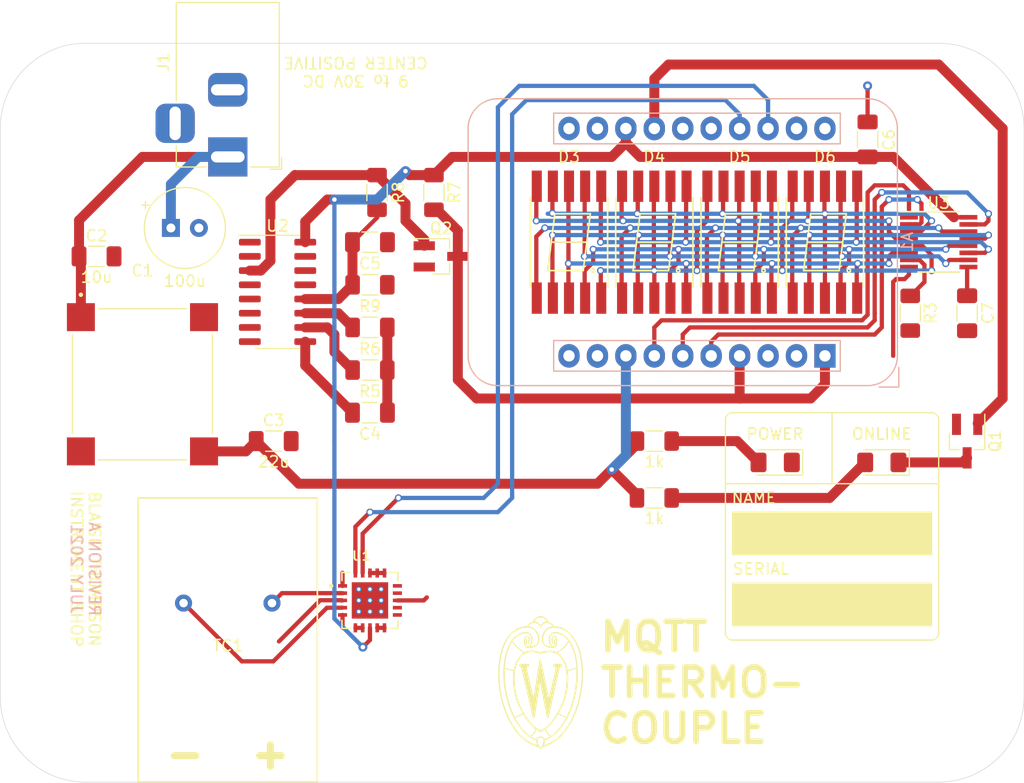
<source format=kicad_pcb>
(kicad_pcb (version 20171130) (host pcbnew 5.1.8+dfsg1-1+b1)

  (general
    (thickness 1.6)
    (drawings 29)
    (tracks 387)
    (zones 0)
    (modules 35)
    (nets 35)
  )

  (page USLetter)
  (title_block
    (title "MQTT Thermocouple")
    (date 2021-07-06)
    (rev A)
    (company "University of Wisconsin-Madison")
    (comment 1 "Department of Chemistry")
    (comment 2 "Instrument Shop")
    (comment 3 "Blaise Thompson")
    (comment 4 blaise.thompson@wisc.edu)
  )

  (layers
    (0 F.Cu signal)
    (31 B.Cu signal)
    (32 B.Adhes user)
    (33 F.Adhes user)
    (34 B.Paste user)
    (35 F.Paste user)
    (36 B.SilkS user)
    (37 F.SilkS user)
    (38 B.Mask user)
    (39 F.Mask user)
    (40 Dwgs.User user)
    (41 Cmts.User user)
    (42 Eco1.User user)
    (43 Eco2.User user)
    (44 Edge.Cuts user)
    (45 Margin user)
    (46 B.CrtYd user)
    (47 F.CrtYd user)
    (48 B.Fab user)
    (49 F.Fab user hide)
  )

  (setup
    (last_trace_width 0.381)
    (trace_clearance 0.127)
    (zone_clearance 0.508)
    (zone_45_only no)
    (trace_min 0.2)
    (via_size 0.8)
    (via_drill 0.4)
    (via_min_size 0.4)
    (via_min_drill 0.3)
    (uvia_size 0.3)
    (uvia_drill 0.1)
    (uvias_allowed no)
    (uvia_min_size 0.2)
    (uvia_min_drill 0.1)
    (edge_width 0.05)
    (segment_width 0.2)
    (pcb_text_width 0.3)
    (pcb_text_size 1.5 1.5)
    (mod_edge_width 0.12)
    (mod_text_size 1 1)
    (mod_text_width 0.15)
    (pad_size 1.524 1.524)
    (pad_drill 0.762)
    (pad_to_mask_clearance 0)
    (aux_axis_origin 0 0)
    (visible_elements FFFFFF7F)
    (pcbplotparams
      (layerselection 0x010fc_ffffffff)
      (usegerberextensions false)
      (usegerberattributes true)
      (usegerberadvancedattributes true)
      (creategerberjobfile true)
      (excludeedgelayer true)
      (linewidth 0.100000)
      (plotframeref false)
      (viasonmask false)
      (mode 1)
      (useauxorigin false)
      (hpglpennumber 1)
      (hpglpenspeed 20)
      (hpglpendiameter 15.000000)
      (psnegative false)
      (psa4output false)
      (plotreference true)
      (plotvalue true)
      (plotinvisibletext false)
      (padsonsilk false)
      (subtractmaskfromsilk false)
      (outputformat 1)
      (mirror false)
      (drillshape 0)
      (scaleselection 1)
      (outputdirectory "../gerber/"))
  )

  (net 0 "")
  (net 1 "Net-(A1-Pad1)")
  (net 2 GND)
  (net 3 +5V)
  (net 4 "Net-(D1-Pad2)")
  (net 5 "Net-(D2-Pad2)")
  (net 6 "Net-(D2-Pad1)")
  (net 7 +3V3)
  (net 8 "Net-(C1-Pad1)")
  (net 9 "Net-(C5-Pad1)")
  (net 10 "Net-(R6-Pad2)")
  (net 11 "Net-(R5-Pad2)")
  (net 12 "Net-(C4-Pad1)")
  (net 13 "Net-(C4-Pad2)")
  (net 14 "Net-(Q2-Pad1)")
  (net 15 "Net-(A1-Pad14)")
  (net 16 "Net-(U1-Pad21)")
  (net 17 "Net-(TC1-Pad2)")
  (net 18 "Net-(TC1-Pad1)")
  (net 19 SDA)
  (net 20 SCL)
  (net 21 "Net-(C7-Pad1)")
  (net 22 /display/SEG2)
  (net 23 /display/SEG3)
  (net 24 /display/SEG0)
  (net 25 /display/SEG8)
  (net 26 /display/SEG7)
  (net 27 /display/SEG1)
  (net 28 /display/SEG6)
  (net 29 /display/SEG5)
  (net 30 /display/SEG4)
  (net 31 "Net-(R3-Pad1)")
  (net 32 /display/~CS~)
  (net 33 MOSI)
  (net 34 SCK)

  (net_class Default "This is the default net class."
    (clearance 0.127)
    (trace_width 0.381)
    (via_dia 0.8)
    (via_drill 0.4)
    (uvia_dia 0.3)
    (uvia_drill 0.1)
    (add_net +3V3)
    (add_net +5V)
    (add_net GND)
    (add_net "Net-(A1-Pad1)")
    (add_net "Net-(A1-Pad14)")
    (add_net "Net-(C1-Pad1)")
    (add_net "Net-(C4-Pad1)")
    (add_net "Net-(C4-Pad2)")
    (add_net "Net-(C5-Pad1)")
    (add_net "Net-(C7-Pad1)")
    (add_net "Net-(D1-Pad2)")
    (add_net "Net-(D2-Pad1)")
    (add_net "Net-(D2-Pad2)")
    (add_net "Net-(Q2-Pad1)")
    (add_net "Net-(R3-Pad1)")
    (add_net "Net-(R5-Pad2)")
    (add_net "Net-(R6-Pad2)")
    (add_net "Net-(TC1-Pad1)")
    (add_net "Net-(TC1-Pad2)")
    (add_net "Net-(U1-Pad21)")
  )

  (net_class data ""
    (clearance 0.0762)
    (trace_width 0.381)
    (via_dia 0.635)
    (via_drill 0.4)
    (uvia_dia 0.3)
    (uvia_drill 0.1)
    (add_net /display/SEG0)
    (add_net /display/SEG1)
    (add_net /display/SEG2)
    (add_net /display/SEG3)
    (add_net /display/SEG4)
    (add_net /display/SEG5)
    (add_net /display/SEG6)
    (add_net /display/SEG7)
    (add_net /display/SEG8)
    (add_net /display/~CS~)
    (add_net MOSI)
    (add_net SCK)
    (add_net SCL)
    (add_net SDA)
  )

  (module footprints:CONV_VXO7805-500-M (layer F.Cu) (tedit 5FB403F8) (tstamp 5FCAFDA6)
    (at 55.88 73.66)
    (path /5FCB3C49)
    (fp_text reference PS1 (at -3.325 -9.135) (layer F.SilkS) hide
      (effects (font (size 1 1) (thickness 0.015)))
    )
    (fp_text value VXO7805-500-M (at 4.93 9.135) (layer F.Fab)
      (effects (font (size 1 1) (thickness 0.015)))
    )
    (fp_line (start -6.25 4.43) (end -6.25 -4.43) (layer F.SilkS) (width 0.127))
    (fp_line (start 6.25 -4.43) (end 6.25 4.43) (layer F.SilkS) (width 0.127))
    (fp_line (start 3.93 6.75) (end -3.93 6.75) (layer F.SilkS) (width 0.127))
    (fp_circle (center -5.5 -8) (end -5.4 -8) (layer F.Fab) (width 0.2))
    (fp_circle (center -5.5 -8) (end -5.4 -8) (layer F.SilkS) (width 0.2))
    (fp_line (start -3.93 -6.75) (end 3.93 -6.75) (layer F.SilkS) (width 0.127))
    (fp_line (start -7 7.5) (end -7 -7.5) (layer F.CrtYd) (width 0.05))
    (fp_line (start 7 7.5) (end -7 7.5) (layer F.CrtYd) (width 0.05))
    (fp_line (start 7 -7.5) (end 7 7.5) (layer F.CrtYd) (width 0.05))
    (fp_line (start -7 -7.5) (end 7 -7.5) (layer F.CrtYd) (width 0.05))
    (fp_line (start -6.25 6.75) (end -6.25 -6.75) (layer F.Fab) (width 0.127))
    (fp_line (start 6.25 6.75) (end -6.25 6.75) (layer F.Fab) (width 0.127))
    (fp_line (start 6.25 -6.75) (end 6.25 6.75) (layer F.Fab) (width 0.127))
    (fp_line (start -6.25 -6.75) (end 6.25 -6.75) (layer F.Fab) (width 0.127))
    (pad 4 smd rect (at -5.5 6) (size 2.5 2.5) (layers F.Cu F.Paste F.Mask))
    (pad 3 smd rect (at 5.5 6) (size 2.5 2.5) (layers F.Cu F.Paste F.Mask)
      (net 3 +5V))
    (pad 2 smd rect (at 5.5 -6) (size 2.5 2.5) (layers F.Cu F.Paste F.Mask)
      (net 2 GND))
    (pad 1 smd rect (at -5.5 -6) (size 2.5 2.5) (layers F.Cu F.Paste F.Mask)
      (net 8 "Net-(C1-Pad1)"))
  )

  (module MountingHole:MountingHole_3.2mm_M3 locked (layer F.Cu) (tedit 56D1B4CB) (tstamp 5FC82DAD)
    (at 127 50.8)
    (descr "Mounting Hole 3.2mm, no annular, M3")
    (tags "mounting hole 3.2mm no annular m3")
    (attr virtual)
    (fp_text reference REF** (at 0 -4.2) (layer F.SilkS) hide
      (effects (font (size 1 1) (thickness 0.15)))
    )
    (fp_text value MountingHole_3.2mm_M3 (at 0 4.2) (layer F.Fab) hide
      (effects (font (size 1 1) (thickness 0.15)))
    )
    (fp_circle (center 0 0) (end 3.45 0) (layer F.CrtYd) (width 0.05))
    (fp_circle (center 0 0) (end 3.2 0) (layer Cmts.User) (width 0.15))
    (fp_text user %R (at 0.3 0) (layer F.Fab) hide
      (effects (font (size 1 1) (thickness 0.15)))
    )
    (pad 1 np_thru_hole circle (at 0 0) (size 3.2 3.2) (drill 3.2) (layers *.Cu *.Mask))
  )

  (module Package_SO:QSOP-16_3.9x4.9mm_P0.635mm (layer F.Cu) (tedit 5A02F25C) (tstamp 60DFD06F)
    (at 127 60.96)
    (descr "16-Lead Plastic Shrink Small Outline Narrow Body (QR)-.150\" Body [QSOP] (see Microchip Packaging Specification 00000049BS.pdf)")
    (tags "SSOP 0.635")
    (path /60E5DD48/601053C7)
    (attr smd)
    (fp_text reference U3 (at 0 -3.5) (layer F.SilkS)
      (effects (font (size 1 1) (thickness 0.15)))
    )
    (fp_text value MAX6951 (at 0 3.5) (layer F.Fab)
      (effects (font (size 1 1) (thickness 0.15)))
    )
    (fp_line (start -3.525 -2.725) (end 1.8586 -2.725) (layer F.SilkS) (width 0.15))
    (fp_line (start -1.8543 2.675) (end 1.8543 2.675) (layer F.SilkS) (width 0.15))
    (fp_line (start -3.7 2.8) (end 3.7 2.8) (layer F.CrtYd) (width 0.05))
    (fp_line (start -3.7 -2.85) (end 3.7 -2.85) (layer F.CrtYd) (width 0.05))
    (fp_line (start 3.7 -2.85) (end 3.7 2.8) (layer F.CrtYd) (width 0.05))
    (fp_line (start -3.7 -2.85) (end -3.7 2.8) (layer F.CrtYd) (width 0.05))
    (fp_line (start -1.95 -1.45) (end -0.95 -2.45) (layer F.Fab) (width 0.15))
    (fp_line (start -1.95 2.45) (end -1.95 -1.45) (layer F.Fab) (width 0.15))
    (fp_line (start 1.95 2.45) (end -1.95 2.45) (layer F.Fab) (width 0.15))
    (fp_line (start 1.95 -2.45) (end 1.95 2.45) (layer F.Fab) (width 0.15))
    (fp_line (start -0.95 -2.45) (end 1.95 -2.45) (layer F.Fab) (width 0.15))
    (fp_text user %R (at 0 0) (layer F.Fab)
      (effects (font (size 0.7 0.7) (thickness 0.15)))
    )
    (pad 16 smd rect (at 2.6543 -2.2225) (size 1.6 0.41) (layers F.Cu F.Paste F.Mask)
      (net 7 +3V3))
    (pad 15 smd rect (at 2.6543 -1.5875) (size 1.6 0.41) (layers F.Cu F.Paste F.Mask)
      (net 32 /display/~CS~))
    (pad 14 smd rect (at 2.6543 -0.9525) (size 1.6 0.41) (layers F.Cu F.Paste F.Mask)
      (net 30 /display/SEG4))
    (pad 13 smd rect (at 2.6543 -0.3175) (size 1.6 0.41) (layers F.Cu F.Paste F.Mask)
      (net 29 /display/SEG5))
    (pad 12 smd rect (at 2.6543 0.3175) (size 1.6 0.41) (layers F.Cu F.Paste F.Mask)
      (net 28 /display/SEG6))
    (pad 11 smd rect (at 2.6543 0.9525) (size 1.6 0.41) (layers F.Cu F.Paste F.Mask)
      (net 26 /display/SEG7))
    (pad 10 smd rect (at 2.6543 1.5875) (size 1.6 0.41) (layers F.Cu F.Paste F.Mask)
      (net 25 /display/SEG8))
    (pad 9 smd rect (at 2.6543 2.2225) (size 1.6 0.41) (layers F.Cu F.Paste F.Mask)
      (net 21 "Net-(C7-Pad1)"))
    (pad 8 smd rect (at -2.6543 2.2225) (size 1.6 0.41) (layers F.Cu F.Paste F.Mask)
      (net 2 GND))
    (pad 7 smd rect (at -2.6543 1.5875) (size 1.6 0.41) (layers F.Cu F.Paste F.Mask)
      (net 31 "Net-(R3-Pad1)"))
    (pad 6 smd rect (at -2.6543 0.9525) (size 1.6 0.41) (layers F.Cu F.Paste F.Mask)
      (net 24 /display/SEG0))
    (pad 5 smd rect (at -2.6543 0.3175) (size 1.6 0.41) (layers F.Cu F.Paste F.Mask)
      (net 27 /display/SEG1))
    (pad 4 smd rect (at -2.6543 -0.3175) (size 1.6 0.41) (layers F.Cu F.Paste F.Mask)
      (net 22 /display/SEG2))
    (pad 3 smd rect (at -2.6543 -0.9525) (size 1.6 0.41) (layers F.Cu F.Paste F.Mask)
      (net 23 /display/SEG3))
    (pad 2 smd rect (at -2.6543 -1.5875) (size 1.6 0.41) (layers F.Cu F.Paste F.Mask)
      (net 34 SCK))
    (pad 1 smd rect (at -2.6543 -2.2225) (size 1.6 0.41) (layers F.Cu F.Paste F.Mask)
      (net 33 MOSI))
    (model ${KISYS3DMOD}/Package_SO.3dshapes/QSOP-16_3.9x4.9mm_P0.635mm.wrl
      (at (xyz 0 0 0))
      (scale (xyz 1 1 1))
      (rotate (xyz 0 0 0))
    )
  )

  (module Resistor_SMD:R_1206_3216Metric_Pad1.30x1.75mm_HandSolder (layer F.Cu) (tedit 5F68FEEE) (tstamp 60DFCEED)
    (at 124.46 67.31 270)
    (descr "Resistor SMD 1206 (3216 Metric), square (rectangular) end terminal, IPC_7351 nominal with elongated pad for handsoldering. (Body size source: IPC-SM-782 page 72, https://www.pcb-3d.com/wordpress/wp-content/uploads/ipc-sm-782a_amendment_1_and_2.pdf), generated with kicad-footprint-generator")
    (tags "resistor handsolder")
    (path /60E5DD48/6012A0D0)
    (attr smd)
    (fp_text reference R3 (at 0 -1.82 90) (layer F.SilkS)
      (effects (font (size 1 1) (thickness 0.15)))
    )
    (fp_text value R_US (at 0 1.82 90) (layer F.Fab)
      (effects (font (size 1 1) (thickness 0.15)))
    )
    (fp_line (start 2.45 1.12) (end -2.45 1.12) (layer F.CrtYd) (width 0.05))
    (fp_line (start 2.45 -1.12) (end 2.45 1.12) (layer F.CrtYd) (width 0.05))
    (fp_line (start -2.45 -1.12) (end 2.45 -1.12) (layer F.CrtYd) (width 0.05))
    (fp_line (start -2.45 1.12) (end -2.45 -1.12) (layer F.CrtYd) (width 0.05))
    (fp_line (start -0.727064 0.91) (end 0.727064 0.91) (layer F.SilkS) (width 0.12))
    (fp_line (start -0.727064 -0.91) (end 0.727064 -0.91) (layer F.SilkS) (width 0.12))
    (fp_line (start 1.6 0.8) (end -1.6 0.8) (layer F.Fab) (width 0.1))
    (fp_line (start 1.6 -0.8) (end 1.6 0.8) (layer F.Fab) (width 0.1))
    (fp_line (start -1.6 -0.8) (end 1.6 -0.8) (layer F.Fab) (width 0.1))
    (fp_line (start -1.6 0.8) (end -1.6 -0.8) (layer F.Fab) (width 0.1))
    (fp_text user %R (at 0 0 90) (layer F.Fab)
      (effects (font (size 0.8 0.8) (thickness 0.12)))
    )
    (pad 2 smd roundrect (at 1.55 0 270) (size 1.3 1.75) (layers F.Cu F.Paste F.Mask) (roundrect_rratio 0.1923076923076923)
      (net 2 GND))
    (pad 1 smd roundrect (at -1.55 0 270) (size 1.3 1.75) (layers F.Cu F.Paste F.Mask) (roundrect_rratio 0.1923076923076923)
      (net 31 "Net-(R3-Pad1)"))
    (model ${KISYS3DMOD}/Resistor_SMD.3dshapes/R_1206_3216Metric.wrl
      (at (xyz 0 0 0))
      (scale (xyz 1 1 1))
      (rotate (xyz 0 0 0))
    )
  )

  (module footprints:ACSC02-41SURKWA-F01 (layer F.Cu) (tedit 600F39C2) (tstamp 60DFCDF3)
    (at 116.84 60.96)
    (path /60E5DD48/601066CB)
    (fp_text reference D6 (at 0 -7.62) (layer F.SilkS)
      (effects (font (size 1 1) (thickness 0.15)))
    )
    (fp_text value ACSC02-41SURKWA-F01 (at 5.715 -0.5 90) (layer F.Fab)
      (effects (font (size 1 1) (thickness 0.15)))
    )
    (fp_circle (center 2.1336 2.54) (end 2.1844 2.4892) (layer F.SilkS) (width 0.15))
    (fp_line (start -1.5875 0) (end 1.5875 0) (layer F.SilkS) (width 0.15))
    (fp_line (start -1.27 -2.54) (end -1.905 2.54) (layer F.SilkS) (width 0.15))
    (fp_line (start -1.905 2.54) (end 1.27 2.54) (layer F.SilkS) (width 0.15))
    (fp_line (start 1.905 -2.54) (end 1.27 2.54) (layer F.SilkS) (width 0.15))
    (fp_line (start -1.27 -2.54) (end 1.905 -2.54) (layer F.SilkS) (width 0.15))
    (fp_line (start 3.45 4) (end 3.45 -4) (layer F.SilkS) (width 0.15))
    (fp_line (start -3.45 -4) (end -3.45 4) (layer F.SilkS) (width 0.15))
    (pad 10 smd rect (at -2.88 -5) (size 0.9 2.8) (layers F.Cu F.Paste F.Mask)
      (net 27 /display/SEG1))
    (pad 9 smd rect (at -1.44 -5) (size 0.9 2.8) (layers F.Cu F.Paste F.Mask)
      (net 22 /display/SEG2))
    (pad 8 smd rect (at 0 -5) (size 0.9 2.8) (layers F.Cu F.Paste F.Mask)
      (net 23 /display/SEG3))
    (pad 7 smd rect (at 1.44 -5) (size 0.9 2.8) (layers F.Cu F.Paste F.Mask)
      (net 25 /display/SEG8))
    (pad 6 smd rect (at 2.88 -5) (size 0.9 2.8) (layers F.Cu F.Paste F.Mask)
      (net 26 /display/SEG7))
    (pad 5 smd rect (at 2.88 5) (size 0.9 2.8) (layers F.Cu F.Paste F.Mask)
      (net 24 /display/SEG0))
    (pad 4 smd rect (at 1.44 5) (size 0.9 2.8) (layers F.Cu F.Paste F.Mask)
      (net 28 /display/SEG6))
    (pad 3 smd rect (at 0 5) (size 0.9 2.8) (layers F.Cu F.Paste F.Mask)
      (net 23 /display/SEG3))
    (pad 2 smd rect (at -1.44 5) (size 0.9 2.8) (layers F.Cu F.Paste F.Mask)
      (net 29 /display/SEG5))
    (pad 1 smd rect (at -2.88 5) (size 0.9 2.8) (layers F.Cu F.Paste F.Mask)
      (net 30 /display/SEG4))
  )

  (module footprints:ACSC02-41SURKWA-F01 (layer F.Cu) (tedit 600F39C2) (tstamp 60DFCDDD)
    (at 109.22 60.96)
    (path /60E5DD48/601066C5)
    (fp_text reference D5 (at 0 -7.62) (layer F.SilkS)
      (effects (font (size 1 1) (thickness 0.15)))
    )
    (fp_text value ACSC02-41SURKWA-F01 (at 5.715 -0.5 90) (layer F.Fab)
      (effects (font (size 1 1) (thickness 0.15)))
    )
    (fp_circle (center 2.1336 2.54) (end 2.1844 2.4892) (layer F.SilkS) (width 0.15))
    (fp_line (start -1.5875 0) (end 1.5875 0) (layer F.SilkS) (width 0.15))
    (fp_line (start -1.27 -2.54) (end -1.905 2.54) (layer F.SilkS) (width 0.15))
    (fp_line (start -1.905 2.54) (end 1.27 2.54) (layer F.SilkS) (width 0.15))
    (fp_line (start 1.905 -2.54) (end 1.27 2.54) (layer F.SilkS) (width 0.15))
    (fp_line (start -1.27 -2.54) (end 1.905 -2.54) (layer F.SilkS) (width 0.15))
    (fp_line (start 3.45 4) (end 3.45 -4) (layer F.SilkS) (width 0.15))
    (fp_line (start -3.45 -4) (end -3.45 4) (layer F.SilkS) (width 0.15))
    (pad 10 smd rect (at -2.88 -5) (size 0.9 2.8) (layers F.Cu F.Paste F.Mask)
      (net 27 /display/SEG1))
    (pad 9 smd rect (at -1.44 -5) (size 0.9 2.8) (layers F.Cu F.Paste F.Mask)
      (net 23 /display/SEG3))
    (pad 8 smd rect (at 0 -5) (size 0.9 2.8) (layers F.Cu F.Paste F.Mask)
      (net 22 /display/SEG2))
    (pad 7 smd rect (at 1.44 -5) (size 0.9 2.8) (layers F.Cu F.Paste F.Mask)
      (net 25 /display/SEG8))
    (pad 6 smd rect (at 2.88 -5) (size 0.9 2.8) (layers F.Cu F.Paste F.Mask)
      (net 26 /display/SEG7))
    (pad 5 smd rect (at 2.88 5) (size 0.9 2.8) (layers F.Cu F.Paste F.Mask)
      (net 24 /display/SEG0))
    (pad 4 smd rect (at 1.44 5) (size 0.9 2.8) (layers F.Cu F.Paste F.Mask)
      (net 28 /display/SEG6))
    (pad 3 smd rect (at 0 5) (size 0.9 2.8) (layers F.Cu F.Paste F.Mask)
      (net 22 /display/SEG2))
    (pad 2 smd rect (at -1.44 5) (size 0.9 2.8) (layers F.Cu F.Paste F.Mask)
      (net 29 /display/SEG5))
    (pad 1 smd rect (at -2.88 5) (size 0.9 2.8) (layers F.Cu F.Paste F.Mask)
      (net 30 /display/SEG4))
  )

  (module footprints:ACSC02-41SURKWA-F01 (layer F.Cu) (tedit 600F39C2) (tstamp 60DFCDC7)
    (at 101.6 60.96)
    (path /60E5DD48/601066BF)
    (fp_text reference D4 (at 0 -7.62) (layer F.SilkS)
      (effects (font (size 1 1) (thickness 0.15)))
    )
    (fp_text value ACSC02-41SURKWA-F01 (at 5.715 -0.5 90) (layer F.Fab)
      (effects (font (size 1 1) (thickness 0.15)))
    )
    (fp_circle (center 2.1336 2.54) (end 2.1844 2.4892) (layer F.SilkS) (width 0.15))
    (fp_line (start -1.5875 0) (end 1.5875 0) (layer F.SilkS) (width 0.15))
    (fp_line (start -1.27 -2.54) (end -1.905 2.54) (layer F.SilkS) (width 0.15))
    (fp_line (start -1.905 2.54) (end 1.27 2.54) (layer F.SilkS) (width 0.15))
    (fp_line (start 1.905 -2.54) (end 1.27 2.54) (layer F.SilkS) (width 0.15))
    (fp_line (start -1.27 -2.54) (end 1.905 -2.54) (layer F.SilkS) (width 0.15))
    (fp_line (start 3.45 4) (end 3.45 -4) (layer F.SilkS) (width 0.15))
    (fp_line (start -3.45 -4) (end -3.45 4) (layer F.SilkS) (width 0.15))
    (pad 10 smd rect (at -2.88 -5) (size 0.9 2.8) (layers F.Cu F.Paste F.Mask)
      (net 22 /display/SEG2))
    (pad 9 smd rect (at -1.44 -5) (size 0.9 2.8) (layers F.Cu F.Paste F.Mask)
      (net 23 /display/SEG3))
    (pad 8 smd rect (at 0 -5) (size 0.9 2.8) (layers F.Cu F.Paste F.Mask)
      (net 27 /display/SEG1))
    (pad 7 smd rect (at 1.44 -5) (size 0.9 2.8) (layers F.Cu F.Paste F.Mask)
      (net 25 /display/SEG8))
    (pad 6 smd rect (at 2.88 -5) (size 0.9 2.8) (layers F.Cu F.Paste F.Mask)
      (net 26 /display/SEG7))
    (pad 5 smd rect (at 2.88 5) (size 0.9 2.8) (layers F.Cu F.Paste F.Mask)
      (net 24 /display/SEG0))
    (pad 4 smd rect (at 1.44 5) (size 0.9 2.8) (layers F.Cu F.Paste F.Mask)
      (net 28 /display/SEG6))
    (pad 3 smd rect (at 0 5) (size 0.9 2.8) (layers F.Cu F.Paste F.Mask)
      (net 27 /display/SEG1))
    (pad 2 smd rect (at -1.44 5) (size 0.9 2.8) (layers F.Cu F.Paste F.Mask)
      (net 29 /display/SEG5))
    (pad 1 smd rect (at -2.88 5) (size 0.9 2.8) (layers F.Cu F.Paste F.Mask)
      (net 30 /display/SEG4))
  )

  (module footprints:ACSC02-41SURKWA-F01 (layer F.Cu) (tedit 600F39C2) (tstamp 60DFD2D1)
    (at 93.98 60.96)
    (path /60E5DD48/601066B9)
    (fp_text reference D3 (at 0 -7.62) (layer F.SilkS)
      (effects (font (size 1 1) (thickness 0.15)))
    )
    (fp_text value ACSC02-41SURKWA-F01 (at 5.715 -0.5 90) (layer F.Fab)
      (effects (font (size 1 1) (thickness 0.15)))
    )
    (fp_circle (center 2.1336 2.54) (end 2.1844 2.4892) (layer F.SilkS) (width 0.15))
    (fp_line (start -1.5875 0) (end 1.5875 0) (layer F.SilkS) (width 0.15))
    (fp_line (start -1.27 -2.54) (end -1.905 2.54) (layer F.SilkS) (width 0.15))
    (fp_line (start -1.905 2.54) (end 1.27 2.54) (layer F.SilkS) (width 0.15))
    (fp_line (start 1.905 -2.54) (end 1.27 2.54) (layer F.SilkS) (width 0.15))
    (fp_line (start -1.27 -2.54) (end 1.905 -2.54) (layer F.SilkS) (width 0.15))
    (fp_line (start 3.45 4) (end 3.45 -4) (layer F.SilkS) (width 0.15))
    (fp_line (start -3.45 -4) (end -3.45 4) (layer F.SilkS) (width 0.15))
    (pad 10 smd rect (at -2.88 -5) (size 0.9 2.8) (layers F.Cu F.Paste F.Mask)
      (net 22 /display/SEG2))
    (pad 9 smd rect (at -1.44 -5) (size 0.9 2.8) (layers F.Cu F.Paste F.Mask)
      (net 23 /display/SEG3))
    (pad 8 smd rect (at 0 -5) (size 0.9 2.8) (layers F.Cu F.Paste F.Mask)
      (net 24 /display/SEG0))
    (pad 7 smd rect (at 1.44 -5) (size 0.9 2.8) (layers F.Cu F.Paste F.Mask)
      (net 25 /display/SEG8))
    (pad 6 smd rect (at 2.88 -5) (size 0.9 2.8) (layers F.Cu F.Paste F.Mask)
      (net 26 /display/SEG7))
    (pad 5 smd rect (at 2.88 5) (size 0.9 2.8) (layers F.Cu F.Paste F.Mask)
      (net 27 /display/SEG1))
    (pad 4 smd rect (at 1.44 5) (size 0.9 2.8) (layers F.Cu F.Paste F.Mask)
      (net 28 /display/SEG6))
    (pad 3 smd rect (at 0 5) (size 0.9 2.8) (layers F.Cu F.Paste F.Mask)
      (net 24 /display/SEG0))
    (pad 2 smd rect (at -1.44 5) (size 0.9 2.8) (layers F.Cu F.Paste F.Mask)
      (net 29 /display/SEG5))
    (pad 1 smd rect (at -2.88 5) (size 0.9 2.8) (layers F.Cu F.Paste F.Mask)
      (net 30 /display/SEG4))
  )

  (module Capacitor_SMD:C_1206_3216Metric_Pad1.33x1.80mm_HandSolder (layer F.Cu) (tedit 5F68FEEF) (tstamp 60DFCD53)
    (at 129.54 67.31 270)
    (descr "Capacitor SMD 1206 (3216 Metric), square (rectangular) end terminal, IPC_7351 nominal with elongated pad for handsoldering. (Body size source: IPC-SM-782 page 76, https://www.pcb-3d.com/wordpress/wp-content/uploads/ipc-sm-782a_amendment_1_and_2.pdf), generated with kicad-footprint-generator")
    (tags "capacitor handsolder")
    (path /60E5DD48/6012C0B1)
    (attr smd)
    (fp_text reference C7 (at 0 -1.85 90) (layer F.SilkS)
      (effects (font (size 1 1) (thickness 0.15)))
    )
    (fp_text value C (at 0 1.85 90) (layer F.Fab)
      (effects (font (size 1 1) (thickness 0.15)))
    )
    (fp_line (start 2.48 1.15) (end -2.48 1.15) (layer F.CrtYd) (width 0.05))
    (fp_line (start 2.48 -1.15) (end 2.48 1.15) (layer F.CrtYd) (width 0.05))
    (fp_line (start -2.48 -1.15) (end 2.48 -1.15) (layer F.CrtYd) (width 0.05))
    (fp_line (start -2.48 1.15) (end -2.48 -1.15) (layer F.CrtYd) (width 0.05))
    (fp_line (start -0.711252 0.91) (end 0.711252 0.91) (layer F.SilkS) (width 0.12))
    (fp_line (start -0.711252 -0.91) (end 0.711252 -0.91) (layer F.SilkS) (width 0.12))
    (fp_line (start 1.6 0.8) (end -1.6 0.8) (layer F.Fab) (width 0.1))
    (fp_line (start 1.6 -0.8) (end 1.6 0.8) (layer F.Fab) (width 0.1))
    (fp_line (start -1.6 -0.8) (end 1.6 -0.8) (layer F.Fab) (width 0.1))
    (fp_line (start -1.6 0.8) (end -1.6 -0.8) (layer F.Fab) (width 0.1))
    (fp_text user %R (at 0 0 90) (layer F.Fab)
      (effects (font (size 0.8 0.8) (thickness 0.12)))
    )
    (pad 2 smd roundrect (at 1.5625 0 270) (size 1.325 1.8) (layers F.Cu F.Paste F.Mask) (roundrect_rratio 0.1886784905660377)
      (net 2 GND))
    (pad 1 smd roundrect (at -1.5625 0 270) (size 1.325 1.8) (layers F.Cu F.Paste F.Mask) (roundrect_rratio 0.1886784905660377)
      (net 21 "Net-(C7-Pad1)"))
    (model ${KISYS3DMOD}/Capacitor_SMD.3dshapes/C_1206_3216Metric.wrl
      (at (xyz 0 0 0))
      (scale (xyz 1 1 1))
      (rotate (xyz 0 0 0))
    )
  )

  (module Capacitor_SMD:C_1206_3216Metric_Pad1.33x1.80mm_HandSolder (layer F.Cu) (tedit 5F68FEEF) (tstamp 60DFCD42)
    (at 120.65 51.7775 90)
    (descr "Capacitor SMD 1206 (3216 Metric), square (rectangular) end terminal, IPC_7351 nominal with elongated pad for handsoldering. (Body size source: IPC-SM-782 page 76, https://www.pcb-3d.com/wordpress/wp-content/uploads/ipc-sm-782a_amendment_1_and_2.pdf), generated with kicad-footprint-generator")
    (tags "capacitor handsolder")
    (path /60E5DD48/60142A92)
    (attr smd)
    (fp_text reference C6 (at -0.0385 1.905 90) (layer F.SilkS)
      (effects (font (size 1 1) (thickness 0.15)))
    )
    (fp_text value 100n (at 0 1.85 90) (layer F.Fab)
      (effects (font (size 1 1) (thickness 0.15)))
    )
    (fp_line (start 2.48 1.15) (end -2.48 1.15) (layer F.CrtYd) (width 0.05))
    (fp_line (start 2.48 -1.15) (end 2.48 1.15) (layer F.CrtYd) (width 0.05))
    (fp_line (start -2.48 -1.15) (end 2.48 -1.15) (layer F.CrtYd) (width 0.05))
    (fp_line (start -2.48 1.15) (end -2.48 -1.15) (layer F.CrtYd) (width 0.05))
    (fp_line (start -0.711252 0.91) (end 0.711252 0.91) (layer F.SilkS) (width 0.12))
    (fp_line (start -0.711252 -0.91) (end 0.711252 -0.91) (layer F.SilkS) (width 0.12))
    (fp_line (start 1.6 0.8) (end -1.6 0.8) (layer F.Fab) (width 0.1))
    (fp_line (start 1.6 -0.8) (end 1.6 0.8) (layer F.Fab) (width 0.1))
    (fp_line (start -1.6 -0.8) (end 1.6 -0.8) (layer F.Fab) (width 0.1))
    (fp_line (start -1.6 0.8) (end -1.6 -0.8) (layer F.Fab) (width 0.1))
    (fp_text user %R (at 0 0 90) (layer F.Fab)
      (effects (font (size 0.8 0.8) (thickness 0.12)))
    )
    (pad 2 smd roundrect (at 1.5625 0 90) (size 1.325 1.8) (layers F.Cu F.Paste F.Mask) (roundrect_rratio 0.1886784905660377)
      (net 2 GND))
    (pad 1 smd roundrect (at -1.5625 0 90) (size 1.325 1.8) (layers F.Cu F.Paste F.Mask) (roundrect_rratio 0.1886784905660377)
      (net 7 +3V3))
    (model ${KISYS3DMOD}/Capacitor_SMD.3dshapes/C_1206_3216Metric.wrl
      (at (xyz 0 0 0))
      (scale (xyz 1 1 1))
      (rotate (xyz 0 0 0))
    )
  )

  (module Module:Adafruit_HUZZAH_ESP8266_breakout (layer B.Cu) (tedit 59B04F86) (tstamp 60DFC5ED)
    (at 116.84 71.12 90)
    (descr "32-bit microcontroller module with WiFi, https://www.adafruit.com/product/2471")
    (tags "ESP8266 WiFi microcontroller")
    (path /5FCA8814)
    (fp_text reference A1 (at 10.16 7.35 270) (layer B.SilkS)
      (effects (font (size 1 1) (thickness 0.15)) (justify mirror))
    )
    (fp_text value Adafruit_HUZZAH_ESP8266_breakout (at 10.16 -32.75 270) (layer B.Fab)
      (effects (font (size 1 1) (thickness 0.15)) (justify mirror))
    )
    (fp_line (start 0 6.35) (end 20.32 6.35) (layer B.Fab) (width 0.1))
    (fp_line (start 0 -31.75) (end 20.32 -31.75) (layer B.Fab) (width 0.1))
    (fp_line (start -2.54 3.81) (end -2.54 -29.21) (layer B.Fab) (width 0.1))
    (fp_line (start 22.86 3.81) (end 22.86 -29.21) (layer B.Fab) (width 0.1))
    (fp_line (start -2.79 4.85) (end -2.79 6.6) (layer B.Fab) (width 0.1))
    (fp_line (start -2.79 6.6) (end -1.04 6.6) (layer B.Fab) (width 0.1))
    (fp_line (start 0 6.47) (end 20.32 6.47) (layer B.SilkS) (width 0.12))
    (fp_line (start 0 -31.87) (end 20.32 -31.87) (layer B.SilkS) (width 0.12))
    (fp_line (start -2.66 3.81) (end -2.66 -29.21) (layer B.SilkS) (width 0.12))
    (fp_line (start 22.98 3.81) (end 22.98 -29.21) (layer B.SilkS) (width 0.12))
    (fp_line (start -2.79 4.85) (end -2.79 6.6) (layer B.SilkS) (width 0.12))
    (fp_line (start -2.79 6.6) (end -1.04 6.6) (layer B.SilkS) (width 0.12))
    (fp_line (start -1.37 1.37) (end -1.37 -24.23) (layer B.SilkS) (width 0.12))
    (fp_line (start -1.37 -24.23) (end 1.37 -24.23) (layer B.SilkS) (width 0.12))
    (fp_line (start 1.37 -24.23) (end 1.37 1.37) (layer B.SilkS) (width 0.12))
    (fp_line (start 1.37 1.37) (end -1.37 1.37) (layer B.SilkS) (width 0.12))
    (fp_line (start 18.95 1.37) (end 18.95 -24.23) (layer B.SilkS) (width 0.12))
    (fp_line (start 18.95 -24.23) (end 21.69 -24.23) (layer B.SilkS) (width 0.12))
    (fp_line (start 21.69 -24.23) (end 21.69 1.37) (layer B.SilkS) (width 0.12))
    (fp_line (start 21.69 1.37) (end 18.95 1.37) (layer B.SilkS) (width 0.12))
    (fp_line (start -2.79 6.6) (end -2.79 -32) (layer B.CrtYd) (width 0.05))
    (fp_line (start -2.79 -32) (end 23.11 -32) (layer B.CrtYd) (width 0.05))
    (fp_line (start 23.11 -32) (end 23.11 6.6) (layer B.CrtYd) (width 0.05))
    (fp_line (start 23.11 6.6) (end -2.79 6.6) (layer B.CrtYd) (width 0.05))
    (fp_text user %R (at 10.16 -12.7 270) (layer B.Fab)
      (effects (font (size 1 1) (thickness 0.15)) (justify mirror))
    )
    (fp_arc (start 0 -29.21) (end 0 -31.87) (angle -90) (layer B.SilkS) (width 0.12))
    (fp_arc (start 20.32 -29.21) (end 22.98 -29.21) (angle -90) (layer B.SilkS) (width 0.12))
    (fp_arc (start 20.32 3.81) (end 20.32 6.47) (angle -90) (layer B.SilkS) (width 0.12))
    (fp_arc (start 0 3.81) (end -2.66 3.81) (angle -90) (layer B.SilkS) (width 0.12))
    (fp_arc (start 0 -29.21) (end 0 -31.75) (angle -90) (layer B.Fab) (width 0.1))
    (fp_arc (start 20.32 -29.21) (end 22.86 -29.21) (angle -90) (layer B.Fab) (width 0.1))
    (fp_arc (start 20.32 3.81) (end 20.32 6.35) (angle -90) (layer B.Fab) (width 0.1))
    (fp_arc (start 0 3.81) (end -2.54 3.81) (angle -90) (layer B.Fab) (width 0.1))
    (pad 11 thru_hole oval (at 20.32 -22.86 90) (size 2.1 1.9) (drill 1.02) (layers *.Cu *.Mask)
      (net 2 GND))
    (pad 10 thru_hole oval (at 0 -22.86 90) (size 2.1 1.9) (drill 1.02) (layers *.Cu *.Mask)
      (net 2 GND))
    (pad 12 thru_hole oval (at 20.32 -20.32 90) (size 2.1 1.9) (drill 1.02) (layers *.Cu *.Mask))
    (pad 9 thru_hole oval (at 0 -20.32 90) (size 2.1 1.9) (drill 1.02) (layers *.Cu *.Mask))
    (pad 13 thru_hole oval (at 20.32 -17.78 90) (size 2.1 1.9) (drill 1.02) (layers *.Cu *.Mask)
      (net 7 +3V3))
    (pad 8 thru_hole oval (at 0 -17.78 90) (size 2.1 1.9) (drill 1.02) (layers *.Cu *.Mask)
      (net 3 +5V))
    (pad 14 thru_hole oval (at 20.32 -15.24 90) (size 2.1 1.9) (drill 1.02) (layers *.Cu *.Mask)
      (net 15 "Net-(A1-Pad14)"))
    (pad 7 thru_hole oval (at 0 -15.24 90) (size 2.1 1.9) (drill 1.02) (layers *.Cu *.Mask)
      (net 33 MOSI))
    (pad 15 thru_hole oval (at 20.32 -12.7 90) (size 2.1 1.9) (drill 1.02) (layers *.Cu *.Mask))
    (pad 6 thru_hole oval (at 0 -12.7 90) (size 2.1 1.9) (drill 1.02) (layers *.Cu *.Mask)
      (net 32 /display/~CS~))
    (pad 16 thru_hole oval (at 20.32 -10.16 90) (size 2.1 1.9) (drill 1.02) (layers *.Cu *.Mask))
    (pad 5 thru_hole oval (at 0 -10.16 90) (size 2.1 1.9) (drill 1.02) (layers *.Cu *.Mask)
      (net 34 SCK))
    (pad 17 thru_hole oval (at 20.32 -7.62 90) (size 2.1 1.9) (drill 1.02) (layers *.Cu *.Mask)
      (net 19 SDA))
    (pad 4 thru_hole oval (at 0 -7.62 90) (size 2.1 1.9) (drill 1.02) (layers *.Cu *.Mask)
      (net 1 "Net-(A1-Pad1)"))
    (pad 18 thru_hole oval (at 20.32 -5.08 90) (size 2.1 1.9) (drill 1.02) (layers *.Cu *.Mask)
      (net 20 SCL))
    (pad 3 thru_hole oval (at 0 -5.08 90) (size 2.1 1.9) (drill 1.02) (layers *.Cu *.Mask))
    (pad 19 thru_hole oval (at 20.32 -2.54 90) (size 2.1 1.9) (drill 1.02) (layers *.Cu *.Mask))
    (pad 2 thru_hole oval (at 0 -2.54 90) (size 2.1 1.9) (drill 1.02) (layers *.Cu *.Mask))
    (pad 20 thru_hole oval (at 20.32 0 90) (size 2.1 1.9) (drill 1.02) (layers *.Cu *.Mask))
    (pad 1 thru_hole rect (at 0 0 90) (size 2.1 1.9) (drill 1.02) (layers *.Cu *.Mask)
      (net 1 "Net-(A1-Pad1)"))
    (model ${KISYS3DMOD}/Module.3dshapes/Adafruit_HUZZAH_ESP8266_breakout.wrl
      (at (xyz 0 0 0))
      (scale (xyz 1 1 1))
      (rotate (xyz 0 0 0))
    )
  )

  (module footprints:K1X-FEMX-CON-FP-X-PCCX (layer F.Cu) (tedit 60DF3D84) (tstamp 60DFA311)
    (at 63.5 96.52)
    (path /60E04E9D)
    (fp_text reference TC1 (at 0 0.5) (layer F.SilkS)
      (effects (font (size 1 1) (thickness 0.15)))
    )
    (fp_text value Thermocouple (at 0 15.24) (layer F.Fab)
      (effects (font (size 1 1) (thickness 0.15)))
    )
    (fp_line (start 8.001 -12.7) (end 8.001 12.7) (layer F.SilkS) (width 0.15))
    (fp_line (start -8.001 -12.7) (end -8.001 12.7) (layer F.SilkS) (width 0.15))
    (fp_line (start -8.001 -12.7) (end 8.001 -12.7) (layer F.SilkS) (width 0.15))
    (fp_line (start -8.001 12.7) (end 8.001 12.7) (layer F.SilkS) (width 0.15))
    (fp_text user - (at -3.81 10.16) (layer F.SilkS)
      (effects (font (size 2.54 2.54) (thickness 0.635)))
    )
    (fp_text user + (at 3.81 10.16) (layer F.SilkS)
      (effects (font (size 2.54 2.54) (thickness 0.635)))
    )
    (pad "" np_thru_hole circle (at 0 5.715) (size 1.905 1.905) (drill 1.905) (layers *.Cu *.Mask))
    (pad 2 thru_hole circle (at -3.9497 -3.302) (size 1.524 1.524) (drill 0.762) (layers *.Cu *.Mask)
      (net 17 "Net-(TC1-Pad2)"))
    (pad 1 thru_hole circle (at 3.9497 -3.302) (size 1.524 1.524) (drill 0.762) (layers *.Cu *.Mask)
      (net 18 "Net-(TC1-Pad1)"))
  )

  (module footprints:MX (layer F.Cu) (tedit 60DF3369) (tstamp 60DF73E6)
    (at 76.2 92.98)
    (path /60DF5BF7)
    (fp_text reference U1 (at -0.77 -3.978) (layer F.SilkS)
      (effects (font (size 0.8 0.8) (thickness 0.15)))
    )
    (fp_text value MCP9600-E_MX (at 13.962 3.978) (layer F.Fab)
      (effects (font (size 0.8 0.8) (thickness 0.15)))
    )
    (fp_line (start 3.105 3.105) (end 3.105 -3.105) (layer F.CrtYd) (width 0.05))
    (fp_line (start -3.105 3.105) (end -3.105 -3.105) (layer F.CrtYd) (width 0.05))
    (fp_line (start -3.105 -3.105) (end 3.105 -3.105) (layer F.CrtYd) (width 0.05))
    (fp_line (start -3.105 3.105) (end 3.105 3.105) (layer F.CrtYd) (width 0.05))
    (fp_line (start -2.5 -2.5) (end -2.5 -1.78) (layer F.SilkS) (width 0.127))
    (fp_line (start -2.5 2.5) (end -2.5 1.78) (layer F.SilkS) (width 0.127))
    (fp_line (start 2.5 -2.5) (end 2.5 -1.78) (layer F.SilkS) (width 0.127))
    (fp_line (start 2.5 2.5) (end 2.5 1.78) (layer F.SilkS) (width 0.127))
    (fp_line (start -2.5 -2.5) (end -1.78 -2.5) (layer F.SilkS) (width 0.127))
    (fp_line (start -2.5 2.5) (end -1.78 2.5) (layer F.SilkS) (width 0.127))
    (fp_line (start 2.5 -2.5) (end 1.78 -2.5) (layer F.SilkS) (width 0.127))
    (fp_line (start 2.5 2.5) (end 1.78 2.5) (layer F.SilkS) (width 0.127))
    (fp_line (start -2.5 2.5) (end -2.5 -2.5) (layer F.Fab) (width 0.127))
    (fp_line (start 2.5 2.5) (end 2.5 -2.5) (layer F.Fab) (width 0.127))
    (fp_line (start 2.5 -2.5) (end -2.5 -2.5) (layer F.Fab) (width 0.127))
    (fp_line (start 2.5 2.5) (end -2.5 2.5) (layer F.Fab) (width 0.127))
    (fp_circle (center -3.46 -1.3) (end -3.36 -1.3) (layer F.Fab) (width 0.2))
    (fp_circle (center -3.46 -1.3) (end -3.36 -1.3) (layer F.SilkS) (width 0.2))
    (fp_poly (pts (xy -1.15 -1.15) (xy 1.15 -1.15) (xy 1.15 1.15) (xy -1.15 1.15)) (layer F.Paste) (width 0.01))
    (pad 30 thru_hole circle (at 1 1) (size 0.5 0.5) (drill 0.3) (layers *.Cu *.Mask)
      (net 16 "Net-(U1-Pad21)"))
    (pad 29 thru_hole circle (at 0 1) (size 0.5 0.5) (drill 0.3) (layers *.Cu *.Mask)
      (net 16 "Net-(U1-Pad21)"))
    (pad 28 thru_hole circle (at -1 1) (size 0.5 0.5) (drill 0.3) (layers *.Cu *.Mask)
      (net 16 "Net-(U1-Pad21)"))
    (pad 27 thru_hole circle (at 1 0) (size 0.5 0.5) (drill 0.3) (layers *.Cu *.Mask)
      (net 16 "Net-(U1-Pad21)"))
    (pad 26 thru_hole circle (at 0 0) (size 0.5 0.5) (drill 0.3) (layers *.Cu *.Mask)
      (net 16 "Net-(U1-Pad21)"))
    (pad 24 thru_hole circle (at 1 -1) (size 0.5 0.5) (drill 0.3) (layers *.Cu *.Mask)
      (net 16 "Net-(U1-Pad21)"))
    (pad 23 thru_hole circle (at 0 -1) (size 0.5 0.5) (drill 0.3) (layers *.Cu *.Mask)
      (net 16 "Net-(U1-Pad21)"))
    (pad 22 thru_hole circle (at -1 -1) (size 0.5 0.5) (drill 0.3) (layers *.Cu *.Mask)
      (net 16 "Net-(U1-Pad21)"))
    (pad 25 thru_hole circle (at -1 0) (size 0.5 0.5) (drill 0.3) (layers *.Cu *.Mask)
      (net 16 "Net-(U1-Pad21)"))
    (pad 21 smd rect (at 0 0) (size 3.25 3.25) (layers F.Cu F.Mask)
      (net 16 "Net-(U1-Pad21)"))
    (pad 15 smd rect (at 2.45 -1.3) (size 0.81 0.32) (layers F.Cu F.Paste F.Mask))
    (pad 14 smd rect (at 2.45 -0.65) (size 0.81 0.32) (layers F.Cu F.Paste F.Mask))
    (pad 13 smd rect (at 2.45 0) (size 0.81 0.32) (layers F.Cu F.Paste F.Mask)
      (net 2 GND))
    (pad 12 smd rect (at 2.45 0.65) (size 0.81 0.32) (layers F.Cu F.Paste F.Mask))
    (pad 11 smd rect (at 2.45 1.3) (size 0.81 0.32) (layers F.Cu F.Paste F.Mask))
    (pad 5 smd rect (at -2.45 1.3) (size 0.81 0.32) (layers F.Cu F.Paste F.Mask)
      (net 2 GND))
    (pad 4 smd rect (at -2.45 0.65) (size 0.81 0.32) (layers F.Cu F.Paste F.Mask)
      (net 17 "Net-(TC1-Pad2)"))
    (pad 3 smd rect (at -2.45 0) (size 0.81 0.32) (layers F.Cu F.Paste F.Mask)
      (net 2 GND))
    (pad 2 smd rect (at -2.45 -0.65) (size 0.81 0.32) (layers F.Cu F.Paste F.Mask)
      (net 18 "Net-(TC1-Pad1)"))
    (pad 1 smd rect (at -2.45 -1.3) (size 0.81 0.32) (layers F.Cu F.Paste F.Mask)
      (net 2 GND))
    (pad 20 smd rect (at -1.3 -2.45) (size 0.32 0.81) (layers F.Cu F.Paste F.Mask)
      (net 19 SDA))
    (pad 19 smd rect (at -0.65 -2.45) (size 0.32 0.81) (layers F.Cu F.Paste F.Mask)
      (net 20 SCL))
    (pad 18 smd rect (at 0 -2.45) (size 0.32 0.81) (layers F.Cu F.Paste F.Mask)
      (net 2 GND))
    (pad 17 smd rect (at 0.65 -2.45) (size 0.32 0.81) (layers F.Cu F.Paste F.Mask)
      (net 2 GND))
    (pad 16 smd rect (at 1.3 -2.45) (size 0.32 0.81) (layers F.Cu F.Paste F.Mask)
      (net 2 GND))
    (pad 10 smd rect (at 1.3 2.45) (size 0.32 0.81) (layers F.Cu F.Paste F.Mask)
      (net 2 GND))
    (pad 9 smd rect (at 0.65 2.45) (size 0.32 0.81) (layers F.Cu F.Paste F.Mask)
      (net 2 GND))
    (pad 8 smd rect (at 0 2.45) (size 0.32 0.81) (layers F.Cu F.Paste F.Mask)
      (net 7 +3V3))
    (pad 7 smd rect (at -0.65 2.45) (size 0.32 0.81) (layers F.Cu F.Paste F.Mask)
      (net 2 GND))
    (pad 6 smd rect (at -1.3 2.45) (size 0.32 0.81) (layers F.Cu F.Paste F.Mask)
      (net 2 GND))
  )

  (module Package_TO_SOT_SMD:SOT-23_Handsoldering (layer F.Cu) (tedit 5A0AB76C) (tstamp 60753E1B)
    (at 82.55 62.23)
    (descr "SOT-23, Handsoldering")
    (tags SOT-23)
    (path /607548BC)
    (attr smd)
    (fp_text reference Q2 (at 0 -2.5) (layer F.SilkS)
      (effects (font (size 1 1) (thickness 0.15)))
    )
    (fp_text value 2N7000 (at 0 2.5) (layer F.Fab)
      (effects (font (size 1 1) (thickness 0.15)))
    )
    (fp_line (start 0.76 1.58) (end 0.76 0.65) (layer F.SilkS) (width 0.12))
    (fp_line (start 0.76 -1.58) (end 0.76 -0.65) (layer F.SilkS) (width 0.12))
    (fp_line (start -2.7 -1.75) (end 2.7 -1.75) (layer F.CrtYd) (width 0.05))
    (fp_line (start 2.7 -1.75) (end 2.7 1.75) (layer F.CrtYd) (width 0.05))
    (fp_line (start 2.7 1.75) (end -2.7 1.75) (layer F.CrtYd) (width 0.05))
    (fp_line (start -2.7 1.75) (end -2.7 -1.75) (layer F.CrtYd) (width 0.05))
    (fp_line (start 0.76 -1.58) (end -2.4 -1.58) (layer F.SilkS) (width 0.12))
    (fp_line (start -0.7 -0.95) (end -0.7 1.5) (layer F.Fab) (width 0.1))
    (fp_line (start -0.15 -1.52) (end 0.7 -1.52) (layer F.Fab) (width 0.1))
    (fp_line (start -0.7 -0.95) (end -0.15 -1.52) (layer F.Fab) (width 0.1))
    (fp_line (start 0.7 -1.52) (end 0.7 1.52) (layer F.Fab) (width 0.1))
    (fp_line (start -0.7 1.52) (end 0.7 1.52) (layer F.Fab) (width 0.1))
    (fp_line (start 0.76 1.58) (end -0.7 1.58) (layer F.SilkS) (width 0.12))
    (fp_text user %R (at 0 0 90) (layer F.Fab)
      (effects (font (size 0.5 0.5) (thickness 0.075)))
    )
    (pad 3 smd rect (at 1.5 0) (size 1.9 0.8) (layers F.Cu F.Paste F.Mask)
      (net 1 "Net-(A1-Pad1)"))
    (pad 2 smd rect (at -1.5 0.95) (size 1.9 0.8) (layers F.Cu F.Paste F.Mask)
      (net 2 GND))
    (pad 1 smd rect (at -1.5 -0.95) (size 1.9 0.8) (layers F.Cu F.Paste F.Mask)
      (net 14 "Net-(Q2-Pad1)"))
    (model ${KISYS3DMOD}/Package_TO_SOT_SMD.3dshapes/SOT-23.wrl
      (at (xyz 0 0 0))
      (scale (xyz 1 1 1))
      (rotate (xyz 0 0 0))
    )
  )

  (module Package_TO_SOT_SMD:SOT-23_Handsoldering (layer F.Cu) (tedit 5A0AB76C) (tstamp 60754069)
    (at 129.54 78.74 270)
    (descr "SOT-23, Handsoldering")
    (tags SOT-23)
    (path /6075743A)
    (attr smd)
    (fp_text reference Q1 (at 0 -2.5 90) (layer F.SilkS)
      (effects (font (size 1 1) (thickness 0.15)))
    )
    (fp_text value 2N7000 (at 0 2.5 90) (layer F.Fab)
      (effects (font (size 1 1) (thickness 0.15)))
    )
    (fp_line (start 0.76 1.58) (end 0.76 0.65) (layer F.SilkS) (width 0.12))
    (fp_line (start 0.76 -1.58) (end 0.76 -0.65) (layer F.SilkS) (width 0.12))
    (fp_line (start -2.7 -1.75) (end 2.7 -1.75) (layer F.CrtYd) (width 0.05))
    (fp_line (start 2.7 -1.75) (end 2.7 1.75) (layer F.CrtYd) (width 0.05))
    (fp_line (start 2.7 1.75) (end -2.7 1.75) (layer F.CrtYd) (width 0.05))
    (fp_line (start -2.7 1.75) (end -2.7 -1.75) (layer F.CrtYd) (width 0.05))
    (fp_line (start 0.76 -1.58) (end -2.4 -1.58) (layer F.SilkS) (width 0.12))
    (fp_line (start -0.7 -0.95) (end -0.7 1.5) (layer F.Fab) (width 0.1))
    (fp_line (start -0.15 -1.52) (end 0.7 -1.52) (layer F.Fab) (width 0.1))
    (fp_line (start -0.7 -0.95) (end -0.15 -1.52) (layer F.Fab) (width 0.1))
    (fp_line (start 0.7 -1.52) (end 0.7 1.52) (layer F.Fab) (width 0.1))
    (fp_line (start -0.7 1.52) (end 0.7 1.52) (layer F.Fab) (width 0.1))
    (fp_line (start 0.76 1.58) (end -0.7 1.58) (layer F.SilkS) (width 0.12))
    (fp_text user %R (at 0 0) (layer F.Fab)
      (effects (font (size 0.5 0.5) (thickness 0.075)))
    )
    (pad 3 smd rect (at 1.5 0 270) (size 1.9 0.8) (layers F.Cu F.Paste F.Mask)
      (net 6 "Net-(D2-Pad1)"))
    (pad 2 smd rect (at -1.5 0.95 270) (size 1.9 0.8) (layers F.Cu F.Paste F.Mask)
      (net 2 GND))
    (pad 1 smd rect (at -1.5 -0.95 270) (size 1.9 0.8) (layers F.Cu F.Paste F.Mask)
      (net 15 "Net-(A1-Pad14)"))
    (model ${KISYS3DMOD}/Package_TO_SOT_SMD.3dshapes/SOT-23.wrl
      (at (xyz 0 0 0))
      (scale (xyz 1 1 1))
      (rotate (xyz 0 0 0))
    )
  )

  (module Resistor_SMD:R_1206_3216Metric_Pad1.30x1.75mm_HandSolder (layer F.Cu) (tedit 5F68FEEE) (tstamp 606E514F)
    (at 76.2 64.77)
    (descr "Resistor SMD 1206 (3216 Metric), square (rectangular) end terminal, IPC_7351 nominal with elongated pad for handsoldering. (Body size source: IPC-SM-782 page 72, https://www.pcb-3d.com/wordpress/wp-content/uploads/ipc-sm-782a_amendment_1_and_2.pdf), generated with kicad-footprint-generator")
    (tags "resistor handsolder")
    (path /60872B34)
    (attr smd)
    (fp_text reference R9 (at 0 1.905) (layer F.SilkS)
      (effects (font (size 1 1) (thickness 0.15)))
    )
    (fp_text value 1M (at 0 1.82) (layer F.Fab)
      (effects (font (size 1 1) (thickness 0.15)))
    )
    (fp_line (start 2.45 1.12) (end -2.45 1.12) (layer F.CrtYd) (width 0.05))
    (fp_line (start 2.45 -1.12) (end 2.45 1.12) (layer F.CrtYd) (width 0.05))
    (fp_line (start -2.45 -1.12) (end 2.45 -1.12) (layer F.CrtYd) (width 0.05))
    (fp_line (start -2.45 1.12) (end -2.45 -1.12) (layer F.CrtYd) (width 0.05))
    (fp_line (start -0.727064 0.91) (end 0.727064 0.91) (layer F.SilkS) (width 0.12))
    (fp_line (start -0.727064 -0.91) (end 0.727064 -0.91) (layer F.SilkS) (width 0.12))
    (fp_line (start 1.6 0.8) (end -1.6 0.8) (layer F.Fab) (width 0.1))
    (fp_line (start 1.6 -0.8) (end 1.6 0.8) (layer F.Fab) (width 0.1))
    (fp_line (start -1.6 -0.8) (end 1.6 -0.8) (layer F.Fab) (width 0.1))
    (fp_line (start -1.6 0.8) (end -1.6 -0.8) (layer F.Fab) (width 0.1))
    (fp_text user %R (at 0 0) (layer F.Fab)
      (effects (font (size 0.8 0.8) (thickness 0.12)))
    )
    (pad 2 smd roundrect (at 1.55 0) (size 1.3 1.75) (layers F.Cu F.Paste F.Mask) (roundrect_rratio 0.1923069230769231)
      (net 2 GND))
    (pad 1 smd roundrect (at -1.55 0) (size 1.3 1.75) (layers F.Cu F.Paste F.Mask) (roundrect_rratio 0.1923069230769231)
      (net 9 "Net-(C5-Pad1)"))
    (model ${KISYS3DMOD}/Resistor_SMD.3dshapes/R_1206_3216Metric.wrl
      (at (xyz 0 0 0))
      (scale (xyz 1 1 1))
      (rotate (xyz 0 0 0))
    )
  )

  (module Resistor_SMD:R_1206_3216Metric_Pad1.30x1.75mm_HandSolder (layer F.Cu) (tedit 5F68FEEE) (tstamp 606E513E)
    (at 76.835 56.515 270)
    (descr "Resistor SMD 1206 (3216 Metric), square (rectangular) end terminal, IPC_7351 nominal with elongated pad for handsoldering. (Body size source: IPC-SM-782 page 72, https://www.pcb-3d.com/wordpress/wp-content/uploads/ipc-sm-782a_amendment_1_and_2.pdf), generated with kicad-footprint-generator")
    (tags "resistor handsolder")
    (path /60836A20)
    (attr smd)
    (fp_text reference R8 (at 0 -1.905 90) (layer F.SilkS)
      (effects (font (size 1 1) (thickness 0.15)))
    )
    (fp_text value 4.7k (at 0 1.82 90) (layer F.Fab)
      (effects (font (size 1 1) (thickness 0.15)))
    )
    (fp_line (start 2.45 1.12) (end -2.45 1.12) (layer F.CrtYd) (width 0.05))
    (fp_line (start 2.45 -1.12) (end 2.45 1.12) (layer F.CrtYd) (width 0.05))
    (fp_line (start -2.45 -1.12) (end 2.45 -1.12) (layer F.CrtYd) (width 0.05))
    (fp_line (start -2.45 1.12) (end -2.45 -1.12) (layer F.CrtYd) (width 0.05))
    (fp_line (start -0.727064 0.91) (end 0.727064 0.91) (layer F.SilkS) (width 0.12))
    (fp_line (start -0.727064 -0.91) (end 0.727064 -0.91) (layer F.SilkS) (width 0.12))
    (fp_line (start 1.6 0.8) (end -1.6 0.8) (layer F.Fab) (width 0.1))
    (fp_line (start 1.6 -0.8) (end 1.6 0.8) (layer F.Fab) (width 0.1))
    (fp_line (start -1.6 -0.8) (end 1.6 -0.8) (layer F.Fab) (width 0.1))
    (fp_line (start -1.6 0.8) (end -1.6 -0.8) (layer F.Fab) (width 0.1))
    (fp_text user %R (at 0 0 90) (layer F.Fab)
      (effects (font (size 0.8 0.8) (thickness 0.12)))
    )
    (pad 2 smd roundrect (at 1.55 0 270) (size 1.3 1.75) (layers F.Cu F.Paste F.Mask) (roundrect_rratio 0.1923069230769231)
      (net 9 "Net-(C5-Pad1)"))
    (pad 1 smd roundrect (at -1.55 0 270) (size 1.3 1.75) (layers F.Cu F.Paste F.Mask) (roundrect_rratio 0.1923069230769231)
      (net 14 "Net-(Q2-Pad1)"))
    (model ${KISYS3DMOD}/Resistor_SMD.3dshapes/R_1206_3216Metric.wrl
      (at (xyz 0 0 0))
      (scale (xyz 1 1 1))
      (rotate (xyz 0 0 0))
    )
  )

  (module Resistor_SMD:R_1206_3216Metric_Pad1.30x1.75mm_HandSolder (layer F.Cu) (tedit 5F68FEEE) (tstamp 606E512D)
    (at 81.915 56.515 270)
    (descr "Resistor SMD 1206 (3216 Metric), square (rectangular) end terminal, IPC_7351 nominal with elongated pad for handsoldering. (Body size source: IPC-SM-782 page 72, https://www.pcb-3d.com/wordpress/wp-content/uploads/ipc-sm-782a_amendment_1_and_2.pdf), generated with kicad-footprint-generator")
    (tags "resistor handsolder")
    (path /6081A7E5)
    (attr smd)
    (fp_text reference R7 (at 0 -1.82 90) (layer F.SilkS)
      (effects (font (size 1 1) (thickness 0.15)))
    )
    (fp_text value 4.7k (at 0 1.82 90) (layer F.Fab)
      (effects (font (size 1 1) (thickness 0.15)))
    )
    (fp_line (start 2.45 1.12) (end -2.45 1.12) (layer F.CrtYd) (width 0.05))
    (fp_line (start 2.45 -1.12) (end 2.45 1.12) (layer F.CrtYd) (width 0.05))
    (fp_line (start -2.45 -1.12) (end 2.45 -1.12) (layer F.CrtYd) (width 0.05))
    (fp_line (start -2.45 1.12) (end -2.45 -1.12) (layer F.CrtYd) (width 0.05))
    (fp_line (start -0.727064 0.91) (end 0.727064 0.91) (layer F.SilkS) (width 0.12))
    (fp_line (start -0.727064 -0.91) (end 0.727064 -0.91) (layer F.SilkS) (width 0.12))
    (fp_line (start 1.6 0.8) (end -1.6 0.8) (layer F.Fab) (width 0.1))
    (fp_line (start 1.6 -0.8) (end 1.6 0.8) (layer F.Fab) (width 0.1))
    (fp_line (start -1.6 -0.8) (end 1.6 -0.8) (layer F.Fab) (width 0.1))
    (fp_line (start -1.6 0.8) (end -1.6 -0.8) (layer F.Fab) (width 0.1))
    (fp_text user %R (at 0 0 90) (layer F.Fab)
      (effects (font (size 0.8 0.8) (thickness 0.12)))
    )
    (pad 2 smd roundrect (at 1.55 0 270) (size 1.3 1.75) (layers F.Cu F.Paste F.Mask) (roundrect_rratio 0.1923069230769231)
      (net 1 "Net-(A1-Pad1)"))
    (pad 1 smd roundrect (at -1.55 0 270) (size 1.3 1.75) (layers F.Cu F.Paste F.Mask) (roundrect_rratio 0.1923069230769231)
      (net 7 +3V3))
    (model ${KISYS3DMOD}/Resistor_SMD.3dshapes/R_1206_3216Metric.wrl
      (at (xyz 0 0 0))
      (scale (xyz 1 1 1))
      (rotate (xyz 0 0 0))
    )
  )

  (module Resistor_SMD:R_1206_3216Metric_Pad1.30x1.75mm_HandSolder (layer F.Cu) (tedit 5F68FEEE) (tstamp 606E511C)
    (at 76.2 68.58 180)
    (descr "Resistor SMD 1206 (3216 Metric), square (rectangular) end terminal, IPC_7351 nominal with elongated pad for handsoldering. (Body size source: IPC-SM-782 page 72, https://www.pcb-3d.com/wordpress/wp-content/uploads/ipc-sm-782a_amendment_1_and_2.pdf), generated with kicad-footprint-generator")
    (tags "resistor handsolder")
    (path /606F2EF9)
    (attr smd)
    (fp_text reference R6 (at 0 -1.905) (layer F.SilkS)
      (effects (font (size 1 1) (thickness 0.15)))
    )
    (fp_text value 1M (at 0 1.82) (layer F.Fab)
      (effects (font (size 1 1) (thickness 0.15)))
    )
    (fp_line (start 2.45 1.12) (end -2.45 1.12) (layer F.CrtYd) (width 0.05))
    (fp_line (start 2.45 -1.12) (end 2.45 1.12) (layer F.CrtYd) (width 0.05))
    (fp_line (start -2.45 -1.12) (end 2.45 -1.12) (layer F.CrtYd) (width 0.05))
    (fp_line (start -2.45 1.12) (end -2.45 -1.12) (layer F.CrtYd) (width 0.05))
    (fp_line (start -0.727064 0.91) (end 0.727064 0.91) (layer F.SilkS) (width 0.12))
    (fp_line (start -0.727064 -0.91) (end 0.727064 -0.91) (layer F.SilkS) (width 0.12))
    (fp_line (start 1.6 0.8) (end -1.6 0.8) (layer F.Fab) (width 0.1))
    (fp_line (start 1.6 -0.8) (end 1.6 0.8) (layer F.Fab) (width 0.1))
    (fp_line (start -1.6 -0.8) (end 1.6 -0.8) (layer F.Fab) (width 0.1))
    (fp_line (start -1.6 0.8) (end -1.6 -0.8) (layer F.Fab) (width 0.1))
    (fp_text user %R (at 0 0) (layer F.Fab)
      (effects (font (size 0.8 0.8) (thickness 0.12)))
    )
    (pad 2 smd roundrect (at 1.55 0 180) (size 1.3 1.75) (layers F.Cu F.Paste F.Mask) (roundrect_rratio 0.1923069230769231)
      (net 10 "Net-(R6-Pad2)"))
    (pad 1 smd roundrect (at -1.55 0 180) (size 1.3 1.75) (layers F.Cu F.Paste F.Mask) (roundrect_rratio 0.1923069230769231)
      (net 13 "Net-(C4-Pad2)"))
    (model ${KISYS3DMOD}/Resistor_SMD.3dshapes/R_1206_3216Metric.wrl
      (at (xyz 0 0 0))
      (scale (xyz 1 1 1))
      (rotate (xyz 0 0 0))
    )
  )

  (module Resistor_SMD:R_1206_3216Metric_Pad1.30x1.75mm_HandSolder (layer F.Cu) (tedit 5F68FEEE) (tstamp 606E510B)
    (at 76.2 72.39 180)
    (descr "Resistor SMD 1206 (3216 Metric), square (rectangular) end terminal, IPC_7351 nominal with elongated pad for handsoldering. (Body size source: IPC-SM-782 page 72, https://www.pcb-3d.com/wordpress/wp-content/uploads/ipc-sm-782a_amendment_1_and_2.pdf), generated with kicad-footprint-generator")
    (tags "resistor handsolder")
    (path /606F2A08)
    (attr smd)
    (fp_text reference R5 (at 0 -1.905) (layer F.SilkS)
      (effects (font (size 1 1) (thickness 0.15)))
    )
    (fp_text value 470k (at 0 1.82) (layer F.Fab)
      (effects (font (size 1 1) (thickness 0.15)))
    )
    (fp_line (start 2.45 1.12) (end -2.45 1.12) (layer F.CrtYd) (width 0.05))
    (fp_line (start 2.45 -1.12) (end 2.45 1.12) (layer F.CrtYd) (width 0.05))
    (fp_line (start -2.45 -1.12) (end 2.45 -1.12) (layer F.CrtYd) (width 0.05))
    (fp_line (start -2.45 1.12) (end -2.45 -1.12) (layer F.CrtYd) (width 0.05))
    (fp_line (start -0.727064 0.91) (end 0.727064 0.91) (layer F.SilkS) (width 0.12))
    (fp_line (start -0.727064 -0.91) (end 0.727064 -0.91) (layer F.SilkS) (width 0.12))
    (fp_line (start 1.6 0.8) (end -1.6 0.8) (layer F.Fab) (width 0.1))
    (fp_line (start 1.6 -0.8) (end 1.6 0.8) (layer F.Fab) (width 0.1))
    (fp_line (start -1.6 -0.8) (end 1.6 -0.8) (layer F.Fab) (width 0.1))
    (fp_line (start -1.6 0.8) (end -1.6 -0.8) (layer F.Fab) (width 0.1))
    (fp_text user %R (at 0 0) (layer F.Fab)
      (effects (font (size 0.8 0.8) (thickness 0.12)))
    )
    (pad 2 smd roundrect (at 1.55 0 180) (size 1.3 1.75) (layers F.Cu F.Paste F.Mask) (roundrect_rratio 0.1923069230769231)
      (net 11 "Net-(R5-Pad2)"))
    (pad 1 smd roundrect (at -1.55 0 180) (size 1.3 1.75) (layers F.Cu F.Paste F.Mask) (roundrect_rratio 0.1923069230769231)
      (net 13 "Net-(C4-Pad2)"))
    (model ${KISYS3DMOD}/Resistor_SMD.3dshapes/R_1206_3216Metric.wrl
      (at (xyz 0 0 0))
      (scale (xyz 1 1 1))
      (rotate (xyz 0 0 0))
    )
  )

  (module Capacitor_SMD:C_1206_3216Metric_Pad1.33x1.80mm_HandSolder (layer F.Cu) (tedit 5F68FEEF) (tstamp 606E4FBA)
    (at 76.2 60.96)
    (descr "Capacitor SMD 1206 (3216 Metric), square (rectangular) end terminal, IPC_7351 nominal with elongated pad for handsoldering. (Body size source: IPC-SM-782 page 76, https://www.pcb-3d.com/wordpress/wp-content/uploads/ipc-sm-782a_amendment_1_and_2.pdf), generated with kicad-footprint-generator")
    (tags "capacitor handsolder")
    (path /608374EB)
    (attr smd)
    (fp_text reference C5 (at 0 1.905) (layer F.SilkS)
      (effects (font (size 1 1) (thickness 0.15)))
    )
    (fp_text value 1u (at 0 1.85) (layer F.Fab)
      (effects (font (size 1 1) (thickness 0.15)))
    )
    (fp_line (start 2.48 1.15) (end -2.48 1.15) (layer F.CrtYd) (width 0.05))
    (fp_line (start 2.48 -1.15) (end 2.48 1.15) (layer F.CrtYd) (width 0.05))
    (fp_line (start -2.48 -1.15) (end 2.48 -1.15) (layer F.CrtYd) (width 0.05))
    (fp_line (start -2.48 1.15) (end -2.48 -1.15) (layer F.CrtYd) (width 0.05))
    (fp_line (start -0.711252 0.91) (end 0.711252 0.91) (layer F.SilkS) (width 0.12))
    (fp_line (start -0.711252 -0.91) (end 0.711252 -0.91) (layer F.SilkS) (width 0.12))
    (fp_line (start 1.6 0.8) (end -1.6 0.8) (layer F.Fab) (width 0.1))
    (fp_line (start 1.6 -0.8) (end 1.6 0.8) (layer F.Fab) (width 0.1))
    (fp_line (start -1.6 -0.8) (end 1.6 -0.8) (layer F.Fab) (width 0.1))
    (fp_line (start -1.6 0.8) (end -1.6 -0.8) (layer F.Fab) (width 0.1))
    (fp_text user %R (at 0 0) (layer F.Fab)
      (effects (font (size 0.8 0.8) (thickness 0.12)))
    )
    (pad 2 smd roundrect (at 1.5625 0) (size 1.325 1.8) (layers F.Cu F.Paste F.Mask) (roundrect_rratio 0.1886777358490566)
      (net 2 GND))
    (pad 1 smd roundrect (at -1.5625 0) (size 1.325 1.8) (layers F.Cu F.Paste F.Mask) (roundrect_rratio 0.1886777358490566)
      (net 9 "Net-(C5-Pad1)"))
    (model ${KISYS3DMOD}/Capacitor_SMD.3dshapes/C_1206_3216Metric.wrl
      (at (xyz 0 0 0))
      (scale (xyz 1 1 1))
      (rotate (xyz 0 0 0))
    )
  )

  (module Capacitor_SMD:C_1206_3216Metric_Pad1.33x1.80mm_HandSolder (layer F.Cu) (tedit 5F68FEEF) (tstamp 606E4FA9)
    (at 76.2 76.2)
    (descr "Capacitor SMD 1206 (3216 Metric), square (rectangular) end terminal, IPC_7351 nominal with elongated pad for handsoldering. (Body size source: IPC-SM-782 page 76, https://www.pcb-3d.com/wordpress/wp-content/uploads/ipc-sm-782a_amendment_1_and_2.pdf), generated with kicad-footprint-generator")
    (tags "capacitor handsolder")
    (path /606E9B06)
    (attr smd)
    (fp_text reference C4 (at 0 1.905) (layer F.SilkS)
      (effects (font (size 1 1) (thickness 0.15)))
    )
    (fp_text value 1n (at 0 1.85) (layer F.Fab)
      (effects (font (size 1 1) (thickness 0.15)))
    )
    (fp_line (start 2.48 1.15) (end -2.48 1.15) (layer F.CrtYd) (width 0.05))
    (fp_line (start 2.48 -1.15) (end 2.48 1.15) (layer F.CrtYd) (width 0.05))
    (fp_line (start -2.48 -1.15) (end 2.48 -1.15) (layer F.CrtYd) (width 0.05))
    (fp_line (start -2.48 1.15) (end -2.48 -1.15) (layer F.CrtYd) (width 0.05))
    (fp_line (start -0.711252 0.91) (end 0.711252 0.91) (layer F.SilkS) (width 0.12))
    (fp_line (start -0.711252 -0.91) (end 0.711252 -0.91) (layer F.SilkS) (width 0.12))
    (fp_line (start 1.6 0.8) (end -1.6 0.8) (layer F.Fab) (width 0.1))
    (fp_line (start 1.6 -0.8) (end 1.6 0.8) (layer F.Fab) (width 0.1))
    (fp_line (start -1.6 -0.8) (end 1.6 -0.8) (layer F.Fab) (width 0.1))
    (fp_line (start -1.6 0.8) (end -1.6 -0.8) (layer F.Fab) (width 0.1))
    (fp_text user %R (at 0 0) (layer F.Fab)
      (effects (font (size 0.8 0.8) (thickness 0.12)))
    )
    (pad 2 smd roundrect (at 1.5625 0) (size 1.325 1.8) (layers F.Cu F.Paste F.Mask) (roundrect_rratio 0.1886777358490566)
      (net 13 "Net-(C4-Pad2)"))
    (pad 1 smd roundrect (at -1.5625 0) (size 1.325 1.8) (layers F.Cu F.Paste F.Mask) (roundrect_rratio 0.1886777358490566)
      (net 12 "Net-(C4-Pad1)"))
    (model ${KISYS3DMOD}/Capacitor_SMD.3dshapes/C_1206_3216Metric.wrl
      (at (xyz 0 0 0))
      (scale (xyz 1 1 1))
      (rotate (xyz 0 0 0))
    )
  )

  (module Package_SO:SOIC-16_3.9x9.9mm_P1.27mm (layer F.Cu) (tedit 5D9F72B1) (tstamp 606E4B4F)
    (at 67.945 65.405)
    (descr "SOIC, 16 Pin (JEDEC MS-012AC, https://www.analog.com/media/en/package-pcb-resources/package/pkg_pdf/soic_narrow-r/r_16.pdf), generated with kicad-footprint-generator ipc_gullwing_generator.py")
    (tags "SOIC SO")
    (path /606E1341)
    (attr smd)
    (fp_text reference U2 (at 0 -5.9) (layer F.SilkS)
      (effects (font (size 1 1) (thickness 0.15)))
    )
    (fp_text value CD4060BM96 (at 0 5.9) (layer F.Fab)
      (effects (font (size 1 1) (thickness 0.15)))
    )
    (fp_line (start 3.7 -5.2) (end -3.7 -5.2) (layer F.CrtYd) (width 0.05))
    (fp_line (start 3.7 5.2) (end 3.7 -5.2) (layer F.CrtYd) (width 0.05))
    (fp_line (start -3.7 5.2) (end 3.7 5.2) (layer F.CrtYd) (width 0.05))
    (fp_line (start -3.7 -5.2) (end -3.7 5.2) (layer F.CrtYd) (width 0.05))
    (fp_line (start -1.95 -3.975) (end -0.975 -4.95) (layer F.Fab) (width 0.1))
    (fp_line (start -1.95 4.95) (end -1.95 -3.975) (layer F.Fab) (width 0.1))
    (fp_line (start 1.95 4.95) (end -1.95 4.95) (layer F.Fab) (width 0.1))
    (fp_line (start 1.95 -4.95) (end 1.95 4.95) (layer F.Fab) (width 0.1))
    (fp_line (start -0.975 -4.95) (end 1.95 -4.95) (layer F.Fab) (width 0.1))
    (fp_line (start 0 -5.06) (end -3.45 -5.06) (layer F.SilkS) (width 0.12))
    (fp_line (start 0 -5.06) (end 1.95 -5.06) (layer F.SilkS) (width 0.12))
    (fp_line (start 0 5.06) (end -1.95 5.06) (layer F.SilkS) (width 0.12))
    (fp_line (start 0 5.06) (end 1.95 5.06) (layer F.SilkS) (width 0.12))
    (fp_text user %R (at 0 0) (layer F.Fab)
      (effects (font (size 0.98 0.98) (thickness 0.15)))
    )
    (pad 16 smd roundrect (at 2.475 -4.445) (size 1.95 0.6) (layers F.Cu F.Paste F.Mask) (roundrect_rratio 0.25)
      (net 7 +3V3))
    (pad 15 smd roundrect (at 2.475 -3.175) (size 1.95 0.6) (layers F.Cu F.Paste F.Mask) (roundrect_rratio 0.25))
    (pad 14 smd roundrect (at 2.475 -1.905) (size 1.95 0.6) (layers F.Cu F.Paste F.Mask) (roundrect_rratio 0.25))
    (pad 13 smd roundrect (at 2.475 -0.635) (size 1.95 0.6) (layers F.Cu F.Paste F.Mask) (roundrect_rratio 0.25))
    (pad 12 smd roundrect (at 2.475 0.635) (size 1.95 0.6) (layers F.Cu F.Paste F.Mask) (roundrect_rratio 0.25)
      (net 9 "Net-(C5-Pad1)"))
    (pad 11 smd roundrect (at 2.475 1.905) (size 1.95 0.6) (layers F.Cu F.Paste F.Mask) (roundrect_rratio 0.25)
      (net 10 "Net-(R6-Pad2)"))
    (pad 10 smd roundrect (at 2.475 3.175) (size 1.95 0.6) (layers F.Cu F.Paste F.Mask) (roundrect_rratio 0.25)
      (net 11 "Net-(R5-Pad2)"))
    (pad 9 smd roundrect (at 2.475 4.445) (size 1.95 0.6) (layers F.Cu F.Paste F.Mask) (roundrect_rratio 0.25)
      (net 12 "Net-(C4-Pad1)"))
    (pad 8 smd roundrect (at -2.475 4.445) (size 1.95 0.6) (layers F.Cu F.Paste F.Mask) (roundrect_rratio 0.25)
      (net 2 GND))
    (pad 7 smd roundrect (at -2.475 3.175) (size 1.95 0.6) (layers F.Cu F.Paste F.Mask) (roundrect_rratio 0.25))
    (pad 6 smd roundrect (at -2.475 1.905) (size 1.95 0.6) (layers F.Cu F.Paste F.Mask) (roundrect_rratio 0.25))
    (pad 5 smd roundrect (at -2.475 0.635) (size 1.95 0.6) (layers F.Cu F.Paste F.Mask) (roundrect_rratio 0.25))
    (pad 4 smd roundrect (at -2.475 -0.635) (size 1.95 0.6) (layers F.Cu F.Paste F.Mask) (roundrect_rratio 0.25))
    (pad 3 smd roundrect (at -2.475 -1.905) (size 1.95 0.6) (layers F.Cu F.Paste F.Mask) (roundrect_rratio 0.25)
      (net 14 "Net-(Q2-Pad1)"))
    (pad 2 smd roundrect (at -2.475 -3.175) (size 1.95 0.6) (layers F.Cu F.Paste F.Mask) (roundrect_rratio 0.25))
    (pad 1 smd roundrect (at -2.475 -4.445) (size 1.95 0.6) (layers F.Cu F.Paste F.Mask) (roundrect_rratio 0.25))
    (model ${KISYS3DMOD}/Package_SO.3dshapes/SOIC-16_3.9x9.9mm_P1.27mm.wrl
      (at (xyz 0 0 0))
      (scale (xyz 1 1 1))
      (rotate (xyz 0 0 0))
    )
  )

  (module Capacitor_THT:CP_Radial_Tantal_D7.0mm_P2.50mm (layer F.Cu) (tedit 5AE50EF0) (tstamp 5FCB270F)
    (at 58.42 59.69)
    (descr "CP, Radial_Tantal series, Radial, pin pitch=2.50mm, , diameter=7.0mm, Tantal Electrolytic Capacitor, http://cdn-reichelt.de/documents/datenblatt/B300/TANTAL-TB-Serie%23.pdf")
    (tags "CP Radial_Tantal series Radial pin pitch 2.50mm  diameter 7.0mm Tantal Electrolytic Capacitor")
    (path /5FCFDB85)
    (fp_text reference C1 (at -2.54 3.81) (layer F.SilkS)
      (effects (font (size 1 1) (thickness 0.15)))
    )
    (fp_text value 100u (at 1.25 4.75) (layer F.SilkS)
      (effects (font (size 1 1) (thickness 0.15)))
    )
    (fp_circle (center 1.25 0) (end 4.75 0) (layer F.Fab) (width 0.1))
    (fp_circle (center 1.25 0) (end 4.87 0) (layer F.SilkS) (width 0.12))
    (fp_circle (center 1.25 0) (end 5 0) (layer F.CrtYd) (width 0.05))
    (fp_line (start -1.745708 -1.5275) (end -1.045708 -1.5275) (layer F.Fab) (width 0.1))
    (fp_line (start -1.395708 -1.8775) (end -1.395708 -1.1775) (layer F.Fab) (width 0.1))
    (fp_line (start -2.624723 -2.035) (end -1.924723 -2.035) (layer F.SilkS) (width 0.12))
    (fp_line (start -2.274723 -2.385) (end -2.274723 -1.685) (layer F.SilkS) (width 0.12))
    (fp_text user %R (at 1.25 0) (layer F.Fab)
      (effects (font (size 1 1) (thickness 0.15)))
    )
    (pad 2 thru_hole circle (at 2.5 0) (size 1.6 1.6) (drill 0.8) (layers *.Cu *.Mask)
      (net 2 GND))
    (pad 1 thru_hole rect (at 0 0) (size 1.6 1.6) (drill 0.8) (layers *.Cu *.Mask)
      (net 8 "Net-(C1-Pad1)"))
    (model ${KISYS3DMOD}/Capacitor_THT.3dshapes/CP_Radial_Tantal_D7.0mm_P2.50mm.wrl
      (at (xyz 0 0 0))
      (scale (xyz 1 1 1))
      (rotate (xyz 0 0 0))
    )
  )

  (module Capacitor_SMD:C_1206_3216Metric_Pad1.33x1.80mm_HandSolder (layer F.Cu) (tedit 5F68FEEF) (tstamp 5FCB1B4D)
    (at 67.6025 78.74)
    (descr "Capacitor SMD 1206 (3216 Metric), square (rectangular) end terminal, IPC_7351 nominal with elongated pad for handsoldering. (Body size source: IPC-SM-782 page 76, https://www.pcb-3d.com/wordpress/wp-content/uploads/ipc-sm-782a_amendment_1_and_2.pdf), generated with kicad-footprint-generator")
    (tags "capacitor handsolder")
    (path /5FD01B31)
    (attr smd)
    (fp_text reference C3 (at 0 -1.85) (layer F.SilkS)
      (effects (font (size 1 1) (thickness 0.15)))
    )
    (fp_text value 22u (at 0 1.85) (layer F.SilkS)
      (effects (font (size 1 1) (thickness 0.15)))
    )
    (fp_line (start -1.6 0.8) (end -1.6 -0.8) (layer F.Fab) (width 0.1))
    (fp_line (start -1.6 -0.8) (end 1.6 -0.8) (layer F.Fab) (width 0.1))
    (fp_line (start 1.6 -0.8) (end 1.6 0.8) (layer F.Fab) (width 0.1))
    (fp_line (start 1.6 0.8) (end -1.6 0.8) (layer F.Fab) (width 0.1))
    (fp_line (start -0.711252 -0.91) (end 0.711252 -0.91) (layer F.SilkS) (width 0.12))
    (fp_line (start -0.711252 0.91) (end 0.711252 0.91) (layer F.SilkS) (width 0.12))
    (fp_line (start -2.48 1.15) (end -2.48 -1.15) (layer F.CrtYd) (width 0.05))
    (fp_line (start -2.48 -1.15) (end 2.48 -1.15) (layer F.CrtYd) (width 0.05))
    (fp_line (start 2.48 -1.15) (end 2.48 1.15) (layer F.CrtYd) (width 0.05))
    (fp_line (start 2.48 1.15) (end -2.48 1.15) (layer F.CrtYd) (width 0.05))
    (fp_text user %R (at 0 0) (layer F.Fab)
      (effects (font (size 0.8 0.8) (thickness 0.12)))
    )
    (pad 2 smd roundrect (at 1.5625 0) (size 1.325 1.8) (layers F.Cu F.Paste F.Mask) (roundrect_rratio 0.1886769811320755)
      (net 2 GND))
    (pad 1 smd roundrect (at -1.5625 0) (size 1.325 1.8) (layers F.Cu F.Paste F.Mask) (roundrect_rratio 0.1886769811320755)
      (net 3 +5V))
    (model ${KISYS3DMOD}/Capacitor_SMD.3dshapes/C_1206_3216Metric.wrl
      (at (xyz 0 0 0))
      (scale (xyz 1 1 1))
      (rotate (xyz 0 0 0))
    )
  )

  (module Capacitor_SMD:C_1206_3216Metric_Pad1.33x1.80mm_HandSolder (layer F.Cu) (tedit 5F68FEEF) (tstamp 5FCB278C)
    (at 51.7775 62.23)
    (descr "Capacitor SMD 1206 (3216 Metric), square (rectangular) end terminal, IPC_7351 nominal with elongated pad for handsoldering. (Body size source: IPC-SM-782 page 76, https://www.pcb-3d.com/wordpress/wp-content/uploads/ipc-sm-782a_amendment_1_and_2.pdf), generated with kicad-footprint-generator")
    (tags "capacitor handsolder")
    (path /5FD016D7)
    (attr smd)
    (fp_text reference C2 (at 0 -1.85) (layer F.SilkS)
      (effects (font (size 1 1) (thickness 0.15)))
    )
    (fp_text value 10u (at 0 1.85) (layer F.SilkS)
      (effects (font (size 1 1) (thickness 0.15)))
    )
    (fp_line (start -1.6 0.8) (end -1.6 -0.8) (layer F.Fab) (width 0.1))
    (fp_line (start -1.6 -0.8) (end 1.6 -0.8) (layer F.Fab) (width 0.1))
    (fp_line (start 1.6 -0.8) (end 1.6 0.8) (layer F.Fab) (width 0.1))
    (fp_line (start 1.6 0.8) (end -1.6 0.8) (layer F.Fab) (width 0.1))
    (fp_line (start -0.711252 -0.91) (end 0.711252 -0.91) (layer F.SilkS) (width 0.12))
    (fp_line (start -0.711252 0.91) (end 0.711252 0.91) (layer F.SilkS) (width 0.12))
    (fp_line (start -2.48 1.15) (end -2.48 -1.15) (layer F.CrtYd) (width 0.05))
    (fp_line (start -2.48 -1.15) (end 2.48 -1.15) (layer F.CrtYd) (width 0.05))
    (fp_line (start 2.48 -1.15) (end 2.48 1.15) (layer F.CrtYd) (width 0.05))
    (fp_line (start 2.48 1.15) (end -2.48 1.15) (layer F.CrtYd) (width 0.05))
    (fp_text user %R (at 0 0) (layer F.Fab)
      (effects (font (size 0.8 0.8) (thickness 0.12)))
    )
    (pad 2 smd roundrect (at 1.5625 0) (size 1.325 1.8) (layers F.Cu F.Paste F.Mask) (roundrect_rratio 0.1886769811320755)
      (net 2 GND))
    (pad 1 smd roundrect (at -1.5625 0) (size 1.325 1.8) (layers F.Cu F.Paste F.Mask) (roundrect_rratio 0.1886769811320755)
      (net 8 "Net-(C1-Pad1)"))
    (model ${KISYS3DMOD}/Capacitor_SMD.3dshapes/C_1206_3216Metric.wrl
      (at (xyz 0 0 0))
      (scale (xyz 1 1 1))
      (rotate (xyz 0 0 0))
    )
  )

  (module footprints:logo locked (layer F.Cu) (tedit 0) (tstamp 5FCB065A)
    (at 91.44 100.33)
    (fp_text reference G*** (at 0 0) (layer F.SilkS) hide
      (effects (font (size 1.524 1.524) (thickness 0.3)))
    )
    (fp_text value LOGO (at 0.75 0) (layer F.SilkS) hide
      (effects (font (size 1.524 1.524) (thickness 0.3)))
    )
    (fp_poly (pts (xy 0.027014 -5.946009) (xy 0.072375 -5.943948) (xy 0.113794 -5.94022) (xy 0.148483 -5.93485)
      (xy 0.151395 -5.934241) (xy 0.230635 -5.912503) (xy 0.304009 -5.882562) (xy 0.37183 -5.844215)
      (xy 0.434414 -5.797261) (xy 0.492077 -5.741496) (xy 0.538895 -5.685111) (xy 0.560962 -5.65338)
      (xy 0.583934 -5.616121) (xy 0.606332 -5.576086) (xy 0.626682 -5.536028) (xy 0.643506 -5.498699)
      (xy 0.654383 -5.469803) (xy 0.65984 -5.453891) (xy 0.664296 -5.442286) (xy 0.666434 -5.438033)
      (xy 0.672382 -5.435867) (xy 0.685301 -5.43276) (xy 0.698942 -5.430041) (xy 0.739191 -5.420618)
      (xy 0.784524 -5.406563) (xy 0.831659 -5.389008) (xy 0.877314 -5.369085) (xy 0.881541 -5.367069)
      (xy 0.954134 -5.327705) (xy 1.021352 -5.282286) (xy 1.082191 -5.2317) (xy 1.135644 -5.176831)
      (xy 1.180704 -5.118567) (xy 1.201778 -5.084993) (xy 1.224618 -5.045395) (xy 1.279059 -5.042254)
      (xy 1.385529 -5.034225) (xy 1.484491 -5.022674) (xy 1.578105 -5.007197) (xy 1.668531 -4.987393)
      (xy 1.757931 -4.962857) (xy 1.830719 -4.939361) (xy 1.961526 -4.889124) (xy 2.088777 -4.829501)
      (xy 2.212356 -4.760666) (xy 2.332152 -4.682791) (xy 2.448049 -4.596051) (xy 2.559933 -4.500619)
      (xy 2.667691 -4.396668) (xy 2.771209 -4.28437) (xy 2.870372 -4.163901) (xy 2.965067 -4.035432)
      (xy 3.05518 -3.899138) (xy 3.140596 -3.755191) (xy 3.221201 -3.603765) (xy 3.296883 -3.445033)
      (xy 3.367526 -3.279169) (xy 3.433017 -3.106346) (xy 3.493241 -2.926737) (xy 3.548085 -2.740515)
      (xy 3.597435 -2.547854) (xy 3.641177 -2.348928) (xy 3.679196 -2.143908) (xy 3.682619 -2.12344)
      (xy 3.699612 -2.016122) (xy 3.714818 -1.909768) (xy 3.728415 -1.8027) (xy 3.740581 -1.693246)
      (xy 3.751495 -1.579728) (xy 3.761334 -1.460472) (xy 3.770276 -1.333802) (xy 3.775515 -1.24968)
      (xy 3.777014 -1.217947) (xy 3.77832 -1.177275) (xy 3.779431 -1.128886) (xy 3.78035 -1.074)
      (xy 3.781074 -1.013836) (xy 3.781606 -0.949616) (xy 3.781943 -0.88256) (xy 3.782087 -0.813888)
      (xy 3.782038 -0.744821) (xy 3.781795 -0.676578) (xy 3.781358 -0.61038) (xy 3.780728 -0.547447)
      (xy 3.779904 -0.489001) (xy 3.778887 -0.43626) (xy 3.777676 -0.390445) (xy 3.776271 -0.352777)
      (xy 3.775521 -0.33782) (xy 3.760706 -0.109746) (xy 3.742134 0.110657) (xy 3.719574 0.325248)
      (xy 3.692797 0.535882) (xy 3.661575 0.744418) (xy 3.625677 0.952712) (xy 3.598562 1.09474)
      (xy 3.54392 1.352528) (xy 3.483133 1.605889) (xy 3.416343 1.854551) (xy 3.34369 2.098243)
      (xy 3.265316 2.336694) (xy 3.181363 2.569632) (xy 3.091971 2.796785) (xy 2.997284 3.017883)
      (xy 2.897441 3.232653) (xy 2.792585 3.440825) (xy 2.682856 3.642126) (xy 2.568397 3.836286)
      (xy 2.449349 4.023033) (xy 2.325853 4.202096) (xy 2.198051 4.373202) (xy 2.066084 4.536082)
      (xy 1.930094 4.690462) (xy 1.790222 4.836073) (xy 1.64661 4.972641) (xy 1.520289 5.082593)
      (xy 1.383014 5.19166) (xy 1.241799 5.293264) (xy 1.097294 5.387063) (xy 0.950149 5.472714)
      (xy 0.801014 5.549876) (xy 0.65054 5.618204) (xy 0.499377 5.677358) (xy 0.348174 5.726995)
      (xy 0.240991 5.756312) (xy 0.177344 5.772251) (xy 0.161635 5.795083) (xy 0.144591 5.818346)
      (xy 0.12432 5.843671) (xy 0.102624 5.86902) (xy 0.081308 5.892358) (xy 0.062175 5.911647)
      (xy 0.047028 5.92485) (xy 0.046183 5.925479) (xy 0.023935 5.939595) (xy 0.005278 5.94582)
      (xy -0.012043 5.94457) (xy -0.025819 5.938815) (xy -0.039009 5.929444) (xy -0.056697 5.913706)
      (xy -0.077247 5.89333) (xy -0.099018 5.870045) (xy -0.120372 5.845582) (xy -0.13967 5.821669)
      (xy -0.14986 5.807911) (xy -0.162635 5.790384) (xy -0.172254 5.779308) (xy -0.181229 5.772702)
      (xy -0.192076 5.768586) (xy -0.2032 5.765887) (xy -0.227923 5.759853) (xy -0.260084 5.751219)
      (xy -0.297497 5.740636) (xy -0.337976 5.728759) (xy -0.379334 5.716241) (xy -0.419386 5.703736)
      (xy -0.455945 5.691897) (xy -0.486826 5.681377) (xy -0.491738 5.679629) (xy -0.657169 5.614883)
      (xy -0.819721 5.540418) (xy -0.979341 5.456275) (xy -1.135977 5.362493) (xy -1.289578 5.259114)
      (xy -1.44009 5.146177) (xy -1.587463 5.023722) (xy -1.731643 4.89179) (xy -1.872578 4.75042)
      (xy -2.010217 4.599654) (xy -2.144506 4.439531) (xy -2.210281 4.3561) (xy -2.335605 4.187017)
      (xy -2.457423 4.00887) (xy -2.575411 3.822241) (xy -2.689246 3.627715) (xy -2.798603 3.425873)
      (xy -2.90316 3.217302) (xy -3.002593 3.002583) (xy -3.096577 2.7823) (xy -3.131711 2.69494)
      (xy -3.232075 2.428042) (xy -3.324365 2.15571) (xy -3.408491 1.878589) (xy -3.484368 1.597325)
      (xy -3.551907 1.312562) (xy -3.611022 1.024947) (xy -3.661624 0.735126) (xy -3.703627 0.443744)
      (xy -3.736942 0.151446) (xy -3.761483 -0.141121) (xy -3.777162 -0.433312) (xy -3.783453 -0.705538)
      (xy -3.673713 -0.705538) (xy -3.671178 -0.540616) (xy -3.666007 -0.378636) (xy -3.658207 -0.222147)
      (xy -3.654756 -0.16764) (xy -3.629382 0.139241) (xy -3.594658 0.443647) (xy -3.550652 0.74527)
      (xy -3.497433 1.043805) (xy -3.43507 1.338945) (xy -3.363633 1.630384) (xy -3.283189 1.917816)
      (xy -3.193808 2.200935) (xy -3.095558 2.479434) (xy -3.009316 2.701931) (xy -2.944043 2.857947)
      (xy -2.873614 3.015661) (xy -2.799086 3.172941) (xy -2.721512 3.327656) (xy -2.641949 3.477674)
      (xy -2.561451 3.620864) (xy -2.517015 3.696182) (xy -2.400193 3.883112) (xy -2.279583 4.061375)
      (xy -2.155281 4.230884) (xy -2.027384 4.391555) (xy -1.895989 4.543304) (xy -1.761193 4.686046)
      (xy -1.623093 4.819697) (xy -1.481786 4.944171) (xy -1.337368 5.059386) (xy -1.189937 5.165255)
      (xy -1.039589 5.261695) (xy -0.886422 5.34862) (xy -0.730533 5.425947) (xy -0.572017 5.493591)
      (xy -0.410973 5.551467) (xy -0.377957 5.562023) (xy -0.350619 5.570486) (xy -0.326448 5.577788)
      (xy -0.307203 5.583411) (xy -0.294643 5.586839) (xy -0.290762 5.587656) (xy -0.287612 5.585383)
      (xy -0.289503 5.576908) (xy -0.292791 5.56895) (xy -0.303253 5.543084) (xy -0.314991 5.510389)
      (xy -0.327029 5.473943) (xy -0.338394 5.436824) (xy -0.348111 5.402111) (xy -0.355205 5.372883)
      (xy -0.355902 5.36956) (xy -0.360734 5.341076) (xy -0.365067 5.306556) (xy -0.368436 5.270119)
      (xy -0.370097 5.243042) (xy -0.37311 5.175868) (xy -0.263095 5.175868) (xy -0.262837 5.220783)
      (xy -0.262663 5.22478) (xy -0.253573 5.311631) (xy -0.234536 5.398713) (xy -0.205736 5.485497)
      (xy -0.167358 5.57146) (xy -0.119587 5.656074) (xy -0.101133 5.684601) (xy -0.075674 5.721751)
      (xy -0.054266 5.750462) (xy -0.036083 5.771208) (xy -0.020301 5.784465) (xy -0.006093 5.790707)
      (xy 0.007365 5.790408) (xy 0.020899 5.784043) (xy 0.035334 5.772087) (xy 0.04104 5.766369)
      (xy 0.058353 5.746242) (xy 0.078748 5.719034) (xy 0.100884 5.686807) (xy 0.12342 5.651627)
      (xy 0.145014 5.615558) (xy 0.164324 5.580663) (xy 0.173723 5.562235) (xy 0.203997 5.493853)
      (xy 0.229291 5.42286) (xy 0.248108 5.353495) (xy 0.249129 5.348877) (xy 0.256248 5.307133)
      (xy 0.260882 5.26044) (xy 0.263034 5.211358) (xy 0.262707 5.162448) (xy 0.259904 5.11627)
      (xy 0.254628 5.075385) (xy 0.248779 5.048745) (xy 0.238121 5.027399) (xy 0.218756 5.006104)
      (xy 0.192095 4.985838) (xy 0.159549 4.967578) (xy 0.122527 4.952301) (xy 0.09906 4.945055)
      (xy 0.080157 4.941112) (xy 0.055259 4.937526) (xy 0.028527 4.934852) (xy 0.016653 4.934075)
      (xy -0.028475 4.934554) (xy -0.072822 4.940308) (xy -0.115061 4.950741) (xy -0.153865 4.965259)
      (xy -0.187906 4.983267) (xy -0.215859 5.00417) (xy -0.236395 5.027373) (xy -0.248188 5.052282)
      (xy -0.248346 5.052869) (xy -0.255563 5.088474) (xy -0.260575 5.13062) (xy -0.263095 5.175868)
      (xy -0.37311 5.175868) (xy -0.37338 5.169864) (xy -0.459409 5.135256) (xy -0.604078 5.071754)
      (xy -0.747061 4.998378) (xy -0.888112 4.91531) (xy -1.026984 4.822733) (xy -1.037208 4.815097)
      (xy -0.838788 4.815097) (xy -0.837274 4.818565) (xy -0.827269 4.826102) (xy -0.80956 4.837446)
      (xy -0.785514 4.851829) (xy -0.756498 4.868483) (xy -0.72388 4.886639) (xy -0.689026 4.905529)
      (xy -0.653305 4.924384) (xy -0.618082 4.942437) (xy -0.60706 4.947958) (xy -0.578468 4.961918)
      (xy -0.546992 4.976819) (xy -0.514077 4.992026) (xy -0.481168 5.006903) (xy -0.449708 5.020815)
      (xy -0.421141 5.033124) (xy -0.396913 5.043195) (xy -0.378466 5.050392) (xy -0.367245 5.054079)
      (xy -0.365299 5.054422) (xy -0.362628 5.050025) (xy -0.358943 5.038521) (xy -0.356315 5.02793)
      (xy -0.342084 4.987272) (xy -0.318707 4.950049) (xy -0.286732 4.916653) (xy -0.246706 4.887474)
      (xy -0.199176 4.862904) (xy -0.144689 4.843332) (xy -0.083793 4.829151) (xy -0.0762 4.82785)
      (xy -0.022519 4.822661) (xy 0.033329 4.823953) (xy 0.089522 4.831256) (xy 0.144237 4.8441)
      (xy 0.195652 4.862013) (xy 0.241944 4.884526) (xy 0.28129 4.911169) (xy 0.295672 4.923828)
      (xy 0.318311 4.949554) (xy 0.337647 4.979093) (xy 0.351848 5.009244) (xy 0.358667 5.033893)
      (xy 0.361164 5.046718) (xy 0.363446 5.053984) (xy 0.364044 5.0546) (xy 0.372258 5.052515)
      (xy 0.388243 5.046667) (xy 0.410599 5.037666) (xy 0.437924 5.026122) (xy 0.468818 5.012645)
      (xy 0.501881 4.997845) (xy 0.535713 4.982332) (xy 0.568913 4.966715) (xy 0.5969 4.953173)
      (xy 0.628547 4.937288) (xy 0.662414 4.919719) (xy 0.69714 4.901227) (xy 0.731369 4.882571)
      (xy 0.763741 4.864513) (xy 0.792899 4.847812) (xy 0.817483 4.83323) (xy 0.836137 4.821527)
      (xy 0.8475 4.813462) (xy 0.849256 4.811895) (xy 0.847459 4.807148) (xy 0.83923 4.798037)
      (xy 0.826231 4.786345) (xy 0.822942 4.783641) (xy 0.762409 4.731521) (xy 0.700954 4.672794)
      (xy 0.640569 4.609641) (xy 0.583245 4.544242) (xy 0.530976 4.478777) (xy 0.485752 4.415428)
      (xy 0.483463 4.41198) (xy 0.471811 4.393465) (xy 0.457818 4.36986) (xy 0.442503 4.343036)
      (xy 0.426882 4.314863) (xy 0.411973 4.287213) (xy 0.398795 4.261958) (xy 0.388365 4.240969)
      (xy 0.381701 4.226117) (xy 0.380341 4.222386) (xy 0.375405 4.221949) (xy 0.362832 4.227877)
      (xy 0.34255 4.240208) (xy 0.322442 4.253542) (xy 0.290622 4.27435) (xy 0.255391 4.296019)
      (xy 0.218026 4.317886) (xy 0.179806 4.339286) (xy 0.142008 4.359556) (xy 0.10591 4.378033)
      (xy 0.072791 4.394052) (xy 0.043928 4.406951) (xy 0.0206 4.416065) (xy 0.004083 4.42073)
      (xy -0.000433 4.421204) (xy -0.011994 4.418736) (xy -0.030962 4.411681) (xy -0.056052 4.400715)
      (xy -0.085981 4.386513) (xy -0.119463 4.369752) (xy -0.155216 4.351107) (xy -0.191954 4.331254)
      (xy -0.228393 4.310867) (xy -0.26325 4.290624) (xy -0.29524 4.2712) (xy -0.323078 4.25327)
      (xy -0.334581 4.245398) (xy -0.366902 4.222725) (xy -0.401099 4.290342) (xy -0.445267 4.369312)
      (xy -0.498171 4.449398) (xy -0.558692 4.529233) (xy -0.625713 4.607453) (xy -0.698117 4.682694)
      (xy -0.774785 4.753592) (xy -0.794094 4.770146) (xy -0.814928 4.788053) (xy -0.828687 4.800802)
      (xy -0.836322 4.80946) (xy -0.838788 4.815097) (xy -1.037208 4.815097) (xy -1.16343 4.72083)
      (xy -1.297204 4.609783) (xy -1.428059 4.489776) (xy -1.555749 4.360992) (xy -1.664205 4.2418)
      (xy -1.793445 4.08719) (xy -1.918665 3.92343) (xy -2.039738 3.750752) (xy -2.156538 3.569391)
      (xy -2.268939 3.379579) (xy -2.376815 3.181551) (xy -2.404498 3.1263) (xy -2.277705 3.1263)
      (xy -2.275074 3.133153) (xy -2.268099 3.147587) (xy -2.257458 3.168351) (xy -2.24383 3.194195)
      (xy -2.227895 3.22387) (xy -2.21033 3.256124) (xy -2.191817 3.289707) (xy -2.173032 3.32337)
      (xy -2.154655 3.35586) (xy -2.137366 3.38593) (xy -2.128256 3.401509) (xy -2.029009 3.564428)
      (xy -1.928635 3.718012) (xy -1.826523 3.863076) (xy -1.722065 4.00043) (xy -1.61465 4.130887)
      (xy -1.503668 4.255261) (xy -1.42748 4.335113) (xy -1.320014 4.440949) (xy -1.213764 4.537749)
      (xy -1.10772 4.62639) (xy -1.000867 4.707749) (xy -0.978509 4.723793) (xy -0.953283 4.741508)
      (xy -0.934894 4.753824) (xy -0.922052 4.761441) (xy -0.913471 4.765061) (xy -0.907862 4.765386)
      (xy -0.904849 4.763904) (xy -0.897771 4.758226) (xy -0.884793 4.747636) (xy -0.867836 4.733705)
      (xy -0.8509 4.719727) (xy -0.832404 4.703743) (xy -0.808934 4.682426) (xy -0.782588 4.657739)
      (xy -0.755462 4.631646) (xy -0.731441 4.607905) (xy -0.661425 4.53409) (xy -0.600271 4.461871)
      (xy -0.54708 4.390037) (xy -0.500948 4.317376) (xy -0.463252 4.247309) (xy -0.429579 4.179158)
      (xy -0.444333 4.168569) (xy -0.453243 4.161867) (xy -0.46839 4.15015) (xy -0.488073 4.134744)
      (xy -0.510593 4.116979) (xy -0.526143 4.10464) (xy -0.632771 4.015045) (xy -0.739748 3.915703)
      (xy -0.846753 3.807006) (xy -0.953463 3.689343) (xy -1.059556 3.563106) (xy -1.164709 3.428686)
      (xy -1.268599 3.286473) (xy -1.370906 3.136858) (xy -1.471304 2.980233) (xy -1.521454 2.89814)
      (xy -1.537996 2.870689) (xy -1.552841 2.846183) (xy -1.56517 2.825966) (xy -1.574164 2.811379)
      (xy -1.579002 2.803765) (xy -1.579519 2.803044) (xy -1.584564 2.804363) (xy -1.595461 2.81097)
      (xy -1.610277 2.821628) (xy -1.61808 2.827714) (xy -1.694625 2.883366) (xy -1.77989 2.935183)
      (xy -1.873037 2.982775) (xy -1.973228 3.025752) (xy -2.079624 3.063724) (xy -2.191388 3.0963)
      (xy -2.19964 3.098432) (xy -2.231014 3.106725) (xy -2.253472 3.113316) (xy -2.268046 3.118573)
      (xy -2.275768 3.122865) (xy -2.277705 3.1263) (xy -2.404498 3.1263) (xy -2.480038 2.975539)
      (xy -2.578483 2.761778) (xy -2.672022 2.5405) (xy -2.760531 2.31194) (xy -2.843881 2.07633)
      (xy -2.855434 2.041887) (xy -2.944344 1.75957) (xy -3.023916 1.474332) (xy -3.094196 1.185918)
      (xy -3.155235 0.894075) (xy -3.207079 0.59855) (xy -3.249777 0.299091) (xy -3.283377 -0.004557)
      (xy -3.307927 -0.312646) (xy -3.309993 -0.34544) (xy -3.312472 -0.392721) (xy -3.314683 -0.448552)
      (xy -3.31661 -0.511327) (xy -3.318239 -0.579438) (xy -3.319552 -0.651279) (xy -3.320536 -0.725244)
      (xy -3.321174 -0.799725) (xy -3.321332 -0.841973) (xy -3.209194 -0.841973) (xy -3.209048 -0.788059)
      (xy -3.208726 -0.736514) (xy -3.208221 -0.688478) (xy -3.207527 -0.645089) (xy -3.206638 -0.607486)
      (xy -3.205955 -0.58674) (xy -3.190077 -0.286854) (xy -3.165274 0.010769) (xy -3.131629 0.305784)
      (xy -3.089222 0.597845) (xy -3.038137 0.886607) (xy -2.978456 1.171725) (xy -2.91026 1.452853)
      (xy -2.833633 1.729646) (xy -2.748655 2.001759) (xy -2.655409 2.268846) (xy -2.553978 2.530562)
      (xy -2.444444 2.786562) (xy -2.360204 2.96799) (xy -2.344827 2.999367) (xy -2.332861 3.022212)
      (xy -2.323807 3.037367) (xy -2.317163 3.045676) (xy -2.312748 3.048) (xy -2.304731 3.046791)
      (xy -2.288935 3.043473) (xy -2.267415 3.038508) (xy -2.242221 3.032358) (xy -2.233477 3.030154)
      (xy -2.125946 2.999723) (xy -2.023644 2.964525) (xy -1.927412 2.924949) (xy -1.838094 2.88139)
      (xy -1.756532 2.834237) (xy -1.683571 2.783885) (xy -1.654537 2.760922) (xy -1.619973 2.732364)
      (xy -1.641502 2.693332) (xy -1.670717 2.640111) (xy -1.696992 2.591632) (xy -1.721552 2.545552)
      (xy -1.745623 2.49953) (xy -1.770431 2.451222) (xy -1.797201 2.398287) (xy -1.825418 2.34188)
      (xy -1.87316 2.244946) (xy -1.916217 2.155014) (xy -1.955274 2.07046) (xy -1.991016 1.989661)
      (xy -2.024127 1.910992) (xy -2.055294 1.832831) (xy -2.0852 1.753554) (xy -2.11453 1.671536)
      (xy -2.141488 1.59258) (xy -2.214857 1.359193) (xy -2.278555 1.126055) (xy -2.332781 0.892148)
      (xy -2.377738 0.656454) (xy -2.413628 0.417955) (xy -2.44065 0.175631) (xy -2.453754 0.0127)
      (xy -2.457533 -0.05235) (xy -2.460512 -0.124107) (xy -2.46269 -0.200782) (xy -2.464066 -0.280584)
      (xy -2.464114 -0.28748) (xy -2.323122 -0.28748) (xy -2.319237 -0.134067) (xy -2.311313 0.02108)
      (xy -2.299349 0.176444) (xy -2.298299 0.18796) (xy -2.275639 0.392471) (xy -2.245413 0.598128)
      (xy -2.207933 0.803734) (xy -2.163508 1.008091) (xy -2.112449 1.210001) (xy -2.055066 1.408268)
      (xy -1.99167 1.601694) (xy -1.922572 1.789081) (xy -1.848082 1.969233) (xy -1.820209 2.031638)
      (xy -1.730118 2.222834) (xy -1.636355 2.409349) (xy -1.539376 2.59041) (xy -1.439636 2.765245)
      (xy -1.337593 2.933082) (xy -1.2337 3.09315) (xy -1.128414 3.244677) (xy -1.022191 3.386891)
      (xy -1.013138 3.39852) (xy -0.931864 3.498966) (xy -0.846924 3.597123) (xy -0.759613 3.691653)
      (xy -0.671224 3.781222) (xy -0.583053 3.864491) (xy -0.496394 3.940127) (xy -0.457931 3.97156)
      (xy -0.424792 3.997068) (xy -0.385743 4.025545) (xy -0.343017 4.055486) (xy -0.298845 4.085383)
      (xy -0.255459 4.113732) (xy -0.215093 4.139027) (xy -0.179977 4.159762) (xy -0.173882 4.163173)
      (xy -0.149094 4.176482) (xy -0.121651 4.190539) (xy -0.093221 4.204563) (xy -0.065474 4.217774)
      (xy -0.04008 4.229391) (xy -0.018709 4.238635) (xy -0.00303 4.244724) (xy 0.005223 4.24688)
      (xy 0.011928 4.244696) (xy 0.026235 4.238593) (xy 0.046683 4.229244) (xy 0.071812 4.217321)
      (xy 0.100161 4.203497) (xy 0.10937 4.198933) (xy 0.155786 4.174876) (xy 0.441963 4.174876)
      (xy 0.444085 4.180428) (xy 0.449917 4.193371) (xy 0.458663 4.211995) (xy 0.469524 4.234586)
      (xy 0.474278 4.24434) (xy 0.521362 4.330364) (xy 0.578243 4.415947) (xy 0.645019 4.501214)
      (xy 0.721786 4.586292) (xy 0.78486 4.64899) (xy 0.800865 4.663913) (xy 0.819944 4.681209)
      (xy 0.840652 4.699623) (xy 0.861539 4.717903) (xy 0.881161 4.734796) (xy 0.898068 4.749049)
      (xy 0.910815 4.759409) (xy 0.917953 4.764622) (xy 0.918834 4.765) (xy 0.923565 4.762293)
      (xy 0.93447 4.755063) (xy 0.949466 4.744702) (xy 0.954394 4.741232) (xy 1.093013 4.637271)
      (xy 1.228432 4.523744) (xy 1.360565 4.400753) (xy 1.489326 4.268404) (xy 1.614629 4.1268)
      (xy 1.736388 3.976045) (xy 1.854517 3.816244) (xy 1.968932 3.6475) (xy 2.079545 3.469917)
      (xy 2.186271 3.283599) (xy 2.239799 3.184066) (xy 2.276473 3.114392) (xy 2.262186 3.111183)
      (xy 2.16506 3.086449) (xy 2.069168 3.056365) (xy 1.975901 3.021554) (xy 1.886654 2.982639)
      (xy 1.80282 2.940243) (xy 1.725792 2.89499) (xy 1.656964 2.847501) (xy 1.635844 2.83109)
      (xy 1.617245 2.81675) (xy 1.601405 2.805628) (xy 1.589997 2.798826) (xy 1.584698 2.797445)
      (xy 1.584692 2.797451) (xy 1.581012 2.802844) (xy 1.57292 2.815665) (xy 1.561211 2.834619)
      (xy 1.546684 2.858411) (xy 1.530134 2.885746) (xy 1.521145 2.90068) (xy 1.460575 2.99905)
      (xy 1.395521 3.100208) (xy 1.327681 3.201657) (xy 1.258751 3.3009) (xy 1.190429 3.395441)
      (xy 1.131581 3.473515) (xy 1.042153 3.585753) (xy 0.950316 3.693723) (xy 0.856971 3.796495)
      (xy 0.763015 3.893141) (xy 0.669349 3.982733) (xy 0.576872 4.064342) (xy 0.49607 4.129682)
      (xy 0.476198 4.145263) (xy 0.459609 4.158729) (xy 0.447785 4.168841) (xy 0.442208 4.174362)
      (xy 0.441963 4.174876) (xy 0.155786 4.174876) (xy 0.178722 4.162989) (xy 0.243389 4.126263)
      (xy 0.3057 4.087245) (xy 0.367988 4.04442) (xy 0.432585 3.996277) (xy 0.4826 3.956855)
      (xy 0.591519 3.864166) (xy 0.70007 3.76156) (xy 0.808078 3.64928) (xy 0.915364 3.527566)
      (xy 1.021754 3.396662) (xy 1.12707 3.256808) (xy 1.231136 3.108247) (xy 1.333775 2.951219)
      (xy 1.434811 2.785968) (xy 1.469777 2.724941) (xy 1.624286 2.724941) (xy 1.643993 2.741856)
      (xy 1.721772 2.802342) (xy 1.808353 2.857853) (xy 1.903659 2.908351) (xy 2.007611 2.953799)
      (xy 2.120132 2.994157) (xy 2.224303 3.024931) (xy 2.249435 3.031476) (xy 2.271895 3.036942)
      (xy 2.289407 3.040799) (xy 2.29969 3.04252) (xy 2.300344 3.042558) (xy 2.304788 3.041761)
      (xy 2.309482 3.038342) (xy 2.315113 3.031172) (xy 2.322373 3.019125) (xy 2.331948 3.001072)
      (xy 2.344529 2.975886) (xy 2.358052 2.948126) (xy 2.419951 2.815865) (xy 2.481705 2.675227)
      (xy 2.5426 2.527978) (xy 2.601925 2.375882) (xy 2.658965 2.220708) (xy 2.703201 2.093389)
      (xy 2.795384 1.805269) (xy 2.878474 1.512822) (xy 2.952412 1.216364) (xy 3.017139 0.916213)
      (xy 3.072599 0.612688) (xy 3.118732 0.306106) (xy 3.155481 -0.003214) (xy 3.182787 -0.314955)
      (xy 3.200321 -0.6223) (xy 3.201245 -0.648993) (xy 3.202086 -0.682457) (xy 3.202839 -0.721627)
      (xy 3.203501 -0.76544) (xy 3.204069 -0.812832) (xy 3.20454 -0.862741) (xy 3.204911 -0.914101)
      (xy 3.205176 -0.965851) (xy 3.205335 -1.016926) (xy 3.205382 -1.066262) (xy 3.205315 -1.112796)
      (xy 3.205131 -1.155465) (xy 3.204825 -1.193204) (xy 3.204394 -1.22495) (xy 3.203836 -1.24964)
      (xy 3.203146 -1.266211) (xy 3.202396 -1.27336) (xy 3.200662 -1.278268) (xy 3.197541 -1.280434)
      (xy 3.191193 -1.279494) (xy 3.17978 -1.275086) (xy 3.161463 -1.266844) (xy 3.155475 -1.26409)
      (xy 3.017113 -1.205957) (xy 2.875121 -1.157239) (xy 2.730063 -1.118099) (xy 2.582504 -1.088697)
      (xy 2.502227 -1.076958) (xy 2.474857 -1.073397) (xy 2.451332 -1.070216) (xy 2.433359 -1.067657)
      (xy 2.422647 -1.065961) (xy 2.420388 -1.065434) (xy 2.4207 -1.060261) (xy 2.42217 -1.046875)
      (xy 2.424577 -1.027131) (xy 2.427702 -1.002881) (xy 2.428784 -0.994717) (xy 2.446208 -0.840196)
      (xy 2.458329 -0.678298) (xy 2.465149 -0.510311) (xy 2.466672 -0.337523) (xy 2.462902 -0.161221)
      (xy 2.453841 0.017308) (xy 2.439493 0.196776) (xy 2.425384 0.3302) (xy 2.396835 0.54183)
      (xy 2.360804 0.753478) (xy 2.317603 0.963989) (xy 2.267544 1.172211) (xy 2.210936 1.376989)
      (xy 2.148091 1.577169) (xy 2.079321 1.771598) (xy 2.004935 1.959121) (xy 1.955581 2.07264)
      (xy 1.939413 2.107786) (xy 1.91935 2.150191) (xy 1.89615 2.198341) (xy 1.870571 2.250721)
      (xy 1.843372 2.305815) (xy 1.815309 2.36211) (xy 1.787142 2.418089) (xy 1.759629 2.47224)
      (xy 1.733527 2.523045) (xy 1.709595 2.568992) (xy 1.688592 2.608565) (xy 1.673484 2.63628)
      (xy 1.624286 2.724941) (xy 1.469777 2.724941) (xy 1.534067 2.612735) (xy 1.631366 2.431761)
      (xy 1.711773 2.2733) (xy 1.754129 2.186835) (xy 1.792113 2.107538) (xy 1.826422 2.033774)
      (xy 1.857755 1.963907) (xy 1.88681 1.896301) (xy 1.914287 1.829321) (xy 1.940884 1.761331)
      (xy 1.9673 1.690695) (xy 1.994232 1.615779) (xy 2.001842 1.594154) (xy 2.061644 1.412896)
      (xy 2.115764 1.227101) (xy 2.164094 1.037705) (xy 2.206529 0.845642) (xy 2.242964 0.651849)
      (xy 2.273293 0.457259) (xy 2.29741 0.26281) (xy 2.315211 0.069434) (xy 2.326588 -0.121931)
      (xy 2.331438 -0.310351) (xy 2.329654 -0.494891) (xy 2.32113 -0.674615) (xy 2.305761 -0.848589)
      (xy 2.290881 -0.966403) (xy 2.264018 -1.12971) (xy 2.231113 -1.286448) (xy 2.192269 -1.436423)
      (xy 2.147585 -1.579442) (xy 2.097164 -1.715311) (xy 2.041106 -1.843838) (xy 1.979512 -1.96483)
      (xy 1.912484 -2.078092) (xy 1.840123 -2.183433) (xy 1.762529 -2.280659) (xy 1.679806 -2.369577)
      (xy 1.592052 -2.449994) (xy 1.49937 -2.521716) (xy 1.46304 -2.546546) (xy 1.396368 -2.586415)
      (xy 1.324871 -2.621057) (xy 1.247656 -2.650771) (xy 1.163827 -2.675852) (xy 1.1113 -2.687783)
      (xy 1.532658 -2.687783) (xy 1.53441 -2.683082) (xy 1.542764 -2.674341) (xy 1.55599 -2.663334)
      (xy 1.558058 -2.661768) (xy 1.653321 -2.584485) (xy 1.745004 -2.498174) (xy 1.832727 -2.403453)
      (xy 1.916108 -2.300939) (xy 1.994764 -2.191248) (xy 2.068315 -2.074998) (xy 2.136377 -1.952806)
      (xy 2.19857 -1.825287) (xy 2.254511 -1.693061) (xy 2.303819 -1.556742) (xy 2.346112 -1.416948)
      (xy 2.35913 -1.367535) (xy 2.365425 -1.341934) (xy 2.372372 -1.312409) (xy 2.379598 -1.28069)
      (xy 2.38673 -1.248507) (xy 2.393395 -1.217592) (xy 2.39922 -1.189675) (xy 2.403831 -1.166487)
      (xy 2.406855 -1.149757) (xy 2.40792 -1.141284) (xy 2.412652 -1.141004) (xy 2.425686 -1.142027)
      (xy 2.445282 -1.144131) (xy 2.469695 -1.147095) (xy 2.497184 -1.150699) (xy 2.526007 -1.15472)
      (xy 2.554421 -1.158938) (xy 2.580684 -1.163131) (xy 2.58318 -1.163549) (xy 2.643655 -1.175099)
      (xy 2.709998 -1.190155) (xy 2.778892 -1.207874) (xy 2.847024 -1.22741) (xy 2.90068 -1.244421)
      (xy 2.93913 -1.257767) (xy 2.980778 -1.273163) (xy 3.023589 -1.289778) (xy 3.065528 -1.306781)
      (xy 3.10456 -1.323342) (xy 3.138651 -1.33863) (xy 3.165764 -1.351815) (xy 3.17246 -1.355359)
      (xy 3.19786 -1.369175) (xy 3.196295 -1.412298) (xy 3.195394 -1.431504) (xy 3.193855 -1.458275)
      (xy 3.19184 -1.490049) (xy 3.189512 -1.524261) (xy 3.187322 -1.55448) (xy 3.168234 -1.762333)
      (xy 3.142486 -1.965041) (xy 3.110174 -2.162298) (xy 3.071389 -2.353796) (xy 3.026226 -2.539229)
      (xy 2.974778 -2.718288) (xy 2.917138 -2.890667) (xy 2.8534 -3.056059) (xy 2.783657 -3.214155)
      (xy 2.708003 -3.36465) (xy 2.62653 -3.507235) (xy 2.56385 -3.60553) (xy 2.54907 -3.627411)
      (xy 2.536251 -3.645917) (xy 2.526442 -3.659569) (xy 2.520696 -3.666884) (xy 2.519715 -3.667714)
      (xy 2.51663 -3.663389) (xy 2.510474 -3.651821) (xy 2.502302 -3.635048) (xy 2.497393 -3.624483)
      (xy 2.464749 -3.560451) (xy 2.423876 -3.492709) (xy 2.375537 -3.422279) (xy 2.320496 -3.350182)
      (xy 2.259514 -3.277439) (xy 2.193355 -3.205072) (xy 2.153987 -3.164748) (xy 2.042427 -3.059252)
      (xy 1.923388 -2.958564) (xy 1.796205 -2.862164) (xy 1.660215 -2.769528) (xy 1.614883 -2.74069)
      (xy 1.589637 -2.724812) (xy 1.567332 -2.71064) (xy 1.549418 -2.699106) (xy 1.537349 -2.691145)
      (xy 1.532658 -2.687783) (xy 1.1113 -2.687783) (xy 1.07249 -2.696598) (xy 0.972751 -2.713306)
      (xy 0.9525 -2.716085) (xy 0.915053 -2.719956) (xy 0.870417 -2.722791) (xy 0.820935 -2.724588)
      (xy 0.768949 -2.725346) (xy 0.716804 -2.725062) (xy 0.666841 -2.723736) (xy 0.621405 -2.721364)
      (xy 0.582839 -2.717947) (xy 0.57044 -2.716368) (xy 0.511998 -2.7072) (xy 0.450159 -2.695683)
      (xy 0.383112 -2.681446) (xy 0.309046 -2.664119) (xy 0.2794 -2.656826) (xy 0.218535 -2.641898)
      (xy 0.166284 -2.629641) (xy 0.121502 -2.619895) (xy 0.083042 -2.612502) (xy 0.049761 -2.607304)
      (xy 0.020512 -2.604141) (xy -0.005848 -2.602855) (xy -0.030465 -2.603288) (xy -0.054484 -2.60528)
      (xy -0.073918 -2.607872) (xy -0.092038 -2.611127) (xy -0.118231 -2.616524) (xy -0.150732 -2.623665)
      (xy -0.187777 -2.632151) (xy -0.227602 -2.641584) (xy -0.268442 -2.651566) (xy -0.278295 -2.654024)
      (xy -0.355046 -2.672759) (xy -0.4236 -2.688369) (xy -0.485362 -2.70105) (xy -0.541739 -2.710997)
      (xy -0.594134 -2.718407) (xy -0.643953 -2.723476) (xy -0.692602 -2.726399) (xy -0.741485 -2.727373)
      (xy -0.792007 -2.726592) (xy -0.797509 -2.726415) (xy -0.902826 -2.71981) (xy -1.005151 -2.70734)
      (xy -1.102971 -2.68928) (xy -1.194775 -2.665908) (xy -1.275394 -2.638901) (xy -1.356512 -2.603068)
      (xy -1.437413 -2.557603) (xy -1.517475 -2.503027) (xy -1.596076 -2.439861) (xy -1.672596 -2.368624)
      (xy -1.746412 -2.289838) (xy -1.816903 -2.204023) (xy -1.85348 -2.154787) (xy -1.921413 -2.052432)
      (xy -1.984747 -1.941488) (xy -2.043288 -1.82252) (xy -2.096843 -1.696093) (xy -2.145219 -1.562773)
      (xy -2.188223 -1.423125) (xy -2.225661 -1.277715) (xy -2.257341 -1.127109) (xy -2.283068 -0.971871)
      (xy -2.298262 -0.85344) (xy -2.310536 -0.72214) (xy -2.318771 -0.583034) (xy -2.322966 -0.437642)
      (xy -2.323122 -0.28748) (xy -2.464114 -0.28748) (xy -2.464641 -0.361722) (xy -2.464414 -0.442406)
      (xy -2.463384 -0.520844) (xy -2.461552 -0.595247) (xy -2.458918 -0.663824) (xy -2.45548 -0.724783)
      (xy -2.45387 -0.74676) (xy -2.450556 -0.786206) (xy -2.446679 -0.828309) (xy -2.442423 -0.871391)
      (xy -2.437975 -0.913773) (xy -2.433518 -0.953775) (xy -2.429237 -0.989719) (xy -2.425318 -1.019926)
      (xy -2.421944 -1.042716) (xy -2.420226 -1.052298) (xy -2.419254 -1.059637) (xy -2.421489 -1.063983)
      (xy -2.429045 -1.066552) (xy -2.444036 -1.068561) (xy -2.449544 -1.069155) (xy -2.482193 -1.07313)
      (xy -2.521597 -1.078693) (xy -2.564702 -1.085347) (xy -2.608457 -1.092594) (xy -2.649808 -1.099936)
      (xy -2.685704 -1.106878) (xy -2.701191 -1.110161) (xy -2.775153 -1.128051) (xy -2.851417 -1.149341)
      (xy -2.927772 -1.173279) (xy -3.002009 -1.199109) (xy -3.07192 -1.226077) (xy -3.135293 -1.253431)
      (xy -3.170558 -1.270365) (xy -3.199135 -1.284748) (xy -3.2023 -1.260864) (xy -3.20358 -1.245899)
      (xy -3.204745 -1.221913) (xy -3.20579 -1.190047) (xy -3.206707 -1.151437) (xy -3.207491 -1.107224)
      (xy -3.208135 -1.058547) (xy -3.208633 -1.006544) (xy -3.20898 -0.952355) (xy -3.209169 -0.897119)
      (xy -3.209194 -0.841973) (xy -3.321332 -0.841973) (xy -3.32145 -0.873116) (xy -3.321349 -0.94381)
      (xy -3.320857 -1.010201) (xy -3.319956 -1.070681) (xy -3.318632 -1.123645) (xy -3.317754 -1.14808)
      (xy -3.305725 -1.366487) (xy -3.196709 -1.366487) (xy -3.133785 -1.33644) (xy -3.020157 -1.286425)
      (xy -2.903137 -1.243425) (xy -2.78163 -1.207136) (xy -2.654541 -1.177255) (xy -2.520776 -1.153477)
      (xy -2.43078 -1.141276) (xy -2.418737 -1.139732) (xy -2.411827 -1.138682) (xy -2.408039 -1.14232)
      (xy -2.405653 -1.14935) (xy -2.403718 -1.158876) (xy -2.400387 -1.175803) (xy -2.396163 -1.197553)
      (xy -2.392488 -1.21666) (xy -2.376795 -1.290085) (xy -2.356909 -1.369469) (xy -2.33368 -1.451953)
      (xy -2.307959 -1.534678) (xy -2.280596 -1.614783) (xy -2.252442 -1.68941) (xy -2.250155 -1.695123)
      (xy -2.233121 -1.735544) (xy -2.212159 -1.782234) (xy -2.188485 -1.832703) (xy -2.163318 -1.884459)
      (xy -2.137873 -1.935011) (xy -2.113368 -1.981869) (xy -2.091021 -2.02254) (xy -2.085431 -2.032282)
      (xy -2.019562 -2.139073) (xy -1.948317 -2.242065) (xy -1.872645 -2.340135) (xy -1.793493 -2.432158)
      (xy -1.711811 -2.517012) (xy -1.628548 -2.593572) (xy -1.573128 -2.63906) (xy -1.552439 -2.655368)
      (xy -1.534918 -2.669463) (xy -1.521983 -2.68018) (xy -1.515057 -2.686352) (xy -1.514279 -2.68732)
      (xy -1.518228 -2.690811) (xy -1.52906 -2.698014) (xy -1.54481 -2.707652) (xy -1.553273 -2.712615)
      (xy -1.578233 -2.72765) (xy -1.609622 -2.747465) (xy -1.645655 -2.77086) (xy -1.684547 -2.796636)
      (xy -1.724515 -2.823591) (xy -1.763774 -2.850527) (xy -1.800539 -2.876242) (xy -1.833026 -2.899536)
      (xy -1.85166 -2.913304) (xy -1.947425 -2.988224) (xy -2.038662 -3.065588) (xy -2.124718 -3.144686)
      (xy -2.204937 -3.224808) (xy -2.278665 -3.305246) (xy -2.345246 -3.385288) (xy -2.404025 -3.464226)
      (xy -2.454348 -3.541351) (xy -2.489903 -3.604794) (xy -2.519858 -3.662931) (xy -2.567381 -3.590416)
      (xy -2.648617 -3.458276) (xy -2.724799 -3.317604) (xy -2.795823 -3.168741) (xy -2.861585 -3.012028)
      (xy -2.92198 -2.847805) (xy -2.976904 -2.676413) (xy -3.026253 -2.498193) (xy -3.069923 -2.313487)
      (xy -3.10781 -2.122633) (xy -3.13981 -1.925974) (xy -3.165817 -1.723851) (xy -3.179661 -1.5875)
      (xy -3.182939 -1.550653) (xy -3.186129 -1.513328) (xy -3.189023 -1.478075) (xy -3.19141 -1.447442)
      (xy -3.193085 -1.423976) (xy -3.193269 -1.421114) (xy -3.196709 -1.366487) (xy -3.305725 -1.366487)
      (xy -3.305012 -1.379431) (xy -3.285894 -1.604743) (xy -3.260451 -1.823821) (xy -3.228734 -2.036465)
      (xy -3.190793 -2.24248) (xy -3.146679 -2.441666) (xy -3.096442 -2.633827) (xy -3.040133 -2.818766)
      (xy -2.977802 -2.996284) (xy -2.909501 -3.166185) (xy -2.835278 -3.32827) (xy -2.755185 -3.482342)
      (xy -2.693416 -3.58902) (xy -2.611586 -3.716433) (xy -2.601768 -3.730012) (xy -2.461391 -3.730012)
      (xy -2.460969 -3.726957) (xy -2.454519 -3.709819) (xy -2.44359 -3.686078) (xy -2.429219 -3.657661)
      (xy -2.412445 -3.626495) (xy -2.394308 -3.594509) (xy -2.375844 -3.563628) (xy -2.358092 -3.535782)
      (xy -2.357472 -3.53485) (xy -2.288944 -3.439529) (xy -2.210848 -3.344773) (xy -2.123774 -3.251118)
      (xy -2.028314 -3.1591) (xy -1.92506 -3.069256) (xy -1.814602 -2.982121) (xy -1.697532 -2.898232)
      (xy -1.574442 -2.818126) (xy -1.55194 -2.804301) (xy -1.527085 -2.789061) (xy -1.502844 -2.774017)
      (xy -1.481792 -2.760779) (xy -1.466507 -2.750958) (xy -1.464988 -2.749956) (xy -1.438996 -2.732737)
      (xy -1.34843 -2.768581) (xy -1.289506 -2.791383) (xy -1.237597 -2.810163) (xy -1.190627 -2.825437)
      (xy -1.14652 -2.837719) (xy -1.103199 -2.847523) (xy -1.058589 -2.855364) (xy -1.010613 -2.861755)
      (xy -0.957194 -2.867213) (xy -0.946479 -2.868167) (xy -0.894987 -2.871687) (xy -0.840557 -2.87366)
      (xy -0.785458 -2.874121) (xy -0.731958 -2.873104) (xy -0.682324 -2.870643) (xy -0.638824 -2.866774)
      (xy -0.61207 -2.863051) (xy -0.598098 -2.860384) (xy -0.575381 -2.85567) (xy -0.545073 -2.849165)
      (xy -0.508326 -2.841121) (xy -0.466292 -2.831795) (xy -0.420124 -2.821439) (xy -0.370973 -2.810309)
      (xy -0.319993 -2.798659) (xy -0.30981 -2.796319) (xy -0.246966 -2.781906) (xy -0.193127 -2.769674)
      (xy -0.147412 -2.75946) (xy -0.10894 -2.751105) (xy -0.076828 -2.744446) (xy -0.050196 -2.739323)
      (xy -0.028162 -2.735574) (xy -0.009846 -2.733039) (xy 0.005635 -2.731555) (xy 0.019162 -2.730962)
      (xy 0.031616 -2.731098) (xy 0.04318 -2.731751) (xy 0.054175 -2.733375) (xy 0.073938 -2.737167)
      (xy 0.101364 -2.742883) (xy 0.135351 -2.750279) (xy 0.174795 -2.759111) (xy 0.218593 -2.769136)
      (xy 0.265644 -2.780109) (xy 0.314843 -2.791786) (xy 0.3175 -2.792422) (xy 0.367127 -2.804278)
      (xy 0.414933 -2.815627) (xy 0.45977 -2.826202) (xy 0.50049 -2.835736) (xy 0.535947 -2.843962)
      (xy 0.564994 -2.850612) (xy 0.586483 -2.855419) (xy 0.599268 -2.858114) (xy 0.59944 -2.858147)
      (xy 0.632538 -2.862888) (xy 0.674125 -2.866281) (xy 0.722623 -2.868346) (xy 0.776452 -2.869102)
      (xy 0.834033 -2.86857) (xy 0.893789 -2.866768) (xy 0.95414 -2.863717) (xy 1.013508 -2.859436)
      (xy 1.070313 -2.853946) (xy 1.086637 -2.852064) (xy 1.178115 -2.837817) (xy 1.262334 -2.817771)
      (xy 1.340626 -2.791552) (xy 1.408936 -2.761473) (xy 1.46284 -2.734819) (xy 1.53279 -2.77844)
      (xy 1.646095 -2.851667) (xy 1.750835 -2.924845) (xy 1.84853 -2.999148) (xy 1.940701 -3.075753)
      (xy 2.028869 -3.155835) (xy 2.061782 -3.187563) (xy 2.138223 -3.265403) (xy 2.20839 -3.342918)
      (xy 2.271794 -3.419453) (xy 2.327945 -3.494356) (xy 2.376355 -3.566972) (xy 2.416533 -3.636648)
      (xy 2.447992 -3.70273) (xy 2.44867 -3.704349) (xy 2.465006 -3.743478) (xy 2.420306 -3.798329)
      (xy 2.397243 -3.825342) (xy 2.368365 -3.857159) (xy 2.335252 -3.892198) (xy 2.299488 -3.928879)
      (xy 2.262654 -3.965622) (xy 2.226332 -4.000846) (xy 2.192105 -4.032971) (xy 2.161555 -4.060415)
      (xy 2.138745 -4.07962) (xy 2.03976 -4.153477) (xy 1.938321 -4.218062) (xy 1.834758 -4.273243)
      (xy 1.729401 -4.318889) (xy 1.622581 -4.354868) (xy 1.514629 -4.38105) (xy 1.405876 -4.397302)
      (xy 1.325823 -4.402832) (xy 1.26933 -4.403308) (xy 1.220549 -4.400158) (xy 1.177542 -4.392927)
      (xy 1.138369 -4.381163) (xy 1.10109 -4.364411) (xy 1.063767 -4.342217) (xy 1.062162 -4.341155)
      (xy 1.014997 -4.303832) (xy 0.972258 -4.257691) (xy 0.934267 -4.203207) (xy 0.901352 -4.140858)
      (xy 0.873835 -4.071121) (xy 0.869685 -4.058465) (xy 0.850345 -3.981909) (xy 0.839478 -3.90152)
      (xy 0.836977 -3.8189) (xy 0.842732 -3.735656) (xy 0.856636 -3.653391) (xy 0.878581 -3.573709)
      (xy 0.907306 -3.500712) (xy 0.931376 -3.454791) (xy 0.95997 -3.411098) (xy 0.991729 -3.371194)
      (xy 1.025292 -3.336642) (xy 1.059299 -3.309004) (xy 1.090026 -3.290923) (xy 1.12535 -3.278162)
      (xy 1.161263 -3.271995) (xy 1.195211 -3.272613) (xy 1.224643 -3.280207) (xy 1.225905 -3.280753)
      (xy 1.256058 -3.297081) (xy 1.281617 -3.31815) (xy 1.305522 -3.346445) (xy 1.308552 -3.35063)
      (xy 1.333268 -3.392058) (xy 1.354518 -3.441698) (xy 1.371773 -3.498038) (xy 1.384503 -3.559562)
      (xy 1.386663 -3.57378) (xy 1.390889 -3.620069) (xy 1.391747 -3.672657) (xy 1.38945 -3.728336)
      (xy 1.384213 -3.783897) (xy 1.376248 -3.836134) (xy 1.366298 -3.879942) (xy 1.351818 -3.924058)
      (xy 1.334005 -3.964911) (xy 1.313698 -4.001242) (xy 1.291735 -4.031793) (xy 1.268957 -4.055306)
      (xy 1.246201 -4.070523) (xy 1.236779 -4.074159) (xy 1.209286 -4.077271) (xy 1.182181 -4.070911)
      (xy 1.156363 -4.055756) (xy 1.132732 -4.032482) (xy 1.112187 -4.001763) (xy 1.097559 -3.969602)
      (xy 1.085111 -3.927215) (xy 1.076801 -3.879364) (xy 1.07271 -3.828838) (xy 1.072919 -3.778426)
      (xy 1.077512 -3.730916) (xy 1.086569 -3.689097) (xy 1.0891 -3.68114) (xy 1.105224 -3.641627)
      (xy 1.123364 -3.612051) (xy 1.143544 -3.592383) (xy 1.165788 -3.582597) (xy 1.17752 -3.5814)
      (xy 1.19282 -3.585178) (xy 1.204979 -3.597082) (xy 1.214777 -3.617972) (xy 1.217012 -3.624907)
      (xy 1.223541 -3.663249) (xy 1.221657 -3.705426) (xy 1.211584 -3.749923) (xy 1.193544 -3.795224)
      (xy 1.191314 -3.799732) (xy 1.182712 -3.818273) (xy 1.176386 -3.834691) (xy 1.173534 -3.845822)
      (xy 1.17348 -3.846843) (xy 1.178263 -3.864448) (xy 1.191473 -3.879157) (xy 1.20402 -3.886226)
      (xy 1.224918 -3.889743) (xy 1.246364 -3.884112) (xy 1.267174 -3.870197) (xy 1.286164 -3.848861)
      (xy 1.302147 -3.820966) (xy 1.305987 -3.811935) (xy 1.310395 -3.799926) (xy 1.313564 -3.788335)
      (xy 1.315701 -3.775163) (xy 1.317014 -3.758414) (xy 1.31771 -3.736087) (xy 1.317995 -3.706185)
      (xy 1.318031 -3.6957) (xy 1.317869 -3.659825) (xy 1.317055 -3.631865) (xy 1.315418 -3.609588)
      (xy 1.312787 -3.59076) (xy 1.308993 -3.57315) (xy 1.308532 -3.571324) (xy 1.293725 -3.522396)
      (xy 1.276308 -3.480418) (xy 1.256712 -3.445991) (xy 1.235367 -3.419716) (xy 1.212703 -3.402195)
      (xy 1.18915 -3.394028) (xy 1.18119 -3.393488) (xy 1.158484 -3.397757) (xy 1.133406 -3.409506)
      (xy 1.108442 -3.42729) (xy 1.087653 -3.44781) (xy 1.070661 -3.470844) (xy 1.052507 -3.501116)
      (xy 1.034518 -3.536012) (xy 1.018019 -3.57292) (xy 1.004338 -3.609228) (xy 1.001811 -3.61696)
      (xy 0.985065 -3.681316) (xy 0.974287 -3.748424) (xy 0.969511 -3.816212) (xy 0.970769 -3.882606)
      (xy 0.978093 -3.945536) (xy 0.991516 -4.002929) (xy 0.99555 -4.015364) (xy 1.016995 -4.065203)
      (xy 1.04468 -4.10919) (xy 1.077713 -4.146232) (xy 1.1152 -4.175231) (xy 1.134594 -4.186012)
      (xy 1.15601 -4.195533) (xy 1.175078 -4.201204) (xy 1.196685 -4.204245) (xy 1.211546 -4.205246)
      (xy 1.234082 -4.205999) (xy 1.250363 -4.205038) (xy 1.264233 -4.201779) (xy 1.279534 -4.195634)
      (xy 1.282019 -4.194506) (xy 1.318243 -4.172498) (xy 1.351506 -4.14138) (xy 1.381567 -4.101827)
      (xy 1.408189 -4.054517) (xy 1.431133 -4.000126) (xy 1.450161 -3.939331) (xy 1.465034 -3.872809)
      (xy 1.475515 -3.801236) (xy 1.481364 -3.72529) (xy 1.482343 -3.645647) (xy 1.481863 -3.62712)
      (xy 1.47687 -3.54919) (xy 1.467345 -3.476005) (xy 1.453544 -3.408146) (xy 1.435725 -3.346193)
      (xy 1.414143 -3.290726) (xy 1.389057 -3.242325) (xy 1.360722 -3.201569) (xy 1.329397 -3.169039)
      (xy 1.295337 -3.145315) (xy 1.262479 -3.131949) (xy 1.243155 -3.128034) (xy 1.215471 -3.124446)
      (xy 1.181227 -3.121284) (xy 1.142222 -3.118645) (xy 1.100254 -3.116628) (xy 1.057121 -3.115331)
      (xy 1.014622 -3.114851) (xy 0.974556 -3.115287) (xy 0.962755 -3.115628) (xy 0.852322 -3.122733)
      (xy 0.749626 -3.136319) (xy 0.654544 -3.156428) (xy 0.566955 -3.183103) (xy 0.486735 -3.216385)
      (xy 0.413762 -3.256316) (xy 0.347915 -3.30294) (xy 0.302279 -3.343148) (xy 0.25075 -3.399294)
      (xy 0.207645 -3.460098) (xy 0.172623 -3.526213) (xy 0.145346 -3.598292) (xy 0.125472 -3.676988)
      (xy 0.123823 -3.68554) (xy 0.119381 -3.71732) (xy 0.116208 -3.75696) (xy 0.114291 -3.802245)
      (xy 0.113617 -3.850957) (xy 0.11364 -3.853093) (xy 0.220489 -3.853093) (xy 0.226691 -3.771732)
      (xy 0.241409 -3.693806) (xy 0.264457 -3.620177) (xy 0.295647 -3.551708) (xy 0.313139 -3.521436)
      (xy 0.336587 -3.488338) (xy 0.366653 -3.452924) (xy 0.40096 -3.417597) (xy 0.437128 -3.384762)
      (xy 0.472779 -3.356822) (xy 0.482977 -3.349782) (xy 0.553518 -3.30822) (xy 0.628683 -3.274042)
      (xy 0.706637 -3.247871) (xy 0.785543 -3.230333) (xy 0.857098 -3.222378) (xy 0.885881 -3.221232)
      (xy 0.906037 -3.221805) (xy 0.919021 -3.224538) (xy 0.926285 -3.229874) (xy 0.929282 -3.238255)
      (xy 0.92964 -3.244455) (xy 0.925294 -3.263728) (xy 0.912462 -3.287518) (xy 0.894032 -3.31216)
      (xy 0.850708 -3.37195) (xy 0.813574 -3.438744) (xy 0.782816 -3.511353) (xy 0.758621 -3.588587)
      (xy 0.741175 -3.669255) (xy 0.730664 -3.752167) (xy 0.727273 -3.836132) (xy 0.731189 -3.919959)
      (xy 0.742597 -4.002459) (xy 0.761684 -4.082441) (xy 0.769671 -4.107994) (xy 0.798657 -4.181616)
      (xy 0.83456 -4.249494) (xy 0.876816 -4.311058) (xy 0.924861 -4.365739) (xy 0.978132 -4.412968)
      (xy 1.036066 -4.452173) (xy 1.098098 -4.482785) (xy 1.16078 -4.503507) (xy 1.209262 -4.512619)
      (xy 1.265403 -4.517497) (xy 1.32767 -4.518234) (xy 1.394529 -4.514923) (xy 1.464446 -4.507657)
      (xy 1.535889 -4.496529) (xy 1.607324 -4.481632) (xy 1.635227 -4.474723) (xy 1.740145 -4.442449)
      (xy 1.84424 -4.400406) (xy 1.946973 -4.34898) (xy 2.047802 -4.288556) (xy 2.14619 -4.219521)
      (xy 2.241595 -4.142262) (xy 2.333479 -4.057164) (xy 2.421301 -3.964614) (xy 2.504522 -3.864998)
      (xy 2.525822 -3.837352) (xy 2.619884 -3.705249) (xy 2.708327 -3.564874) (xy 2.791092 -3.416459)
      (xy 2.868124 -3.260234) (xy 2.939363 -3.096432) (xy 3.004752 -2.925282) (xy 3.064234 -2.747016)
      (xy 3.117751 -2.561865) (xy 3.165245 -2.37006) (xy 3.20666 -2.171832) (xy 3.241936 -1.967412)
      (xy 3.271017 -1.757031) (xy 3.293845 -1.540921) (xy 3.310363 -1.319311) (xy 3.320512 -1.092435)
      (xy 3.324235 -0.860521) (xy 3.321958 -0.643853) (xy 3.310504 -0.351204) (xy 3.289631 -0.058473)
      (xy 3.259461 0.233737) (xy 3.220116 0.524822) (xy 3.171716 0.814179) (xy 3.114384 1.101205)
      (xy 3.04824 1.385296) (xy 2.973406 1.665849) (xy 2.890004 1.942261) (xy 2.798155 2.213927)
      (xy 2.697981 2.480245) (xy 2.688029 2.505264) (xy 2.599484 2.717656) (xy 2.506444 2.923163)
      (xy 2.409066 3.121567) (xy 2.307508 3.312654) (xy 2.201927 3.496207) (xy 2.092481 3.672008)
      (xy 1.979328 3.839844) (xy 1.862624 3.999496) (xy 1.742528 4.150749) (xy 1.619197 4.293387)
      (xy 1.492789 4.427193) (xy 1.36346 4.551952) (xy 1.23137 4.667446) (xy 1.096675 4.77346)
      (xy 0.97028 4.862642) (xy 0.877931 4.921778) (xy 0.7826 4.97813) (xy 0.686404 5.030566)
      (xy 0.591459 5.077953) (xy 0.499883 5.119161) (xy 0.459158 5.135854) (xy 0.377297 5.168279)
      (xy 0.373762 5.231911) (xy 0.364628 5.323984) (xy 0.347463 5.411505) (xy 0.321774 5.496735)
      (xy 0.307926 5.53339) (xy 0.299538 5.55479) (xy 0.293039 5.572255) (xy 0.289092 5.583938)
      (xy 0.28832 5.588) (xy 0.293832 5.586665) (xy 0.306967 5.583055) (xy 0.325598 5.577765)
      (xy 0.342141 5.57298) (xy 0.479777 5.52849) (xy 0.618984 5.474929) (xy 0.758408 5.412955)
      (xy 0.896699 5.343229) (xy 1.032503 5.266409) (xy 1.164469 5.183155) (xy 1.221571 5.144235)
      (xy 1.31974 5.0735) (xy 1.413343 5.001335) (xy 1.504344 4.926081) (xy 1.594706 4.846079)
      (xy 1.686394 4.759668) (xy 1.745126 4.701789) (xy 1.884543 4.555998) (xy 2.019008 4.402605)
      (xy 2.148767 4.241281) (xy 2.274065 4.071695) (xy 2.395147 3.893517) (xy 2.51226 3.706418)
      (xy 2.608509 3.54076) (xy 2.728237 3.318089) (xy 2.841546 3.0879) (xy 2.948301 2.85066)
      (xy 3.048364 2.606835) (xy 3.141601 2.356892) (xy 3.227876 2.101297) (xy 3.307051 1.840517)
      (xy 3.378991 1.57502) (xy 3.44356 1.30527) (xy 3.500621 1.031736) (xy 3.55004 0.754883)
      (xy 3.591679 0.475179) (xy 3.625402 0.19309) (xy 3.644829 -0.0127) (xy 3.660738 -0.237276)
      (xy 3.671065 -0.463754) (xy 3.675854 -0.690933) (xy 3.675151 -0.917611) (xy 3.669001 -1.142587)
      (xy 3.65745 -1.364658) (xy 3.640543 -1.582624) (xy 3.618325 -1.795281) (xy 3.590843 -2.001428)
      (xy 3.563189 -2.1717) (xy 3.523554 -2.376595) (xy 3.47829 -2.574898) (xy 3.427491 -2.766437)
      (xy 3.371249 -2.951039) (xy 3.309657 -3.128534) (xy 3.242808 -3.298748) (xy 3.170796 -3.461509)
      (xy 3.093714 -3.616645) (xy 3.011654 -3.763984) (xy 2.92471 -3.903353) (xy 2.832975 -4.034581)
      (xy 2.736542 -4.157494) (xy 2.635504 -4.271921) (xy 2.529954 -4.37769) (xy 2.419985 -4.474628)
      (xy 2.305691 -4.562563) (xy 2.25044 -4.600776) (xy 2.133129 -4.673147) (xy 2.011788 -4.736457)
      (xy 1.886918 -4.790553) (xy 1.75902 -4.835279) (xy 1.628596 -4.870482) (xy 1.496149 -4.89601)
      (xy 1.362178 -4.911706) (xy 1.227187 -4.917418) (xy 1.218262 -4.91744) (xy 1.128749 -4.913948)
      (xy 1.040712 -4.903705) (xy 0.955349 -4.887066) (xy 0.873863 -4.864383) (xy 0.797451 -4.836009)
      (xy 0.727315 -4.802298) (xy 0.664654 -4.763602) (xy 0.644183 -4.748539) (xy 0.564514 -4.680805)
      (xy 0.492827 -4.606849) (xy 0.429216 -4.526852) (xy 0.373775 -4.440998) (xy 0.326601 -4.349469)
      (xy 0.287786 -4.252448) (xy 0.257427 -4.150118) (xy 0.235619 -4.042661) (xy 0.22299 -3.937027)
      (xy 0.220489 -3.853093) (xy 0.11364 -3.853093) (xy 0.114172 -3.900878) (xy 0.115941 -3.949792)
      (xy 0.118912 -3.995481) (xy 0.123069 -4.035728) (xy 0.126134 -4.05638) (xy 0.15041 -4.172476)
      (xy 0.182457 -4.28229) (xy 0.222539 -4.386385) (xy 0.270918 -4.485325) (xy 0.327856 -4.57967)
      (xy 0.393615 -4.669984) (xy 0.436331 -4.721233) (xy 0.494816 -4.78278) (xy 0.554832 -4.835037)
      (xy 0.617478 -4.878866) (xy 0.68326 -4.914845) (xy 0.71642 -4.930291) (xy 0.74668 -4.943289)
      (xy 0.776687 -4.954802) (xy 0.809088 -4.965794) (xy 0.846528 -4.977229) (xy 0.88392 -4.987912)
      (xy 0.907797 -4.994249) (xy 0.935745 -5.00112) (xy 0.965745 -5.00809) (xy 0.995779 -5.014724)
      (xy 1.023828 -5.020586) (xy 1.047875 -5.025241) (xy 1.065901 -5.028253) (xy 1.075308 -5.029201)
      (xy 1.076695 -5.032874) (xy 1.072569 -5.042959) (xy 1.063905 -5.058049) (xy 1.051682 -5.07674)
      (xy 1.036877 -5.097626) (xy 1.020467 -5.119302) (xy 1.00343 -5.140364) (xy 0.986742 -5.159406)
      (xy 0.979245 -5.167312) (xy 0.923307 -5.217261) (xy 0.861043 -5.259472) (xy 0.793104 -5.293594)
      (xy 0.720139 -5.319278) (xy 0.67818 -5.329663) (xy 0.655412 -5.332952) (xy 0.625473 -5.335085)
      (xy 0.591287 -5.336067) (xy 0.555775 -5.335899) (xy 0.52186 -5.334584) (xy 0.492466 -5.332124)
      (xy 0.47498 -5.329497) (xy 0.398447 -5.309845) (xy 0.328446 -5.282461) (xy 0.26488 -5.247264)
      (xy 0.207655 -5.204173) (xy 0.156673 -5.153106) (xy 0.111838 -5.09398) (xy 0.073055 -5.026715)
      (xy 0.045426 -4.964732) (xy 0.03484 -4.938865) (xy 0.026418 -4.92116) (xy 0.019104 -4.910146)
      (xy 0.011839 -4.904352) (xy 0.003564 -4.902305) (xy 0.000467 -4.902201) (xy -0.008741 -4.903494)
      (xy -0.016495 -4.908366) (xy -0.023858 -4.918307) (xy -0.031895 -4.934804) (xy -0.04167 -4.959347)
      (xy -0.043107 -4.96316) (xy -0.074267 -5.035272) (xy -0.110653 -5.098875) (xy -0.152753 -5.154452)
      (xy -0.201057 -5.202484) (xy -0.256054 -5.243451) (xy -0.318234 -5.277836) (xy -0.388085 -5.306118)
      (xy -0.393918 -5.308098) (xy -0.467417 -5.32751) (xy -0.541535 -5.336934) (xy -0.615557 -5.336452)
      (xy -0.688769 -5.326148) (xy -0.760457 -5.306104) (xy -0.829908 -5.276404) (xy -0.873099 -5.252216)
      (xy -0.910369 -5.226115) (xy -0.948544 -5.193723) (xy -0.985585 -5.157192) (xy -1.019453 -5.11867)
      (xy -1.048108 -5.080309) (xy -1.068601 -5.04606) (xy -1.07686 -5.0299) (xy -1.0477 -5.024122)
      (xy -1.031404 -5.020582) (xy -1.008306 -5.015158) (xy -0.981421 -5.008576) (xy -0.953766 -5.001559)
      (xy -0.9525 -5.001232) (xy -0.864978 -4.976136) (xy -0.786097 -4.948211) (xy -0.714567 -4.916771)
      (xy -0.649099 -4.881129) (xy -0.588403 -4.840599) (xy -0.531189 -4.794494) (xy -0.48796 -4.754033)
      (xy -0.409979 -4.669518) (xy -0.340455 -4.579475) (xy -0.279563 -4.484261) (xy -0.227477 -4.384233)
      (xy -0.184373 -4.27975) (xy -0.150427 -4.171169) (xy -0.125813 -4.058848) (xy -0.116293 -3.99542)
      (xy -0.112682 -3.956766) (xy -0.110579 -3.912064) (xy -0.109944 -3.864013) (xy -0.110733 -3.815316)
      (xy -0.112904 -3.768672) (xy -0.116414 -3.726782) (xy -0.121073 -3.69316) (xy -0.140233 -3.611061)
      (xy -0.16708 -3.535583) (xy -0.201734 -3.466564) (xy -0.244317 -3.403844) (xy -0.294949 -3.347262)
      (xy -0.353753 -3.296656) (xy -0.420848 -3.251867) (xy -0.474821 -3.222903) (xy -0.52898 -3.198031)
      (xy -0.580396 -3.178148) (xy -0.6334 -3.161748) (xy -0.69088 -3.147638) (xy -0.734698 -3.138455)
      (xy -0.775139 -3.131221) (xy -0.81438 -3.12573) (xy -0.854595 -3.12178) (xy -0.897959 -3.119164)
      (xy -0.946647 -3.117681) (xy -1.002833 -3.117124) (xy -1.016 -3.117105) (xy -1.07749 -3.117469)
      (xy -1.129717 -3.118639) (xy -1.173552 -3.120695) (xy -1.209866 -3.123717) (xy -1.239532 -3.127785)
      (xy -1.263419 -3.132978) (xy -1.2824 -3.139377) (xy -1.288361 -3.14207) (xy -1.32297 -3.164404)
      (xy -1.355023 -3.196096) (xy -1.384245 -3.236601) (xy -1.410356 -3.285376) (xy -1.433081 -3.341877)
      (xy -1.452142 -3.40556) (xy -1.467261 -3.475881) (xy -1.471441 -3.501117) (xy -1.475778 -3.538257)
      (xy -1.478755 -3.582616) (xy -1.480371 -3.631473) (xy -1.480624 -3.682107) (xy -1.479515 -3.731793)
      (xy -1.477042 -3.777812) (xy -1.473205 -3.817439) (xy -1.471535 -3.829324) (xy -1.457639 -3.902261)
      (xy -1.439764 -3.968694) (xy -1.418181 -4.028095) (xy -1.393162 -4.07994) (xy -1.364979 -4.123703)
      (xy -1.333904 -4.158858) (xy -1.300208 -4.18488) (xy -1.282862 -4.19412) (xy -1.26656 -4.200894)
      (xy -1.252177 -4.204629) (xy -1.235761 -4.20596) (xy -1.213357 -4.205525) (xy -1.212276 -4.20548)
      (xy -1.167833 -4.198833) (xy -1.127048 -4.183244) (xy -1.090214 -4.159356) (xy -1.057621 -4.127812)
      (xy -1.029561 -4.089255) (xy -1.006323 -4.044329) (xy -0.9882 -3.993677) (xy -0.975481 -3.937941)
      (xy -0.968459 -3.877764) (xy -0.967423 -3.813791) (xy -0.972665 -3.746665) (xy -0.98098 -3.694178)
      (xy -0.993633 -3.639981) (xy -1.009725 -3.589455) (xy -1.028728 -3.543252) (xy -1.050115 -3.502023)
      (xy -1.073358 -3.466421) (xy -1.097931 -3.437096) (xy -1.123305 -3.414701) (xy -1.148953 -3.399887)
      (xy -1.174349 -3.393307) (xy -1.198964 -3.39561) (xy -1.216317 -3.403389) (xy -1.235634 -3.419998)
      (xy -1.254829 -3.445185) (xy -1.273055 -3.47739) (xy -1.289468 -3.515057) (xy -1.303222 -3.556628)
      (xy -1.306842 -3.570177) (xy -1.311405 -3.590151) (xy -1.314561 -3.609428) (xy -1.316541 -3.630606)
      (xy -1.317572 -3.656286) (xy -1.317884 -3.689063) (xy -1.317881 -3.6957) (xy -1.31767 -3.727801)
      (xy -1.317 -3.751865) (xy -1.315659 -3.770013) (xy -1.313435 -3.784365) (xy -1.310116 -3.797041)
      (xy -1.306781 -3.806722) (xy -1.290622 -3.841557) (xy -1.271429 -3.866885) (xy -1.249293 -3.882618)
      (xy -1.224307 -3.888669) (xy -1.221103 -3.88874) (xy -1.202017 -3.886119) (xy -1.187406 -3.877181)
      (xy -1.186677 -3.876507) (xy -1.176445 -3.865469) (xy -1.171406 -3.85492) (xy -1.17161 -3.842599)
      (xy -1.177105 -3.826246) (xy -1.18794 -3.803598) (xy -1.18828 -3.802932) (xy -1.202603 -3.770332)
      (xy -1.214033 -3.735426) (xy -1.221564 -3.701812) (xy -1.224192 -3.674361) (xy -1.221402 -3.640576)
      (xy -1.213303 -3.614057) (xy -1.200908 -3.595192) (xy -1.18523 -3.584369) (xy -1.167283 -3.581975)
      (xy -1.14808 -3.588398) (xy -1.128634 -3.604027) (xy -1.109958 -3.629249) (xy -1.109292 -3.630378)
      (xy -1.092182 -3.667882) (xy -1.080014 -3.712157) (xy -1.072778 -3.761103) (xy -1.07046 -3.812621)
      (xy -1.073049 -3.86461) (xy -1.080535 -3.914971) (xy -1.092904 -3.961605) (xy -1.110146 -4.002411)
      (xy -1.11137 -4.004693) (xy -1.129969 -4.03168) (xy -1.152635 -4.053252) (xy -1.177667 -4.068501)
      (xy -1.203362 -4.076524) (xy -1.228021 -4.076414) (xy -1.239637 -4.072941) (xy -1.267782 -4.055911)
      (xy -1.293932 -4.029713) (xy -1.317731 -3.995207) (xy -1.338822 -3.953253) (xy -1.356847 -3.904709)
      (xy -1.37145 -3.850435) (xy -1.382274 -3.79129) (xy -1.388962 -3.728135) (xy -1.38999 -3.71094)
      (xy -1.39051 -3.643913) (xy -1.385455 -3.57941) (xy -1.375163 -3.518389) (xy -1.359973 -3.461809)
      (xy -1.340223 -3.41063) (xy -1.316251 -3.365809) (xy -1.288396 -3.328306) (xy -1.256995 -3.299079)
      (xy -1.240847 -3.288321) (xy -1.211999 -3.276697) (xy -1.178384 -3.271771) (xy -1.143005 -3.273698)
      (xy -1.111229 -3.281744) (xy -1.081451 -3.294116) (xy -1.056434 -3.30849) (xy -1.032351 -3.327325)
      (xy -1.014811 -3.343685) (xy -0.971581 -3.39268) (xy -0.933695 -3.449298) (xy -0.90147 -3.512336)
      (xy -0.875221 -3.580588) (xy -0.855266 -3.652849) (xy -0.84192 -3.727915) (xy -0.835499 -3.804581)
      (xy -0.83632 -3.881643) (xy -0.844698 -3.957895) (xy -0.848296 -3.97818) (xy -0.866058 -4.050799)
      (xy -0.890224 -4.118524) (xy -0.920296 -4.180638) (xy -0.955774 -4.236426) (xy -0.99616 -4.285173)
      (xy -1.040954 -4.326165) (xy -1.089657 -4.358684) (xy -1.125818 -4.376028) (xy -1.159044 -4.38789)
      (xy -1.192666 -4.396216) (xy -1.228987 -4.401315) (xy -1.270311 -4.403497) (xy -1.318939 -4.403068)
      (xy -1.32588 -4.402838) (xy -1.435759 -4.393891) (xy -1.544614 -4.374986) (xy -1.652126 -4.346303)
      (xy -1.757976 -4.30802) (xy -1.861846 -4.260315) (xy -1.963417 -4.203368) (xy -2.06237 -4.137355)
      (xy -2.158386 -4.062457) (xy -2.251146 -3.978851) (xy -2.340332 -3.886716) (xy -2.424281 -3.787917)
      (xy -2.441727 -3.765494) (xy -2.453185 -3.74927) (xy -2.459469 -3.737893) (xy -2.461391 -3.730012)
      (xy -2.601768 -3.730012) (xy -2.525792 -3.83509) (xy -2.436168 -3.944849) (xy -2.342853 -4.045568)
      (xy -2.245981 -4.137106) (xy -2.145689 -4.219322) (xy -2.042113 -4.292072) (xy -1.984546 -4.327558)
      (xy -1.879561 -4.383645) (xy -1.77236 -4.429863) (xy -1.662516 -4.466343) (xy -1.549602 -4.493217)
      (xy -1.433191 -4.510616) (xy -1.3716 -4.515932) (xy -1.293701 -4.518132) (xy -1.222873 -4.513781)
      (xy -1.158156 -4.502545) (xy -1.098589 -4.484093) (xy -1.04321 -4.458094) (xy -0.991058 -4.424214)
      (xy -0.941171 -4.382122) (xy -0.918132 -4.359301) (xy -0.869167 -4.302294) (xy -0.827539 -4.240207)
      (xy -0.792831 -4.172214) (xy -0.764626 -4.097487) (xy -0.742506 -4.0152) (xy -0.740955 -4.00812)
      (xy -0.737103 -3.989084) (xy -0.734201 -3.971253) (xy -0.732116 -3.952696) (xy -0.730717 -3.93148)
      (xy -0.729871 -3.905673) (xy -0.729446 -3.873341) (xy -0.729315 -3.83794) (xy -0.729643 -3.787711)
      (xy -0.730963 -3.745296) (xy -0.73358 -3.708371) (xy -0.737795 -3.674613) (xy -0.743912 -3.641699)
      (xy -0.752233 -3.607306) (xy -0.76306 -3.569111) (xy -0.765323 -3.561572) (xy -0.783225 -3.509388)
      (xy -0.804999 -3.457483) (xy -0.829537 -3.407988) (xy -0.855731 -3.363035) (xy -0.882473 -3.324753)
      (xy -0.898383 -3.305803) (xy -0.914505 -3.286173) (xy -0.925803 -3.268298) (xy -0.931235 -3.254039)
      (xy -0.93106 -3.24739) (xy -0.92439 -3.24312) (xy -0.909232 -3.241333) (xy -0.886915 -3.24189)
      (xy -0.858766 -3.244652) (xy -0.826115 -3.249482) (xy -0.790289 -3.256239) (xy -0.752617 -3.264786)
      (xy -0.74422 -3.266891) (xy -0.659985 -3.29251) (xy -0.581745 -3.324696) (xy -0.51 -3.363086)
      (xy -0.445253 -3.407316) (xy -0.388007 -3.457025) (xy -0.338763 -3.511849) (xy -0.298023 -3.571426)
      (xy -0.281916 -3.601044) (xy -0.255687 -3.661596) (xy -0.236641 -3.724777) (xy -0.224714 -3.791429)
      (xy -0.219842 -3.862391) (xy -0.22196 -3.938505) (xy -0.231003 -4.020612) (xy -0.243987 -4.095238)
      (xy -0.268817 -4.197973) (xy -0.301132 -4.294151) (xy -0.341294 -4.384463) (xy -0.389664 -4.469598)
      (xy -0.446604 -4.550244) (xy -0.512476 -4.627091) (xy -0.535928 -4.651425) (xy -0.576942 -4.691602)
      (xy -0.61395 -4.724963) (xy -0.648861 -4.752951) (xy -0.683588 -4.777009) (xy -0.720042 -4.798578)
      (xy -0.754175 -4.816212) (xy -0.838392 -4.852402) (xy -0.926893 -4.880571) (xy -1.020046 -4.900762)
      (xy -1.118217 -4.913018) (xy -1.221774 -4.91738) (xy -1.331084 -4.913892) (xy -1.446515 -4.902597)
      (xy -1.47066 -4.899363) (xy -1.604334 -4.875581) (xy -1.73581 -4.841964) (xy -1.864695 -4.798678)
      (xy -1.990597 -4.745888) (xy -2.113121 -4.683758) (xy -2.231876 -4.612452) (xy -2.345104 -4.533163)
      (xy -2.395995 -4.492976) (xy -2.450822 -4.44635) (xy -2.507648 -4.395134) (xy -2.564537 -4.341179)
      (xy -2.619549 -4.286334) (xy -2.670749 -4.232451) (xy -2.716197 -4.181379) (xy -2.727373 -4.16814)
      (xy -2.830077 -4.037294) (xy -2.927119 -3.898109) (xy -3.018455 -3.750713) (xy -3.104047 -3.595232)
      (xy -3.183851 -3.43179) (xy -3.257827 -3.260514) (xy -3.325932 -3.081531) (xy -3.388126 -2.894964)
      (xy -3.444368 -2.700941) (xy -3.494615 -2.499587) (xy -3.538827 -2.291028) (xy -3.576961 -2.07539)
      (xy -3.608977 -1.852798) (xy -3.634833 -1.623379) (xy -3.654487 -1.387258) (xy -3.657389 -1.34366)
      (xy -3.665451 -1.192463) (xy -3.670856 -1.034011) (xy -3.673608 -0.870853) (xy -3.673713 -0.705538)
      (xy -3.783453 -0.705538) (xy -3.783891 -0.724481) (xy -3.781583 -1.013983) (xy -3.770151 -1.301173)
      (xy -3.749507 -1.585403) (xy -3.733401 -1.74752) (xy -3.706069 -1.965422) (xy -3.672277 -2.178696)
      (xy -3.632149 -2.386965) (xy -3.585808 -2.589853) (xy -3.533377 -2.786983) (xy -3.474981 -2.977979)
      (xy -3.410742 -3.162465) (xy -3.340784 -3.340063) (xy -3.265231 -3.510398) (xy -3.184204 -3.673092)
      (xy -3.097829 -3.82777) (xy -3.006229 -3.974055) (xy -3.001212 -3.981593) (xy -2.9084 -4.113059)
      (xy -2.810872 -4.236555) (xy -2.708872 -4.351915) (xy -2.602648 -4.458971) (xy -2.492445 -4.557557)
      (xy -2.37851 -4.647506) (xy -2.261089 -4.72865) (xy -2.140427 -4.800825) (xy -2.01677 -4.863861)
      (xy -1.890365 -4.917593) (xy -1.761458 -4.961854) (xy -1.630295 -4.996477) (xy -1.497121 -5.021295)
      (xy -1.4605 -5.026338) (xy -1.435699 -5.029188) (xy -1.405051 -5.032242) (xy -1.370915 -5.035312)
      (xy -1.335652 -5.038211) (xy -1.301621 -5.040752) (xy -1.271181 -5.042747) (xy -1.246693 -5.044008)
      (xy -1.233513 -5.044362) (xy -1.221025 -5.047966) (xy -1.216682 -5.054533) (xy -1.210521 -5.06776)
      (xy -1.199143 -5.086706) (xy -1.18396 -5.109391) (xy -1.166386 -5.133838) (xy -1.147834 -5.158067)
      (xy -1.129715 -5.180098) (xy -1.116666 -5.194619) (xy -1.05123 -5.256238) (xy -0.979123 -5.310469)
      (xy -0.901037 -5.356926) (xy -0.817665 -5.395221) (xy -0.729701 -5.424966) (xy -0.684169 -5.436521)
      (xy -0.654597 -5.44322) (xy -0.651535 -5.452389) (xy -0.534361 -5.452389) (xy -0.497051 -5.448944)
      (xy -0.46091 -5.443567) (xy -0.419543 -5.43409) (xy -0.376494 -5.421538) (xy -0.33531 -5.406936)
      (xy -0.30226 -5.392643) (xy -0.243952 -5.359683) (xy -0.186595 -5.318204) (xy -0.131977 -5.269812)
      (xy -0.081888 -5.216114) (xy -0.038117 -5.158715) (xy -0.032735 -5.150687) (xy -0.01814 -5.128881)
      (xy -0.007905 -5.114634) (xy -0.001036 -5.106872) (xy 0.003463 -5.10452) (xy 0.006587 -5.106502)
      (xy 0.007241 -5.107502) (xy 0.012254 -5.115509) (xy 0.021371 -5.129711) (xy 0.033114 -5.147815)
      (xy 0.041439 -5.160564) (xy 0.091377 -5.22859) (xy 0.146335 -5.287803) (xy 0.206278 -5.338182)
      (xy 0.271171 -5.379703) (xy 0.34098 -5.412343) (xy 0.41567 -5.43608) (xy 0.47695 -5.448347)
      (xy 0.497795 -5.451726) (xy 0.514548 -5.454812) (xy 0.524878 -5.457155) (xy 0.526986 -5.457974)
      (xy 0.527688 -5.465301) (xy 0.523657 -5.479532) (xy 0.515704 -5.499058) (xy 0.504639 -5.522268)
      (xy 0.491272 -5.547551) (xy 0.476413 -5.573297) (xy 0.460872 -5.597895) (xy 0.445939 -5.619101)
      (xy 0.398569 -5.673812) (xy 0.34493 -5.72058) (xy 0.28527 -5.759256) (xy 0.219835 -5.789692)
      (xy 0.148873 -5.811739) (xy 0.11176 -5.819507) (xy 0.07934 -5.823654) (xy 0.040225 -5.826149)
      (xy -0.002255 -5.82699) (xy -0.044771 -5.826179) (xy -0.083993 -5.823713) (xy -0.116592 -5.819593)
      (xy -0.116889 -5.81954) (xy -0.190462 -5.801783) (xy -0.258635 -5.775563) (xy -0.321156 -5.741033)
      (xy -0.377773 -5.698345) (xy -0.428236 -5.647649) (xy -0.452999 -5.616782) (xy -0.468711 -5.593939)
      (xy -0.484948 -5.567425) (xy -0.500492 -5.53955) (xy -0.514124 -5.512623) (xy -0.524628 -5.488955)
      (xy -0.530784 -5.470855) (xy -0.531383 -5.468125) (xy -0.534361 -5.452389) (xy -0.651535 -5.452389)
      (xy -0.641873 -5.48132) (xy -0.633823 -5.502998) (xy -0.622828 -5.529413) (xy -0.610692 -5.556322)
      (xy -0.604609 -5.568943) (xy -0.562069 -5.64456) (xy -0.513415 -5.71219) (xy -0.458801 -5.771711)
      (xy -0.398382 -5.823001) (xy -0.332311 -5.865939) (xy -0.260743 -5.900402) (xy -0.183833 -5.926269)
      (xy -0.138086 -5.937035) (xy -0.104839 -5.941915) (xy -0.064381 -5.94502) (xy -0.019501 -5.946375)
      (xy 0.027014 -5.946009)) (layer F.SilkS) (width 0.01))
    (fp_poly (pts (xy -0.009503 -2.052159) (xy 0.007933 -2.051512) (xy 0.018683 -2.050132) (xy 0.024481 -2.047773)
      (xy 0.027064 -2.04419) (xy 0.027312 -2.04343) (xy 0.028537 -2.037834) (xy 0.031761 -2.022654)
      (xy 0.036909 -1.998256) (xy 0.043904 -1.965001) (xy 0.05267 -1.923254) (xy 0.063132 -1.873377)
      (xy 0.075213 -1.815733) (xy 0.088838 -1.750686) (xy 0.10393 -1.6786) (xy 0.120413 -1.599836)
      (xy 0.138212 -1.51476) (xy 0.157251 -1.423733) (xy 0.177452 -1.327119) (xy 0.198742 -1.225281)
      (xy 0.221043 -1.118583) (xy 0.244279 -1.007387) (xy 0.268375 -0.892058) (xy 0.293255 -0.772957)
      (xy 0.318842 -0.650449) (xy 0.345061 -0.524897) (xy 0.371835 -0.396664) (xy 0.383589 -0.34036)
      (xy 0.410596 -0.211006) (xy 0.437087 -0.084142) (xy 0.462985 0.039867) (xy 0.488216 0.160656)
      (xy 0.512702 0.27786) (xy 0.536367 0.391114) (xy 0.559134 0.500053) (xy 0.580927 0.604311)
      (xy 0.601671 0.703524) (xy 0.621288 0.797327) (xy 0.639702 0.885354) (xy 0.656836 0.967241)
      (xy 0.672615 1.042622) (xy 0.686963 1.111133) (xy 0.699801 1.172408) (xy 0.711055 1.226083)
      (xy 0.720648 1.271792) (xy 0.728504 1.30917) (xy 0.734545 1.337853) (xy 0.738697 1.357475)
      (xy 0.740882 1.367671) (xy 0.741196 1.36906) (xy 0.743609 1.377405) (xy 0.745499 1.37862)
      (xy 0.747792 1.371715) (xy 0.75071 1.3589) (xy 0.75233 1.351781) (xy 0.75614 1.335185)
      (xy 0.762042 1.309532) (xy 0.76994 1.275243) (xy 0.779736 1.23274) (xy 0.791332 1.182445)
      (xy 0.804633 1.124777) (xy 0.81954 1.06016) (xy 0.835956 0.989013) (xy 0.853785 0.911758)
      (xy 0.872928 0.828816) (xy 0.893289 0.740609) (xy 0.91477 0.647558) (xy 0.937275 0.550084)
      (xy 0.960706 0.448609) (xy 0.984965 0.343553) (xy 1.009956 0.235338) (xy 1.035582 0.124385)
      (xy 1.054338 0.04318) (xy 1.085751 -0.092815) (xy 1.114958 -0.219268) (xy 1.142035 -0.336542)
      (xy 1.167057 -0.444995) (xy 1.1901 -0.544988) (xy 1.211241 -0.636881) (xy 1.230555 -0.721034)
      (xy 1.248118 -0.797807) (xy 1.264006 -0.86756) (xy 1.278294 -0.930653) (xy 1.29106 -0.987447)
      (xy 1.302378 -1.0383) (xy 1.312324 -1.083574) (xy 1.320974 -1.123629) (xy 1.328405 -1.158823)
      (xy 1.334692 -1.189518) (xy 1.339911 -1.216074) (xy 1.344137 -1.23885) (xy 1.347448 -1.258207)
      (xy 1.349918 -1.274505) (xy 1.351623 -1.288103) (xy 1.35264 -1.299362) (xy 1.353043 -1.308643)
      (xy 1.35291 -1.316303) (xy 1.352316 -1.322705) (xy 1.351337 -1.328208) (xy 1.350049 -1.333172)
      (xy 1.348527 -1.337958) (xy 1.346847 -1.342924) (xy 1.346602 -1.34366) (xy 1.331641 -1.374343)
      (xy 1.309555 -1.39782) (xy 1.280449 -1.414028) (xy 1.244424 -1.422902) (xy 1.21666 -1.424712)
      (xy 1.193898 -1.424322) (xy 1.172022 -1.423081) (xy 1.155471 -1.421249) (xy 1.15443 -1.42107)
      (xy 1.13284 -1.4172) (xy 1.13284 -1.67132) (xy 1.89484 -1.67132) (xy 1.89484 -1.54305)
      (xy 1.894841 -1.41478) (xy 1.84277 -1.41478) (xy 1.818094 -1.414515) (xy 1.800598 -1.413367)
      (xy 1.787312 -1.41081) (xy 1.775263 -1.406317) (xy 1.764345 -1.400885) (xy 1.735022 -1.379942)
      (xy 1.712361 -1.351427) (xy 1.707445 -1.342591) (xy 1.705974 -1.33693) (xy 1.702384 -1.321663)
      (xy 1.696745 -1.297106) (xy 1.689126 -1.263574) (xy 1.679599 -1.221382) (xy 1.668233 -1.170846)
      (xy 1.655099 -1.112281) (xy 1.640267 -1.046003) (xy 1.623807 -0.972327) (xy 1.605788 -0.891568)
      (xy 1.586282 -0.804042) (xy 1.565359 -0.710064) (xy 1.543088 -0.60995) (xy 1.51954 -0.504015)
      (xy 1.494785 -0.392574) (xy 1.468893 -0.275944) (xy 1.441935 -0.154438) (xy 1.41398 -0.028374)
      (xy 1.385099 0.101935) (xy 1.355362 0.236172) (xy 1.324838 0.374022) (xy 1.293599 0.51517)
      (xy 1.261715 0.6593) (xy 1.229255 0.806096) (xy 1.209009 0.897689) (xy 1.176237 1.045968)
      (xy 1.144011 1.191776) (xy 1.1124 1.334797) (xy 1.081474 1.474715) (xy 1.051303 1.611215)
      (xy 1.021956 1.743982) (xy 0.993504 1.8727) (xy 0.966016 1.997055) (xy 0.939561 2.116729)
      (xy 0.91421 2.231409) (xy 0.890032 2.340779) (xy 0.867097 2.444522) (xy 0.845475 2.542325)
      (xy 0.825235 2.633871) (xy 0.806447 2.718845) (xy 0.789181 2.796931) (xy 0.773507 2.867815)
      (xy 0.759494 2.93118) (xy 0.747212 2.986712) (xy 0.73673 3.034094) (xy 0.72812 3.073012)
      (xy 0.721449 3.10315) (xy 0.716789 3.124193) (xy 0.714208 3.135825) (xy 0.713684 3.13817)
      (xy 0.712204 3.142781) (xy 0.709192 3.145949) (xy 0.702978 3.147944) (xy 0.691893 3.149036)
      (xy 0.674265 3.149498) (xy 0.648425 3.149599) (xy 0.643218 3.1496) (xy 0.57543 3.1496)
      (xy 0.567226 3.10769) (xy 0.565605 3.099376) (xy 0.562123 3.081482) (xy 0.556855 3.054402)
      (xy 0.549879 3.018527) (xy 0.541269 2.974253) (xy 0.531104 2.921971) (xy 0.519459 2.862075)
      (xy 0.506411 2.794958) (xy 0.492036 2.721014) (xy 0.476411 2.640636) (xy 0.459612 2.554217)
      (xy 0.441716 2.46215) (xy 0.422799 2.364828) (xy 0.402937 2.262646) (xy 0.382207 2.155995)
      (xy 0.360685 2.045269) (xy 0.338448 1.930862) (xy 0.315573 1.813167) (xy 0.292135 1.692577)
      (xy 0.268211 1.569485) (xy 0.258903 1.521596) (xy 0.234903 1.398128) (xy 0.211395 1.277246)
      (xy 0.188456 1.15933) (xy 0.166159 1.044759) (xy 0.144579 0.933914) (xy 0.123789 0.827174)
      (xy 0.103863 0.72492) (xy 0.084877 0.627532) (xy 0.066904 0.535389) (xy 0.050018 0.448872)
      (xy 0.034294 0.36836) (xy 0.019805 0.294234) (xy 0.006627 0.226873) (xy -0.005168 0.166658)
      (xy -0.015504 0.113968) (xy -0.024307 0.069183) (xy -0.031504 0.032684) (xy -0.03702 0.004851)
      (xy -0.04078 -0.013938) (xy -0.042712 -0.0233) (xy -0.042963 -0.024337) (xy -0.043105 -0.024947)
      (xy -0.043145 -0.026125) (xy -0.043134 -0.027525) (xy -0.043127 -0.028801) (xy -0.043178 -0.029607)
      (xy -0.043338 -0.029597) (xy -0.043663 -0.028426) (xy -0.044205 -0.025747) (xy -0.045018 -0.021215)
      (xy -0.046155 -0.014485) (xy -0.047669 -0.005209) (xy -0.049614 0.006957) (xy -0.052044 0.022359)
      (xy -0.055011 0.041344) (xy -0.058569 0.064257) (xy -0.062771 0.091444) (xy -0.067671 0.12325)
      (xy -0.073322 0.160022) (xy -0.079778 0.202105) (xy -0.087092 0.249846) (xy -0.095317 0.303589)
      (xy -0.104507 0.363681) (xy -0.114716 0.430468) (xy -0.125995 0.504295) (xy -0.1384 0.585509)
      (xy -0.151982 0.674454) (xy -0.166797 0.771478) (xy -0.182896 0.876925) (xy -0.200334 0.991141)
      (xy -0.219164 1.114473) (xy -0.239439 1.247267) (xy -0.254157 1.34366) (xy -0.272199 1.461816)
      (xy -0.290093 1.578998) (xy -0.30776 1.694688) (xy -0.325121 1.808368) (xy -0.342098 1.919522)
      (xy -0.35861 2.027632) (xy -0.374579 2.132182) (xy -0.389927 2.232654) (xy -0.404573 2.328531)
      (xy -0.41844 2.419296) (xy -0.431447 2.504432) (xy -0.443517 2.583421) (xy -0.45457 2.655748)
      (xy -0.464526 2.720893) (xy -0.473308 2.778342) (xy -0.480836 2.827575) (xy -0.487031 2.868077)
      (xy -0.491814 2.89933) (xy -0.493771 2.91211) (xy -0.530159 3.1496) (xy -0.680329 3.1496)
      (xy -0.685389 3.13055) (xy -0.686869 3.124372) (xy -0.690579 3.108617) (xy -0.696446 3.083601)
      (xy -0.704394 3.049642) (xy -0.71435 3.007057) (xy -0.726239 2.956164) (xy -0.739989 2.89728)
      (xy -0.755525 2.830723) (xy -0.772772 2.75681) (xy -0.791657 2.675858) (xy -0.812106 2.588185)
      (xy -0.834045 2.494109) (xy -0.857399 2.393946) (xy -0.882096 2.288014) (xy -0.90806 2.176631)
      (xy -0.935218 2.060113) (xy -0.963495 1.938779) (xy -0.992818 1.812946) (xy -1.023113 1.682931)
      (xy -1.054306 1.549052) (xy -1.086322 1.411625) (xy -1.119088 1.270969) (xy -1.152529 1.127401)
      (xy -1.186573 0.981238) (xy -1.203914 0.90678) (xy -1.238248 0.759367) (xy -1.272027 0.614363)
      (xy -1.305177 0.472086) (xy -1.337623 0.332855) (xy -1.36929 0.196988) (xy -1.400104 0.064805)
      (xy -1.429992 -0.063377) (xy -1.458877 -0.187239) (xy -1.486687 -0.306461) (xy -1.513346 -0.420726)
      (xy -1.538781 -0.529714) (xy -1.562916 -0.633107) (xy -1.585678 -0.730587) (xy -1.606991 -0.821834)
      (xy -1.626783 -0.90653) (xy -1.644977 -0.984357) (xy -1.6615 -1.054995) (xy -1.676278 -1.118126)
      (xy -1.689235 -1.173431) (xy -1.700299 -1.220592) (xy -1.709393 -1.25929) (xy -1.716444 -1.289206)
      (xy -1.721378 -1.310022) (xy -1.724119 -1.321418) (xy -1.724642 -1.323477) (xy -1.738473 -1.354061)
      (xy -1.760843 -1.380652) (xy -1.79061 -1.402331) (xy -1.82663 -1.41818) (xy -1.850396 -1.424434)
      (xy -1.88214 -1.430906) (xy -1.884864 -1.67132) (xy -1.03632 -1.67132) (xy -1.03632 -1.427591)
      (xy -1.081306 -1.430784) (xy -1.103962 -1.432089) (xy -1.11997 -1.431847) (xy -1.13278 -1.429605)
      (xy -1.145847 -1.424907) (xy -1.15424 -1.421183) (xy -1.18151 -1.404133) (xy -1.202031 -1.380757)
      (xy -1.216088 -1.350492) (xy -1.223967 -1.312778) (xy -1.225983 -1.28016) (xy -1.225939 -1.275202)
      (xy -1.225625 -1.269426) (xy -1.224957 -1.262468) (xy -1.223853 -1.253962) (xy -1.222232 -1.243542)
      (xy -1.220009 -1.230843) (xy -1.217104 -1.2155) (xy -1.213434 -1.197147) (xy -1.208915 -1.175418)
      (xy -1.203466 -1.149948) (xy -1.197005 -1.120371) (xy -1.189448 -1.086322) (xy -1.180714 -1.047436)
      (xy -1.17072 -1.003346) (xy -1.159383 -0.953687) (xy -1.146621 -0.898094) (xy -1.132352 -0.836201)
      (xy -1.116493 -0.767642) (xy -1.098962 -0.692053) (xy -1.079677 -0.609067) (xy -1.058554 -0.518319)
      (xy -1.035511 -0.419444) (xy -1.010467 -0.312075) (xy -0.983338 -0.195848) (xy -0.954042 -0.070396)
      (xy -0.928105 0.04064) (xy -0.901968 0.152496) (xy -0.876413 0.261806) (xy -0.851539 0.368153)
      (xy -0.827444 0.471122) (xy -0.804224 0.570296) (xy -0.781978 0.665258) (xy -0.760804 0.755594)
      (xy -0.7408 0.840886) (xy -0.722062 0.920718) (xy -0.704689 0.994675) (xy -0.688778 1.062341)
      (xy -0.674428 1.123298) (xy -0.661736 1.177131) (xy -0.650799 1.223425) (xy -0.641716 1.261762)
      (xy -0.634585 1.291726) (xy -0.629502 1.312902) (xy -0.626566 1.324873) (xy -0.625852 1.327527)
      (xy -0.62476 1.323356) (xy -0.622168 1.30943) (xy -0.618122 1.286033) (xy -0.612668 1.253453)
      (xy -0.60585 1.211976) (xy -0.597713 1.161888) (xy -0.588304 1.103474) (xy -0.577667 1.037022)
      (xy -0.565847 0.962816) (xy -0.552891 0.881144) (xy -0.538843 0.792292) (xy -0.523748 0.696545)
      (xy -0.507652 0.59419) (xy -0.4906 0.485512) (xy -0.472637 0.370799) (xy -0.453809 0.250336)
      (xy -0.434161 0.124409) (xy -0.413739 -0.006696) (xy -0.392586 -0.142692) (xy -0.37075 -0.283294)
      (xy -0.363727 -0.328553) (xy -0.343714 -0.457556) (xy -0.324077 -0.584118) (xy -0.304874 -0.707862)
      (xy -0.286165 -0.82841) (xy -0.268008 -0.945385) (xy -0.250462 -1.058407) (xy -0.233585 -1.167101)
      (xy -0.217436 -1.271088) (xy -0.202075 -1.369991) (xy -0.187558 -1.463431) (xy -0.173946 -1.551032)
      (xy -0.161297 -1.632415) (xy -0.14967 -1.707203) (xy -0.139122 -1.775018) (xy -0.129714 -1.835482)
      (xy -0.121503 -1.888219) (xy -0.114549 -1.93285) (xy -0.10891 -1.968997) (xy -0.104644 -1.996283)
      (xy -0.101811 -2.01433) (xy -0.100469 -2.02276) (xy -0.10041 -2.02311) (xy -0.095435 -2.05232)
      (xy -0.03536 -2.05232) (xy -0.009503 -2.052159)) (layer F.SilkS) (width 0.01))
  )

  (module Resistor_SMD:R_1206_3216Metric_Pad1.30x1.75mm_HandSolder (layer F.Cu) (tedit 5F68FEEE) (tstamp 60754358)
    (at 101.6 83.82)
    (descr "Resistor SMD 1206 (3216 Metric), square (rectangular) end terminal, IPC_7351 nominal with elongated pad for handsoldering. (Body size source: IPC-SM-782 page 72, https://www.pcb-3d.com/wordpress/wp-content/uploads/ipc-sm-782a_amendment_1_and_2.pdf), generated with kicad-footprint-generator")
    (tags "resistor handsolder")
    (path /5FCBB32C)
    (attr smd)
    (fp_text reference R2 (at 0 -1.82) (layer F.Fab)
      (effects (font (size 1 1) (thickness 0.15)))
    )
    (fp_text value 1k (at 0 1.82) (layer F.SilkS)
      (effects (font (size 1 1) (thickness 0.15)))
    )
    (fp_line (start -1.6 0.8) (end -1.6 -0.8) (layer F.Fab) (width 0.1))
    (fp_line (start -1.6 -0.8) (end 1.6 -0.8) (layer F.Fab) (width 0.1))
    (fp_line (start 1.6 -0.8) (end 1.6 0.8) (layer F.Fab) (width 0.1))
    (fp_line (start 1.6 0.8) (end -1.6 0.8) (layer F.Fab) (width 0.1))
    (fp_line (start -0.727064 -0.91) (end 0.727064 -0.91) (layer F.SilkS) (width 0.12))
    (fp_line (start -0.727064 0.91) (end 0.727064 0.91) (layer F.SilkS) (width 0.12))
    (fp_line (start -2.45 1.12) (end -2.45 -1.12) (layer F.CrtYd) (width 0.05))
    (fp_line (start -2.45 -1.12) (end 2.45 -1.12) (layer F.CrtYd) (width 0.05))
    (fp_line (start 2.45 -1.12) (end 2.45 1.12) (layer F.CrtYd) (width 0.05))
    (fp_line (start 2.45 1.12) (end -2.45 1.12) (layer F.CrtYd) (width 0.05))
    (fp_text user %R (at 0 0) (layer F.Fab)
      (effects (font (size 0.8 0.8) (thickness 0.12)))
    )
    (pad 2 smd roundrect (at 1.55 0) (size 1.3 1.75) (layers F.Cu F.Paste F.Mask) (roundrect_rratio 0.1923069230769231)
      (net 5 "Net-(D2-Pad2)"))
    (pad 1 smd roundrect (at -1.55 0) (size 1.3 1.75) (layers F.Cu F.Paste F.Mask) (roundrect_rratio 0.1923069230769231)
      (net 3 +5V))
    (model ${KISYS3DMOD}/Resistor_SMD.3dshapes/R_1206_3216Metric.wrl
      (at (xyz 0 0 0))
      (scale (xyz 1 1 1))
      (rotate (xyz 0 0 0))
    )
  )

  (module Resistor_SMD:R_1206_3216Metric_Pad1.30x1.75mm_HandSolder (layer F.Cu) (tedit 5F68FEEE) (tstamp 5FCB2176)
    (at 101.6 78.74)
    (descr "Resistor SMD 1206 (3216 Metric), square (rectangular) end terminal, IPC_7351 nominal with elongated pad for handsoldering. (Body size source: IPC-SM-782 page 72, https://www.pcb-3d.com/wordpress/wp-content/uploads/ipc-sm-782a_amendment_1_and_2.pdf), generated with kicad-footprint-generator")
    (tags "resistor handsolder")
    (path /5FCB68D3)
    (attr smd)
    (fp_text reference R1 (at 0 -1.82) (layer F.Fab)
      (effects (font (size 1 1) (thickness 0.15)))
    )
    (fp_text value 1k (at 0 1.82) (layer F.SilkS)
      (effects (font (size 1 1) (thickness 0.15)))
    )
    (fp_line (start -1.6 0.8) (end -1.6 -0.8) (layer F.Fab) (width 0.1))
    (fp_line (start -1.6 -0.8) (end 1.6 -0.8) (layer F.Fab) (width 0.1))
    (fp_line (start 1.6 -0.8) (end 1.6 0.8) (layer F.Fab) (width 0.1))
    (fp_line (start 1.6 0.8) (end -1.6 0.8) (layer F.Fab) (width 0.1))
    (fp_line (start -0.727064 -0.91) (end 0.727064 -0.91) (layer F.SilkS) (width 0.12))
    (fp_line (start -0.727064 0.91) (end 0.727064 0.91) (layer F.SilkS) (width 0.12))
    (fp_line (start -2.45 1.12) (end -2.45 -1.12) (layer F.CrtYd) (width 0.05))
    (fp_line (start -2.45 -1.12) (end 2.45 -1.12) (layer F.CrtYd) (width 0.05))
    (fp_line (start 2.45 -1.12) (end 2.45 1.12) (layer F.CrtYd) (width 0.05))
    (fp_line (start 2.45 1.12) (end -2.45 1.12) (layer F.CrtYd) (width 0.05))
    (fp_text user %R (at 0 0) (layer F.Fab)
      (effects (font (size 0.8 0.8) (thickness 0.12)))
    )
    (pad 2 smd roundrect (at 1.55 0) (size 1.3 1.75) (layers F.Cu F.Paste F.Mask) (roundrect_rratio 0.1923069230769231)
      (net 4 "Net-(D1-Pad2)"))
    (pad 1 smd roundrect (at -1.55 0) (size 1.3 1.75) (layers F.Cu F.Paste F.Mask) (roundrect_rratio 0.1923069230769231)
      (net 3 +5V))
    (model ${KISYS3DMOD}/Resistor_SMD.3dshapes/R_1206_3216Metric.wrl
      (at (xyz 0 0 0))
      (scale (xyz 1 1 1))
      (rotate (xyz 0 0 0))
    )
  )

  (module LED_SMD:LED_1206_3216Metric_Pad1.42x1.75mm_HandSolder (layer F.Cu) (tedit 5F68FEF1) (tstamp 5FCB33FA)
    (at 121.92 80.645 180)
    (descr "LED SMD 1206 (3216 Metric), square (rectangular) end terminal, IPC_7351 nominal, (Body size source: http://www.tortai-tech.com/upload/download/2011102023233369053.pdf), generated with kicad-footprint-generator")
    (tags "LED handsolder")
    (path /5FCBB332)
    (attr smd)
    (fp_text reference D2 (at -3.81 0) (layer F.SilkS) hide
      (effects (font (size 1 1) (thickness 0.15)))
    )
    (fp_text value LED (at 0 1.82) (layer F.Fab)
      (effects (font (size 1 1) (thickness 0.15)))
    )
    (fp_line (start 1.6 -0.8) (end -1.2 -0.8) (layer F.Fab) (width 0.1))
    (fp_line (start -1.2 -0.8) (end -1.6 -0.4) (layer F.Fab) (width 0.1))
    (fp_line (start -1.6 -0.4) (end -1.6 0.8) (layer F.Fab) (width 0.1))
    (fp_line (start -1.6 0.8) (end 1.6 0.8) (layer F.Fab) (width 0.1))
    (fp_line (start 1.6 0.8) (end 1.6 -0.8) (layer F.Fab) (width 0.1))
    (fp_line (start 1.6 -1.135) (end -2.46 -1.135) (layer F.SilkS) (width 0.12))
    (fp_line (start -2.46 -1.135) (end -2.46 1.135) (layer F.SilkS) (width 0.12))
    (fp_line (start -2.46 1.135) (end 1.6 1.135) (layer F.SilkS) (width 0.12))
    (fp_line (start -2.45 1.12) (end -2.45 -1.12) (layer F.CrtYd) (width 0.05))
    (fp_line (start -2.45 -1.12) (end 2.45 -1.12) (layer F.CrtYd) (width 0.05))
    (fp_line (start 2.45 -1.12) (end 2.45 1.12) (layer F.CrtYd) (width 0.05))
    (fp_line (start 2.45 1.12) (end -2.45 1.12) (layer F.CrtYd) (width 0.05))
    (fp_text user %R (at 0 0) (layer F.Fab)
      (effects (font (size 0.8 0.8) (thickness 0.12)))
    )
    (pad 2 smd roundrect (at 1.4875 0 180) (size 1.425 1.75) (layers F.Cu F.Paste F.Mask) (roundrect_rratio 0.1754385964912281)
      (net 5 "Net-(D2-Pad2)"))
    (pad 1 smd roundrect (at -1.4875 0 180) (size 1.425 1.75) (layers F.Cu F.Paste F.Mask) (roundrect_rratio 0.1754385964912281)
      (net 6 "Net-(D2-Pad1)"))
    (model ${KISYS3DMOD}/LED_SMD.3dshapes/LED_1206_3216Metric.wrl
      (at (xyz 0 0 0))
      (scale (xyz 1 1 1))
      (rotate (xyz 0 0 0))
    )
  )

  (module LED_SMD:LED_1206_3216Metric_Pad1.42x1.75mm_HandSolder (layer F.Cu) (tedit 5F68FEF1) (tstamp 5FCB316E)
    (at 112.395 80.645 180)
    (descr "LED SMD 1206 (3216 Metric), square (rectangular) end terminal, IPC_7351 nominal, (Body size source: http://www.tortai-tech.com/upload/download/2011102023233369053.pdf), generated with kicad-footprint-generator")
    (tags "LED handsolder")
    (path /5FCB6F3B)
    (attr smd)
    (fp_text reference D1 (at -3.81 0) (layer F.SilkS) hide
      (effects (font (size 1 1) (thickness 0.15)))
    )
    (fp_text value LED (at 0 1.82) (layer F.Fab)
      (effects (font (size 1 1) (thickness 0.15)))
    )
    (fp_line (start 1.6 -0.8) (end -1.2 -0.8) (layer F.Fab) (width 0.1))
    (fp_line (start -1.2 -0.8) (end -1.6 -0.4) (layer F.Fab) (width 0.1))
    (fp_line (start -1.6 -0.4) (end -1.6 0.8) (layer F.Fab) (width 0.1))
    (fp_line (start -1.6 0.8) (end 1.6 0.8) (layer F.Fab) (width 0.1))
    (fp_line (start 1.6 0.8) (end 1.6 -0.8) (layer F.Fab) (width 0.1))
    (fp_line (start 1.6 -1.135) (end -2.46 -1.135) (layer F.SilkS) (width 0.12))
    (fp_line (start -2.46 -1.135) (end -2.46 1.135) (layer F.SilkS) (width 0.12))
    (fp_line (start -2.46 1.135) (end 1.6 1.135) (layer F.SilkS) (width 0.12))
    (fp_line (start -2.45 1.12) (end -2.45 -1.12) (layer F.CrtYd) (width 0.05))
    (fp_line (start -2.45 -1.12) (end 2.45 -1.12) (layer F.CrtYd) (width 0.05))
    (fp_line (start 2.45 -1.12) (end 2.45 1.12) (layer F.CrtYd) (width 0.05))
    (fp_line (start 2.45 1.12) (end -2.45 1.12) (layer F.CrtYd) (width 0.05))
    (fp_text user %R (at 1.905 0) (layer F.Fab)
      (effects (font (size 0.8 0.8) (thickness 0.12)))
    )
    (pad 2 smd roundrect (at 1.4875 0 180) (size 1.425 1.75) (layers F.Cu F.Paste F.Mask) (roundrect_rratio 0.1754385964912281)
      (net 4 "Net-(D1-Pad2)"))
    (pad 1 smd roundrect (at -1.4875 0 180) (size 1.425 1.75) (layers F.Cu F.Paste F.Mask) (roundrect_rratio 0.1754385964912281)
      (net 2 GND))
    (model ${KISYS3DMOD}/LED_SMD.3dshapes/LED_1206_3216Metric.wrl
      (at (xyz 0 0 0))
      (scale (xyz 1 1 1))
      (rotate (xyz 0 0 0))
    )
  )

  (module Connector_BarrelJack:BarrelJack_Horizontal (layer F.Cu) (tedit 5A1DBF6A) (tstamp 5FCA8C5E)
    (at 63.5 53.34 270)
    (descr "DC Barrel Jack")
    (tags "Power Jack")
    (path /5FCA9980)
    (fp_text reference J1 (at -8.45 5.75 90) (layer F.SilkS)
      (effects (font (size 1 1) (thickness 0.15)))
    )
    (fp_text value Barrel_Jack (at -6.2 -5.5 90) (layer F.Fab)
      (effects (font (size 1 1) (thickness 0.15)))
    )
    (fp_line (start -0.003213 -4.505425) (end 0.8 -3.75) (layer F.Fab) (width 0.1))
    (fp_line (start 1.1 -3.75) (end 1.1 -4.8) (layer F.SilkS) (width 0.12))
    (fp_line (start 0.05 -4.8) (end 1.1 -4.8) (layer F.SilkS) (width 0.12))
    (fp_line (start 1 -4.5) (end 1 -4.75) (layer F.CrtYd) (width 0.05))
    (fp_line (start 1 -4.75) (end -14 -4.75) (layer F.CrtYd) (width 0.05))
    (fp_line (start 1 -4.5) (end 1 -2) (layer F.CrtYd) (width 0.05))
    (fp_line (start 1 -2) (end 2 -2) (layer F.CrtYd) (width 0.05))
    (fp_line (start 2 -2) (end 2 2) (layer F.CrtYd) (width 0.05))
    (fp_line (start 2 2) (end 1 2) (layer F.CrtYd) (width 0.05))
    (fp_line (start 1 2) (end 1 4.75) (layer F.CrtYd) (width 0.05))
    (fp_line (start 1 4.75) (end -1 4.75) (layer F.CrtYd) (width 0.05))
    (fp_line (start -1 4.75) (end -1 6.75) (layer F.CrtYd) (width 0.05))
    (fp_line (start -1 6.75) (end -5 6.75) (layer F.CrtYd) (width 0.05))
    (fp_line (start -5 6.75) (end -5 4.75) (layer F.CrtYd) (width 0.05))
    (fp_line (start -5 4.75) (end -14 4.75) (layer F.CrtYd) (width 0.05))
    (fp_line (start -14 4.75) (end -14 -4.75) (layer F.CrtYd) (width 0.05))
    (fp_line (start -5 4.6) (end -13.8 4.6) (layer F.SilkS) (width 0.12))
    (fp_line (start -13.8 4.6) (end -13.8 -4.6) (layer F.SilkS) (width 0.12))
    (fp_line (start 0.9 1.9) (end 0.9 4.6) (layer F.SilkS) (width 0.12))
    (fp_line (start 0.9 4.6) (end -1 4.6) (layer F.SilkS) (width 0.12))
    (fp_line (start -13.8 -4.6) (end 0.9 -4.6) (layer F.SilkS) (width 0.12))
    (fp_line (start 0.9 -4.6) (end 0.9 -2) (layer F.SilkS) (width 0.12))
    (fp_line (start -10.2 -4.5) (end -10.2 4.5) (layer F.Fab) (width 0.1))
    (fp_line (start -13.7 -4.5) (end -13.7 4.5) (layer F.Fab) (width 0.1))
    (fp_line (start -13.7 4.5) (end 0.8 4.5) (layer F.Fab) (width 0.1))
    (fp_line (start 0.8 4.5) (end 0.8 -3.75) (layer F.Fab) (width 0.1))
    (fp_line (start 0 -4.5) (end -13.7 -4.5) (layer F.Fab) (width 0.1))
    (fp_text user %R (at -3 -2.95 90) (layer F.Fab)
      (effects (font (size 1 1) (thickness 0.15)))
    )
    (pad 3 thru_hole roundrect (at -3 4.7 270) (size 3.5 3.5) (drill oval 3 1) (layers *.Cu *.Mask) (roundrect_rratio 0.25))
    (pad 2 thru_hole roundrect (at -6 0 270) (size 3 3.5) (drill oval 1 3) (layers *.Cu *.Mask) (roundrect_rratio 0.25)
      (net 2 GND))
    (pad 1 thru_hole rect (at 0 0 270) (size 3.5 3.5) (drill oval 1 3) (layers *.Cu *.Mask)
      (net 8 "Net-(C1-Pad1)"))
    (model ${KISYS3DMOD}/Connector_BarrelJack.3dshapes/BarrelJack_Horizontal.wrl
      (at (xyz 0 0 0))
      (scale (xyz 1 1 1))
      (rotate (xyz 0 0 0))
    )
  )

  (module MountingHole:MountingHole_3.2mm_M3 locked (layer F.Cu) (tedit 56D1B4CB) (tstamp 5FC82DAD)
    (at 127 101.6)
    (descr "Mounting Hole 3.2mm, no annular, M3")
    (tags "mounting hole 3.2mm no annular m3")
    (attr virtual)
    (fp_text reference REF** (at 0 -4.2) (layer F.SilkS) hide
      (effects (font (size 1 1) (thickness 0.15)))
    )
    (fp_text value MountingHole_3.2mm_M3 (at 0 4.2) (layer F.Fab) hide
      (effects (font (size 1 1) (thickness 0.15)))
    )
    (fp_circle (center 0 0) (end 3.45 0) (layer F.CrtYd) (width 0.05))
    (fp_circle (center 0 0) (end 3.2 0) (layer Cmts.User) (width 0.15))
    (fp_text user %R (at 0.3 0) (layer F.Fab) hide
      (effects (font (size 1 1) (thickness 0.15)))
    )
    (pad 1 np_thru_hole circle (at 0 0) (size 3.2 3.2) (drill 3.2) (layers *.Cu *.Mask))
  )

  (module MountingHole:MountingHole_3.2mm_M3 locked (layer F.Cu) (tedit 56D1B4CB) (tstamp 5FC82DAD)
    (at 50.8 101.6)
    (descr "Mounting Hole 3.2mm, no annular, M3")
    (tags "mounting hole 3.2mm no annular m3")
    (attr virtual)
    (fp_text reference REF** (at 0 -4.2) (layer F.SilkS) hide
      (effects (font (size 1 1) (thickness 0.15)))
    )
    (fp_text value MountingHole_3.2mm_M3 (at 0 4.2) (layer F.Fab) hide
      (effects (font (size 1 1) (thickness 0.15)))
    )
    (fp_circle (center 0 0) (end 3.45 0) (layer F.CrtYd) (width 0.05))
    (fp_circle (center 0 0) (end 3.2 0) (layer Cmts.User) (width 0.15))
    (fp_text user %R (at 0.3 0) (layer F.Fab) hide
      (effects (font (size 1 1) (thickness 0.15)))
    )
    (pad 1 np_thru_hole circle (at 0 0) (size 3.2 3.2) (drill 3.2) (layers *.Cu *.Mask))
  )

  (module MountingHole:MountingHole_3.2mm_M3 locked (layer F.Cu) (tedit 56D1B4CB) (tstamp 5FC82D8C)
    (at 50.8 50.8)
    (descr "Mounting Hole 3.2mm, no annular, M3")
    (tags "mounting hole 3.2mm no annular m3")
    (attr virtual)
    (fp_text reference REF** (at 0 -4.2) (layer F.SilkS) hide
      (effects (font (size 1 1) (thickness 0.15)))
    )
    (fp_text value MountingHole_3.2mm_M3 (at 0 4.2) (layer F.Fab) hide
      (effects (font (size 1 1) (thickness 0.15)))
    )
    (fp_circle (center 0 0) (end 3.45 0) (layer F.CrtYd) (width 0.05))
    (fp_circle (center 0 0) (end 3.2 0) (layer Cmts.User) (width 0.15))
    (fp_text user %R (at 0.3 0) (layer F.Fab) hide
      (effects (font (size 1 1) (thickness 0.15)))
    )
    (pad 1 np_thru_hole circle (at 0 0) (size 3.2 3.2) (drill 3.2) (layers *.Cu *.Mask))
  )

  (gr_line (start 107.95 95.885) (end 107.95 76.835) (layer F.SilkS) (width 0.12) (tstamp 5FCB37A6))
  (gr_line (start 127 76.835) (end 127 95.885) (layer F.SilkS) (width 0.12) (tstamp 5FCB37A5))
  (gr_arc (start 126.365 95.885) (end 126.365 96.52) (angle -90) (layer F.SilkS) (width 0.12))
  (gr_line (start 117.475 82.55) (end 127 82.55) (layer F.SilkS) (width 0.12))
  (gr_line (start 117.475 82.55) (end 107.95 82.55) (layer F.SilkS) (width 0.12))
  (gr_line (start 117.475 76.2) (end 117.475 82.55) (layer F.SilkS) (width 0.12))
  (gr_line (start 126.365 96.52) (end 108.585 96.52) (layer F.SilkS) (width 0.12) (tstamp 5FCB2E91))
  (gr_line (start 126.365 76.2) (end 108.585 76.2) (layer F.SilkS) (width 0.12) (tstamp 5FCB2E90))
  (gr_poly (pts (xy 126.365 95.25) (xy 108.585 95.25) (xy 108.585 91.44) (xy 126.365 91.44)) (layer F.SilkS) (width 0.1) (tstamp 5FCB2CCE))
  (gr_poly (pts (xy 126.365 88.9) (xy 108.585 88.9) (xy 108.585 85.09) (xy 126.365 85.09)) (layer F.SilkS) (width 0.1))
  (gr_text "SERIAL\n" (at 111.125 90.17) (layer F.SilkS) (tstamp 5FCB2CB2)
    (effects (font (size 1 1) (thickness 0.15)))
  )
  (gr_text NAME (at 110.49 83.82) (layer F.SilkS) (tstamp 5FD3A493)
    (effects (font (size 1 1) (thickness 0.15)))
  )
  (gr_text "9 to 30V DC\nCENTER POSITIVE" (at 74.93 45.72 180) (layer F.SilkS)
    (effects (font (size 1 1) (thickness 0.15)))
  )
  (gr_text "REVISION A\nJULY 2021" (at 50.8 90.17 270) (layer B.SilkS) (tstamp 5FCB2A48)
    (effects (font (size 1 1) (thickness 0.15)) (justify mirror))
  )
  (gr_text "BLAISE THOMPSON\nINSTRUMENT SHOP" (at 50.8 90.17 270) (layer F.SilkS)
    (effects (font (size 1 1) (thickness 0.15)))
  )
  (gr_arc (start 126.365 76.835) (end 127 76.835) (angle -90) (layer F.SilkS) (width 0.12))
  (gr_arc (start 108.585 95.885) (end 107.95 95.885) (angle -90) (layer F.SilkS) (width 0.12))
  (gr_arc (start 108.585 76.835) (end 108.585 76.2) (angle -90) (layer F.SilkS) (width 0.12))
  (gr_text ONLINE (at 121.92 78.105) (layer F.SilkS)
    (effects (font (size 1 1) (thickness 0.15)))
  )
  (gr_text POWER (at 112.395 78.105) (layer F.SilkS) (tstamp 5FCB2EA8)
    (effects (font (size 1 1) (thickness 0.15)))
  )
  (gr_text "MQTT\nTHERMO-\nCOUPLE" (at 96.52 100.33) (layer F.SilkS)
    (effects (font (size 2.54 2.54) (thickness 0.508)) (justify left))
  )
  (gr_line (start 50.8 109.22) (end 127 109.22) (layer Edge.Cuts) (width 0.05) (tstamp 5FC82DD2))
  (gr_line (start 43.18 50.8) (end 43.18 101.6) (layer Edge.Cuts) (width 0.05) (tstamp 5FC82DD1))
  (gr_line (start 127 43.18) (end 50.8 43.18) (layer Edge.Cuts) (width 0.05) (tstamp 5FC82DD0))
  (gr_line (start 134.62 50.8) (end 134.62 101.6) (layer Edge.Cuts) (width 0.05) (tstamp 5FC82DCF))
  (gr_arc (start 127 101.6) (end 127 109.22) (angle -90) (layer Edge.Cuts) (width 0.05))
  (gr_arc (start 50.8 101.6) (end 43.18 101.6) (angle -90) (layer Edge.Cuts) (width 0.05))
  (gr_arc (start 50.8 50.8) (end 50.8 43.18) (angle -90) (layer Edge.Cuts) (width 0.05))
  (gr_arc (start 127 50.8) (end 134.62 50.8) (angle -90) (layer Edge.Cuts) (width 0.05))

  (segment (start 114.3 50.8) (end 114.3 50.165) (width 0.889) (layer F.Cu) (net 0))
  (segment (start 106.68 50.8) (end 106.68 50.165) (width 0.889) (layer F.Cu) (net 0))
  (segment (start 96.52 71.12) (end 96.52 71.755) (width 0.889) (layer F.Cu) (net 0))
  (segment (start 116.84 71.12) (end 116.84 73.66) (width 0.889) (layer F.Cu) (net 1))
  (segment (start 116.84 73.66) (end 115.57 74.93) (width 0.889) (layer F.Cu) (net 1))
  (segment (start 109.22 71.12) (end 109.22 74.93) (width 0.889) (layer F.Cu) (net 1))
  (segment (start 115.57 74.93) (end 109.22 74.93) (width 0.889) (layer F.Cu) (net 1))
  (segment (start 81.915 58.065) (end 82.195 58.065) (width 0.889) (layer F.Cu) (net 1))
  (segment (start 84.05 59.92) (end 84.05 62.23) (width 0.889) (layer F.Cu) (net 1))
  (segment (start 82.195 58.065) (end 84.05 59.92) (width 0.889) (layer F.Cu) (net 1))
  (segment (start 84.05 62.23) (end 84.05 73.255) (width 0.889) (layer F.Cu) (net 1))
  (segment (start 85.725 74.93) (end 109.22 74.93) (width 0.889) (layer F.Cu) (net 1))
  (segment (start 84.05 73.255) (end 85.725 74.93) (width 0.889) (layer F.Cu) (net 1))
  (segment (start 78.65 92.98) (end 81.01 92.98) (width 0.381) (layer F.Cu) (net 2))
  (segment (start 81.01 92.98) (end 81.28 92.71) (width 0.381) (layer F.Cu) (net 2))
  (segment (start 74.9 95.43) (end 75.55 95.43) (width 0.381) (layer F.Cu) (net 2))
  (segment (start 76.85 95.43) (end 77.5 95.43) (width 0.381) (layer F.Cu) (net 2))
  (segment (start 76.2 90.53) (end 77.5 90.53) (width 0.381) (layer F.Cu) (net 2))
  (via (at 120.65 46.99) (size 0.8) (drill 0.4) (layers F.Cu B.Cu) (net 2))
  (segment (start 120.65 50.215) (end 120.65 46.99) (width 0.381) (layer F.Cu) (net 2))
  (segment (start 73.676 92.98) (end 73.66 92.964) (width 0.381) (layer F.Cu) (net 2))
  (segment (start 73.75 92.98) (end 73.676 92.98) (width 0.381) (layer F.Cu) (net 2))
  (segment (start 73.66 92.964) (end 71.755 92.964) (width 0.381) (layer F.Cu) (net 2))
  (segment (start 71.755 92.964) (end 68.072 96.647) (width 0.381) (layer F.Cu) (net 2))
  (segment (start 124.3457 63.1825) (end 124.3457 63.8683) (width 0.381) (layer F.Cu) (net 2))
  (segment (start 124.3457 63.8683) (end 123.952 64.262) (width 0.381) (layer F.Cu) (net 2))
  (segment (start 123.952 64.262) (end 123.19 64.262) (width 0.381) (layer F.Cu) (net 2))
  (segment (start 123.19 64.262) (end 122.936 64.516) (width 0.381) (layer F.Cu) (net 2))
  (segment (start 122.936 64.516) (end 122.936 71.12) (width 0.381) (layer F.Cu) (net 2))
  (segment (start 73.75 91.68) (end 73.75 90.514) (width 0.381) (layer F.Cu) (net 2))
  (segment (start 73.75 94.28) (end 73.75 95.414) (width 0.381) (layer F.Cu) (net 2))
  (segment (start 65.12 79.66) (end 66.04 78.74) (width 0.889) (layer F.Cu) (net 3))
  (segment (start 61.38 79.66) (end 65.12 79.66) (width 0.889) (layer F.Cu) (net 3))
  (segment (start 69.85 82.55) (end 90.805 82.55) (width 0.889) (layer F.Cu) (net 3))
  (segment (start 66.04 78.74) (end 69.85 82.55) (width 0.889) (layer F.Cu) (net 3))
  (segment (start 100.05 78.74) (end 100.05 79.02) (width 0.889) (layer F.Cu) (net 3))
  (segment (start 100.05 79.02) (end 97.79 81.28) (width 0.889) (layer F.Cu) (net 3))
  (segment (start 100.05 83.54) (end 100.05 83.82) (width 0.889) (layer F.Cu) (net 3))
  (segment (start 97.79 81.28) (end 100.05 83.54) (width 0.889) (layer F.Cu) (net 3))
  (via (at 97.79 81.28) (size 0.8) (drill 0.4) (layers F.Cu B.Cu) (net 3))
  (segment (start 99.06 80.01) (end 97.79 81.28) (width 0.889) (layer B.Cu) (net 3))
  (segment (start 99.06 71.12) (end 99.06 80.01) (width 0.889) (layer B.Cu) (net 3))
  (segment (start 96.52 82.55) (end 97.79 81.28) (width 0.889) (layer F.Cu) (net 3))
  (segment (start 90.805 82.55) (end 96.52 82.55) (width 0.889) (layer F.Cu) (net 3))
  (segment (start 109.0025 78.74) (end 110.9075 80.645) (width 0.889) (layer F.Cu) (net 4))
  (segment (start 103.15 78.74) (end 109.0025 78.74) (width 0.889) (layer F.Cu) (net 4))
  (segment (start 117.2575 83.82) (end 120.4325 80.645) (width 0.889) (layer F.Cu) (net 5))
  (segment (start 103.15 83.82) (end 117.2575 83.82) (width 0.889) (layer F.Cu) (net 5))
  (segment (start 129.135 80.645) (end 129.54 80.24) (width 0.889) (layer F.Cu) (net 6))
  (segment (start 123.4075 80.645) (end 129.135 80.645) (width 0.889) (layer F.Cu) (net 6))
  (segment (start 100.33 53.34) (end 122.9633 53.34) (width 0.889) (layer F.Cu) (net 7))
  (segment (start 99.06 52.07) (end 100.33 53.34) (width 0.889) (layer F.Cu) (net 7))
  (segment (start 122.9633 53.34) (end 126.7733 57.15) (width 0.889) (layer F.Cu) (net 7))
  (segment (start 99.06 50.8) (end 99.06 52.07) (width 0.889) (layer F.Cu) (net 7))
  (segment (start 128.3608 58.7375) (end 126.7733 57.15) (width 0.889) (layer F.Cu) (net 7))
  (segment (start 129.6543 58.7375) (end 128.3608 58.7375) (width 0.381) (layer F.Cu) (net 7))
  (segment (start 99.06 52.07) (end 97.79 53.34) (width 0.889) (layer F.Cu) (net 7))
  (segment (start 97.79 53.34) (end 88.9 53.34) (width 0.889) (layer F.Cu) (net 7))
  (segment (start 87.63 53.34) (end 86.36 53.34) (width 0.889) (layer F.Cu) (net 7))
  (segment (start 76.2 95.43) (end 76.2 96.52) (width 0.381) (layer F.Cu) (net 7))
  (segment (start 73.025 78.74) (end 73.025 94.615) (width 0.381) (layer B.Cu) (net 7))
  (via (at 75.565 97.155) (size 0.8) (drill 0.4) (layers F.Cu B.Cu) (net 7))
  (segment (start 73.025 94.615) (end 75.565 97.155) (width 0.381) (layer B.Cu) (net 7))
  (segment (start 75.565 97.155) (end 76.2 96.52) (width 0.381) (layer F.Cu) (net 7))
  (segment (start 88.9 53.34) (end 87.63 53.34) (width 0.889) (layer F.Cu) (net 7))
  (segment (start 83.54 53.34) (end 81.915 54.965) (width 0.889) (layer F.Cu) (net 7))
  (segment (start 86.36 53.34) (end 83.54 53.34) (width 0.889) (layer F.Cu) (net 7))
  (via (at 73.025 57.15) (size 0.8) (drill 0.4) (layers F.Cu B.Cu) (net 7))
  (segment (start 73.025 78.74) (end 73.025 57.15) (width 0.381) (layer B.Cu) (net 7))
  (segment (start 73.025 57.15) (end 72.39 57.15) (width 0.889) (layer F.Cu) (net 7))
  (segment (start 70.42 59.12) (end 70.42 60.96) (width 0.889) (layer F.Cu) (net 7))
  (segment (start 72.39 57.15) (end 70.42 59.12) (width 0.889) (layer F.Cu) (net 7))
  (via (at 79.375 54.61) (size 0.8) (drill 0.4) (layers F.Cu B.Cu) (net 7))
  (segment (start 79.73 54.965) (end 79.375 54.61) (width 0.889) (layer F.Cu) (net 7))
  (segment (start 81.915 54.965) (end 79.73 54.965) (width 0.889) (layer F.Cu) (net 7))
  (segment (start 76.835 57.15) (end 73.025 57.15) (width 0.889) (layer B.Cu) (net 7))
  (segment (start 79.375 54.61) (end 76.835 57.15) (width 0.889) (layer B.Cu) (net 7))
  (segment (start 50.38 62.395) (end 50.215 62.23) (width 0.889) (layer F.Cu) (net 8))
  (segment (start 50.38 67.66) (end 50.38 62.395) (width 0.889) (layer F.Cu) (net 8))
  (segment (start 50.215 62.23) (end 50.215 59.005) (width 0.889) (layer F.Cu) (net 8))
  (segment (start 55.88 53.34) (end 63.5 53.34) (width 0.889) (layer F.Cu) (net 8))
  (segment (start 50.215 59.005) (end 55.88 53.34) (width 0.889) (layer F.Cu) (net 8))
  (segment (start 58.42 55.781) (end 58.42 59.69) (width 0.889) (layer B.Cu) (net 8))
  (segment (start 60.861 53.34) (end 58.42 55.781) (width 0.889) (layer B.Cu) (net 8))
  (segment (start 63.5 53.34) (end 60.861 53.34) (width 0.889) (layer B.Cu) (net 8))
  (segment (start 74.6375 64.7575) (end 74.65 64.77) (width 0.889) (layer F.Cu) (net 9))
  (segment (start 74.6375 60.96) (end 74.6375 64.7575) (width 0.889) (layer F.Cu) (net 9))
  (segment (start 73.38 66.04) (end 74.65 64.77) (width 0.889) (layer F.Cu) (net 9))
  (segment (start 73.38 66.04) (end 70.42 66.04) (width 0.889) (layer F.Cu) (net 9))
  (segment (start 76.835 58.7625) (end 74.6375 60.96) (width 0.381) (layer F.Cu) (net 9))
  (segment (start 76.835 58.065) (end 76.835 58.7625) (width 0.381) (layer F.Cu) (net 9))
  (segment (start 74.65 68.58) (end 73.38 67.31) (width 0.889) (layer F.Cu) (net 10))
  (segment (start 73.38 67.31) (end 70.42 67.31) (width 0.889) (layer F.Cu) (net 10))
  (segment (start 73.025 70.765) (end 74.65 72.39) (width 0.889) (layer F.Cu) (net 11))
  (segment (start 72.39 68.58) (end 73.025 69.215) (width 0.889) (layer F.Cu) (net 11))
  (segment (start 73.025 69.215) (end 73.025 70.765) (width 0.889) (layer F.Cu) (net 11))
  (segment (start 70.42 68.58) (end 72.39 68.58) (width 0.889) (layer F.Cu) (net 11))
  (segment (start 70.42 71.9825) (end 74.6375 76.2) (width 0.889) (layer F.Cu) (net 12))
  (segment (start 70.42 69.85) (end 70.42 71.9825) (width 0.889) (layer F.Cu) (net 12))
  (segment (start 77.75 76.1875) (end 77.7625 76.2) (width 0.889) (layer F.Cu) (net 13))
  (segment (start 77.75 68.58) (end 77.75 76.1875) (width 0.889) (layer F.Cu) (net 13))
  (segment (start 66.445 63.5) (end 67.31 62.635) (width 0.889) (layer F.Cu) (net 14))
  (segment (start 65.47 63.5) (end 66.445 63.5) (width 0.889) (layer F.Cu) (net 14))
  (segment (start 67.31 62.635) (end 67.31 57.15) (width 0.889) (layer F.Cu) (net 14))
  (segment (start 69.495 54.965) (end 69.215 55.245) (width 0.889) (layer F.Cu) (net 14))
  (segment (start 69.495 54.965) (end 68.8975 55.5625) (width 0.889) (layer F.Cu) (net 14))
  (segment (start 76.835 54.965) (end 69.495 54.965) (width 0.889) (layer F.Cu) (net 14))
  (segment (start 68.8975 55.5625) (end 69.215 55.245) (width 0.889) (layer F.Cu) (net 14))
  (segment (start 67.31 57.15) (end 68.8975 55.5625) (width 0.889) (layer F.Cu) (net 14))
  (segment (start 81.05 61.28) (end 81.05 60.73) (width 0.889) (layer F.Cu) (net 14))
  (segment (start 81.05 60.73) (end 79.375 59.055) (width 0.889) (layer F.Cu) (net 14))
  (segment (start 79.375 57.505) (end 76.835 54.965) (width 0.889) (layer F.Cu) (net 14))
  (segment (start 79.375 59.055) (end 79.375 57.505) (width 0.889) (layer F.Cu) (net 14))
  (segment (start 130.49 77.24) (end 130.49 77.155) (width 0.381) (layer F.Cu) (net 15))
  (segment (start 130.49 77.155) (end 132.715 74.93) (width 0.889) (layer F.Cu) (net 15))
  (segment (start 132.715 74.93) (end 132.715 50.8) (width 0.889) (layer F.Cu) (net 15))
  (segment (start 132.715 50.8) (end 127 45.085) (width 0.889) (layer F.Cu) (net 15))
  (segment (start 127 45.085) (end 102.87 45.085) (width 0.889) (layer F.Cu) (net 15))
  (segment (start 102.87 45.085) (end 101.6 46.355) (width 0.889) (layer F.Cu) (net 15))
  (segment (start 101.6 46.355) (end 101.6 50.8) (width 0.889) (layer F.Cu) (net 15))
  (segment (start 73.75 93.63) (end 72.359 93.63) (width 0.381) (layer F.Cu) (net 17))
  (segment (start 72.359 93.63) (end 67.564 98.425) (width 0.381) (layer F.Cu) (net 17))
  (segment (start 64.7573 98.425) (end 59.5503 93.218) (width 0.381) (layer F.Cu) (net 17))
  (segment (start 67.564 98.425) (end 64.7573 98.425) (width 0.381) (layer F.Cu) (net 17))
  (segment (start 68.3377 92.33) (end 67.4497 93.218) (width 0.381) (layer F.Cu) (net 18))
  (segment (start 73.75 92.33) (end 68.3377 92.33) (width 0.381) (layer F.Cu) (net 18))
  (segment (start 74.9 90.53) (end 74.9 88.295) (width 0.381) (layer F.Cu) (net 19))
  (via (at 76.2 85.09) (size 0.635) (drill 0.4) (layers F.Cu B.Cu) (net 19))
  (segment (start 74.9 86.39) (end 76.2 85.09) (width 0.381) (layer F.Cu) (net 19))
  (segment (start 74.9 88.295) (end 74.9 86.39) (width 0.381) (layer F.Cu) (net 19))
  (segment (start 109.22 49.53) (end 109.22 50.8) (width 0.381) (layer B.Cu) (net 19))
  (segment (start 107.95 48.26) (end 109.22 49.53) (width 0.381) (layer B.Cu) (net 19))
  (segment (start 90.17 48.26) (end 107.95 48.26) (width 0.381) (layer B.Cu) (net 19))
  (segment (start 88.9 49.53) (end 90.17 48.26) (width 0.381) (layer B.Cu) (net 19))
  (segment (start 88.9 83.82) (end 88.9 49.53) (width 0.381) (layer B.Cu) (net 19))
  (segment (start 87.63 85.09) (end 88.9 83.82) (width 0.381) (layer B.Cu) (net 19))
  (segment (start 76.2 85.09) (end 87.63 85.09) (width 0.381) (layer B.Cu) (net 19))
  (segment (start 75.55 90.53) (end 75.55 88.915) (width 0.381) (layer F.Cu) (net 20))
  (segment (start 111.76 50.8) (end 111.76 48.26) (width 0.381) (layer B.Cu) (net 20))
  (segment (start 111.76 48.26) (end 110.49 46.99) (width 0.381) (layer B.Cu) (net 20))
  (segment (start 110.49 46.99) (end 89.535 46.99) (width 0.381) (layer B.Cu) (net 20))
  (segment (start 89.535 46.99) (end 87.63 48.895) (width 0.381) (layer B.Cu) (net 20))
  (segment (start 87.63 48.895) (end 87.63 73.66) (width 0.381) (layer B.Cu) (net 20))
  (via (at 78.74 83.82) (size 0.635) (drill 0.4) (layers F.Cu B.Cu) (net 20))
  (segment (start 75.55 87.01) (end 78.74 83.82) (width 0.381) (layer F.Cu) (net 20))
  (segment (start 75.55 88.915) (end 75.55 87.01) (width 0.381) (layer F.Cu) (net 20))
  (segment (start 78.74 83.82) (end 86.36 83.82) (width 0.381) (layer B.Cu) (net 20))
  (segment (start 86.36 83.82) (end 87.63 82.55) (width 0.381) (layer B.Cu) (net 20))
  (segment (start 87.63 82.55) (end 87.63 73.66) (width 0.381) (layer B.Cu) (net 20))
  (segment (start 129.54 63.2968) (end 129.6543 63.1825) (width 0.381) (layer F.Cu) (net 21))
  (segment (start 129.54 65.7475) (end 129.54 63.2968) (width 0.381) (layer F.Cu) (net 21))
  (via (at 91.059 59.055) (size 0.635) (drill 0.4) (layers F.Cu B.Cu) (net 22) (tstamp 60DF5DB4))
  (segment (start 91.059 59.055) (end 98.806 59.055) (width 0.381) (layer B.Cu) (net 22) (tstamp 60DF5DEB))
  (segment (start 115.359 59.012) (end 115.316 59.055) (width 0.381) (layer F.Cu) (net 22) (tstamp 60DF5DEC))
  (via (at 115.316 59.055) (size 0.635) (drill 0.4) (layers F.Cu B.Cu) (net 22) (tstamp 60DF5DED))
  (segment (start 115.359 55.96) (end 115.359 59.012) (width 0.381) (layer F.Cu) (net 22) (tstamp 60DF5DEE))
  (via (at 109.093 59.055) (size 0.635) (drill 0.4) (layers F.Cu B.Cu) (net 22) (tstamp 60DF5DEF))
  (segment (start 109.179 55.96) (end 109.179 58.969) (width 0.381) (layer F.Cu) (net 22) (tstamp 60DF5DF0))
  (segment (start 91.059 55.96) (end 91.059 59.055) (width 0.381) (layer F.Cu) (net 22) (tstamp 60DF5DF7))
  (via (at 98.806 59.055) (size 0.635) (drill 0.4) (layers F.Cu B.Cu) (net 22) (tstamp 60DF5DF9))
  (segment (start 98.679 55.96) (end 98.679 58.928) (width 0.381) (layer F.Cu) (net 22) (tstamp 60DF5DFA))
  (segment (start 98.679 58.928) (end 98.806 59.055) (width 0.381) (layer F.Cu) (net 22) (tstamp 60DF5DFB))
  (segment (start 109.093 59.055) (end 115.316 59.055) (width 0.381) (layer B.Cu) (net 22) (tstamp 60DF5E11))
  (segment (start 109.179 58.969) (end 109.093 59.055) (width 0.381) (layer F.Cu) (net 22) (tstamp 60DF5E12))
  (segment (start 98.806 59.055) (end 109.093 59.055) (width 0.381) (layer B.Cu) (net 22) (tstamp 60DF5E13))
  (segment (start 109.179 59.141) (end 109.093 59.055) (width 0.381) (layer F.Cu) (net 22) (tstamp 60DF5E14))
  (segment (start 109.179 65.96) (end 109.179 59.141) (width 0.381) (layer F.Cu) (net 22) (tstamp 60DF5E15))
  (segment (start 121.92 59.055) (end 115.316 59.055) (width 0.381) (layer B.Cu) (net 22))
  (via (at 122.555 59.055) (size 0.635) (drill 0.4) (layers F.Cu B.Cu) (net 22))
  (segment (start 122.555 60.0328) (end 122.555 59.055) (width 0.381) (layer F.Cu) (net 22))
  (segment (start 123.1647 60.6425) (end 122.555 60.0328) (width 0.381) (layer F.Cu) (net 22))
  (segment (start 124.3457 60.6425) (end 123.1647 60.6425) (width 0.381) (layer F.Cu) (net 22))
  (segment (start 122.555 59.055) (end 121.92 59.055) (width 0.381) (layer B.Cu) (net 22))
  (segment (start 107.696 58.42) (end 116.84 58.42) (width 0.381) (layer B.Cu) (net 23) (tstamp 60DF5DCB))
  (segment (start 92.499 55.96) (end 92.499 58.377) (width 0.381) (layer F.Cu) (net 23) (tstamp 60DF5E0C))
  (via (at 92.499 58.377) (size 0.635) (drill 0.4) (layers F.Cu B.Cu) (net 23) (tstamp 60DF5E0D))
  (via (at 100.076 58.42) (size 0.635) (drill 0.4) (layers F.Cu B.Cu) (net 23) (tstamp 60DF5E0E))
  (segment (start 100.119 58.377) (end 100.076 58.42) (width 0.381) (layer F.Cu) (net 23) (tstamp 60DF5E0F))
  (segment (start 100.119 55.96) (end 100.119 58.377) (width 0.381) (layer F.Cu) (net 23) (tstamp 60DF5E10))
  (segment (start 92.075 58.42) (end 100.076 58.42) (width 0.381) (layer B.Cu) (net 23) (tstamp 60DF5E3E))
  (via (at 107.696 58.42) (size 0.635) (drill 0.4) (layers F.Cu B.Cu) (net 23) (tstamp 60DF5E3F))
  (segment (start 107.739 58.377) (end 107.696 58.42) (width 0.381) (layer F.Cu) (net 23) (tstamp 60DF5E40))
  (segment (start 107.739 55.96) (end 107.739 58.377) (width 0.381) (layer F.Cu) (net 23) (tstamp 60DF5E41))
  (segment (start 100.076 58.42) (end 107.696 58.42) (width 0.381) (layer B.Cu) (net 23) (tstamp 60DF5E42))
  (via (at 116.84 58.42) (size 0.635) (drill 0.4) (layers F.Cu B.Cu) (net 23) (tstamp 60DF5E43))
  (segment (start 116.799 58.379) (end 116.84 58.42) (width 0.381) (layer F.Cu) (net 23) (tstamp 60DF5E44))
  (segment (start 116.799 55.96) (end 116.799 58.379) (width 0.381) (layer F.Cu) (net 23) (tstamp 60DF5E45))
  (segment (start 116.84 60.325) (end 116.84 65.919) (width 0.381) (layer F.Cu) (net 23))
  (segment (start 116.84 58.42) (end 116.84 60.325) (width 0.381) (layer F.Cu) (net 23))
  (via (at 126.365 59.055) (size 0.635) (drill 0.4) (layers F.Cu B.Cu) (net 23))
  (segment (start 125.73 58.42) (end 126.365 59.055) (width 0.381) (layer B.Cu) (net 23))
  (segment (start 116.84 58.42) (end 125.73 58.42) (width 0.381) (layer B.Cu) (net 23))
  (segment (start 125.4125 60.0075) (end 124.3457 60.0075) (width 0.381) (layer F.Cu) (net 23))
  (segment (start 126.365 59.055) (end 125.4125 60.0075) (width 0.381) (layer F.Cu) (net 23))
  (via (at 93.9292 62.865) (size 0.635) (drill 0.4) (layers F.Cu B.Cu) (net 24) (tstamp 60DF5DCD))
  (segment (start 93.939 62.8552) (end 93.9292 62.865) (width 0.381) (layer F.Cu) (net 24) (tstamp 60DF5DCE))
  (segment (start 93.9292 62.865) (end 93.9292 65.9502) (width 0.381) (layer F.Cu) (net 24) (tstamp 60DF5DD0))
  (via (at 119.761 62.865) (size 0.635) (drill 0.4) (layers F.Cu B.Cu) (net 24) (tstamp 60DF5E31))
  (segment (start 119.679 62.947) (end 119.761 62.865) (width 0.381) (layer F.Cu) (net 24) (tstamp 60DF5E32))
  (segment (start 119.679 65.96) (end 119.679 62.947) (width 0.381) (layer F.Cu) (net 24) (tstamp 60DF5E33))
  (via (at 104.4448 62.865) (size 0.635) (drill 0.4) (layers F.Cu B.Cu) (net 24) (tstamp 60DF5E34))
  (segment (start 104.439 62.8708) (end 104.4448 62.865) (width 0.381) (layer F.Cu) (net 24) (tstamp 60DF5E35))
  (segment (start 104.439 65.96) (end 104.439 62.8708) (width 0.381) (layer F.Cu) (net 24) (tstamp 60DF5E36))
  (segment (start 93.9292 62.865) (end 104.4448 62.865) (width 0.381) (layer B.Cu) (net 24) (tstamp 60DF5E37))
  (via (at 112.1156 62.865) (size 0.635) (drill 0.4) (layers F.Cu B.Cu) (net 24) (tstamp 60DF5E38))
  (segment (start 112.059 65.96) (end 112.059 62.9216) (width 0.381) (layer F.Cu) (net 24) (tstamp 60DF5E39))
  (segment (start 112.059 62.9216) (end 112.1156 62.865) (width 0.381) (layer F.Cu) (net 24) (tstamp 60DF5E3A))
  (segment (start 112.1156 62.865) (end 119.761 62.865) (width 0.381) (layer B.Cu) (net 24) (tstamp 60DF5E3B))
  (segment (start 104.4448 62.865) (end 112.1156 62.865) (width 0.381) (layer B.Cu) (net 24) (tstamp 60DF5E3C))
  (segment (start 93.9292 56.0108) (end 93.98 55.96) (width 0.381) (layer F.Cu) (net 24))
  (segment (start 93.9292 62.865) (end 93.9292 56.0108) (width 0.381) (layer F.Cu) (net 24))
  (segment (start 124.3457 61.9125) (end 122.8725 61.9125) (width 0.381) (layer F.Cu) (net 24))
  (via (at 122.555 62.865) (size 0.635) (drill 0.4) (layers F.Cu B.Cu) (net 24))
  (segment (start 122.555 62.23) (end 122.555 62.865) (width 0.381) (layer F.Cu) (net 24))
  (segment (start 122.8725 61.9125) (end 122.555 62.23) (width 0.381) (layer F.Cu) (net 24))
  (segment (start 122.555 62.865) (end 119.761 62.865) (width 0.381) (layer B.Cu) (net 24))
  (via (at 95.3516 62.23) (size 0.635) (drill 0.4) (layers F.Cu B.Cu) (net 25) (tstamp 60DF5DD1))
  (segment (start 95.379 62.2026) (end 95.3516 62.23) (width 0.381) (layer F.Cu) (net 25) (tstamp 60DF5DD2))
  (segment (start 95.379 55.96) (end 95.379 62.2026) (width 0.381) (layer F.Cu) (net 25) (tstamp 60DF5DD3))
  (via (at 102.997 62.23) (size 0.635) (drill 0.4) (layers F.Cu B.Cu) (net 25) (tstamp 60DF5DD5))
  (segment (start 102.999 62.228) (end 102.997 62.23) (width 0.381) (layer F.Cu) (net 25) (tstamp 60DF5DD6))
  (segment (start 102.999 55.96) (end 102.999 62.228) (width 0.381) (layer F.Cu) (net 25) (tstamp 60DF5DD7))
  (via (at 110.617 62.23) (size 0.635) (drill 0.4) (layers F.Cu B.Cu) (net 25) (tstamp 60DF5DFC))
  (segment (start 110.619 62.228) (end 110.617 62.23) (width 0.381) (layer F.Cu) (net 25) (tstamp 60DF5DFD))
  (segment (start 110.619 55.96) (end 110.619 62.228) (width 0.381) (layer F.Cu) (net 25) (tstamp 60DF5DFE))
  (segment (start 102.997 62.23) (end 110.617 62.23) (width 0.381) (layer B.Cu) (net 25) (tstamp 60DF5DFF))
  (via (at 118.364 62.23) (size 0.635) (drill 0.4) (layers F.Cu B.Cu) (net 25) (tstamp 60DF5E00))
  (segment (start 118.239 62.105) (end 118.364 62.23) (width 0.381) (layer F.Cu) (net 25) (tstamp 60DF5E01))
  (segment (start 118.239 55.96) (end 118.239 62.105) (width 0.381) (layer F.Cu) (net 25) (tstamp 60DF5E02))
  (segment (start 110.617 62.23) (end 118.364 62.23) (width 0.381) (layer B.Cu) (net 25) (tstamp 60DF5E03))
  (segment (start 95.3516 62.23) (end 102.997 62.23) (width 0.381) (layer B.Cu) (net 25) (tstamp 60DF5E3D))
  (via (at 127.635 62.865) (size 0.635) (drill 0.4) (layers F.Cu B.Cu) (net 25))
  (segment (start 127 62.23) (end 127.635 62.865) (width 0.381) (layer B.Cu) (net 25))
  (segment (start 118.364 62.23) (end 127 62.23) (width 0.381) (layer B.Cu) (net 25))
  (segment (start 127.9525 62.5475) (end 129.6543 62.5475) (width 0.381) (layer F.Cu) (net 25))
  (segment (start 127.635 62.865) (end 127.9525 62.5475) (width 0.381) (layer F.Cu) (net 25))
  (segment (start 104.439 60.915) (end 104.394 60.96) (width 0.381) (layer F.Cu) (net 26) (tstamp 60DF5DE2))
  (segment (start 104.439 55.96) (end 104.439 60.915) (width 0.381) (layer F.Cu) (net 26) (tstamp 60DF5DE3))
  (segment (start 96.7994 60.96) (end 104.394 60.96) (width 0.381) (layer B.Cu) (net 26) (tstamp 60DF5DE4))
  (segment (start 112.059 60.915) (end 112.014 60.96) (width 0.381) (layer F.Cu) (net 26) (tstamp 60DF5DE5))
  (via (at 112.014 60.96) (size 0.635) (drill 0.4) (layers F.Cu B.Cu) (net 26) (tstamp 60DF5DE6))
  (segment (start 112.059 55.96) (end 112.059 60.915) (width 0.381) (layer F.Cu) (net 26) (tstamp 60DF5DE7))
  (segment (start 104.394 60.96) (end 112.014 60.96) (width 0.381) (layer B.Cu) (net 26) (tstamp 60DF5DE8))
  (via (at 119.634 60.96) (size 0.635) (drill 0.4) (layers F.Cu B.Cu) (net 26) (tstamp 60DF5DE9))
  (segment (start 119.679 60.915) (end 119.634 60.96) (width 0.381) (layer F.Cu) (net 26) (tstamp 60DF5DEA))
  (segment (start 119.679 55.96) (end 119.679 60.915) (width 0.381) (layer F.Cu) (net 26) (tstamp 60DF5E23))
  (segment (start 112.014 60.96) (end 119.634 60.96) (width 0.381) (layer B.Cu) (net 26) (tstamp 60DF5E24))
  (via (at 96.7994 60.96) (size 0.635) (drill 0.4) (layers F.Cu B.Cu) (net 26) (tstamp 60DF5E46))
  (segment (start 96.819 60.9404) (end 96.7994 60.96) (width 0.381) (layer F.Cu) (net 26) (tstamp 60DF5E47))
  (segment (start 96.819 55.96) (end 96.819 60.9404) (width 0.381) (layer F.Cu) (net 26) (tstamp 60DF5E48))
  (via (at 104.394 60.96) (size 0.635) (drill 0.4) (layers F.Cu B.Cu) (net 26) (tstamp 60DF5E4A))
  (via (at 131.445 61.595) (size 0.635) (drill 0.4) (layers F.Cu B.Cu) (net 26))
  (segment (start 130.81 60.96) (end 131.445 61.595) (width 0.381) (layer B.Cu) (net 26))
  (segment (start 119.634 60.96) (end 130.81 60.96) (width 0.381) (layer B.Cu) (net 26))
  (segment (start 131.1275 61.9125) (end 129.6543 61.9125) (width 0.381) (layer F.Cu) (net 26))
  (segment (start 131.445 61.595) (end 131.1275 61.9125) (width 0.381) (layer F.Cu) (net 26))
  (segment (start 106.299 55.96) (end 106.299 59.055) (width 0.381) (layer F.Cu) (net 27) (tstamp 60DF5DD8))
  (via (at 105.41 63.5) (size 0.635) (drill 0.4) (layers F.Cu B.Cu) (net 27) (tstamp 60DF5DD9))
  (segment (start 105.41 59.944) (end 105.41 63.5) (width 0.381) (layer F.Cu) (net 27) (tstamp 60DF5DDA))
  (segment (start 106.299 59.055) (end 105.41 59.944) (width 0.381) (layer F.Cu) (net 27) (tstamp 60DF5DDB))
  (segment (start 105.41 63.5) (end 113.03 63.5) (width 0.381) (layer B.Cu) (net 27) (tstamp 60DF5DDC))
  (segment (start 101.6 63.5) (end 105.41 63.5) (width 0.381) (layer B.Cu) (net 27) (tstamp 60DF5DDD))
  (via (at 96.7994 63.5) (size 0.635) (drill 0.4) (layers F.Cu B.Cu) (net 27) (tstamp 60DF5DE1))
  (segment (start 96.7994 63.5) (end 101.6 63.5) (width 0.381) (layer B.Cu) (net 27) (tstamp 60DF5E25))
  (segment (start 101.6 63.5) (end 101.6 65.919) (width 0.381) (layer F.Cu) (net 27) (tstamp 60DF5E26))
  (segment (start 113.919 55.96) (end 113.919 58.801) (width 0.381) (layer F.Cu) (net 27) (tstamp 60DF5E27))
  (via (at 113.03 63.5) (size 0.635) (drill 0.4) (layers F.Cu B.Cu) (net 27) (tstamp 60DF5E28))
  (segment (start 113.03 59.69) (end 113.03 63.5) (width 0.381) (layer F.Cu) (net 27) (tstamp 60DF5E29))
  (segment (start 113.919 58.801) (end 113.03 59.69) (width 0.381) (layer F.Cu) (net 27) (tstamp 60DF5E2A))
  (segment (start 96.819 63.5196) (end 96.7994 63.5) (width 0.381) (layer F.Cu) (net 27) (tstamp 60DF5E2B))
  (segment (start 96.819 65.96) (end 96.819 63.5196) (width 0.381) (layer F.Cu) (net 27) (tstamp 60DF5E2C))
  (segment (start 101.559 63.459) (end 101.6 63.5) (width 0.381) (layer F.Cu) (net 27) (tstamp 60DF5E2E))
  (via (at 101.6 63.5) (size 0.635) (drill 0.4) (layers F.Cu B.Cu) (net 27) (tstamp 60DF5E2F))
  (segment (start 101.559 55.96) (end 101.559 63.459) (width 0.381) (layer F.Cu) (net 27) (tstamp 60DF5E30))
  (segment (start 113.03 63.5) (end 119.990618 63.5) (width 0.381) (layer B.Cu) (net 27))
  (segment (start 119.990618 63.5) (end 124.46 63.5) (width 0.381) (layer B.Cu) (net 27))
  (via (at 126.365 63.5) (size 0.635) (drill 0.4) (layers F.Cu B.Cu) (net 27))
  (segment (start 124.46 63.5) (end 126.365 63.5) (width 0.381) (layer B.Cu) (net 27))
  (segment (start 125.5267 61.2775) (end 124.3457 61.2775) (width 0.381) (layer F.Cu) (net 27))
  (segment (start 126.365 62.1158) (end 125.5267 61.2775) (width 0.381) (layer F.Cu) (net 27))
  (segment (start 126.365 63.5) (end 126.365 62.1158) (width 0.381) (layer F.Cu) (net 27))
  (segment (start 95.379 65.96) (end 95.379 63.502) (width 0.381) (layer F.Cu) (net 28) (tstamp 60DF5DB5))
  (segment (start 95.379 63.502) (end 96.139 62.742) (width 0.381) (layer F.Cu) (net 28) (tstamp 60DF5DB6))
  (via (at 96.139 61.595) (size 0.635) (drill 0.4) (layers F.Cu B.Cu) (net 28) (tstamp 60DF5DB7))
  (segment (start 96.139 62.742) (end 96.139 61.595) (width 0.381) (layer F.Cu) (net 28) (tstamp 60DF5DB8))
  (segment (start 118.239 63.502) (end 118.999 62.742) (width 0.381) (layer F.Cu) (net 28) (tstamp 60DF5DB9))
  (via (at 111.379 61.595) (size 0.635) (drill 0.4) (layers F.Cu B.Cu) (net 28) (tstamp 60DF5DBA))
  (segment (start 110.619 65.96) (end 110.619 63.502) (width 0.381) (layer F.Cu) (net 28) (tstamp 60DF5DBB))
  (segment (start 111.379 62.742) (end 111.379 61.595) (width 0.381) (layer F.Cu) (net 28) (tstamp 60DF5DBC))
  (segment (start 110.619 63.502) (end 111.379 62.742) (width 0.381) (layer F.Cu) (net 28) (tstamp 60DF5DBD))
  (via (at 103.759 61.595) (size 0.635) (drill 0.4) (layers F.Cu B.Cu) (net 28) (tstamp 60DF5DBE))
  (segment (start 102.999 65.96) (end 102.999 63.502) (width 0.381) (layer F.Cu) (net 28) (tstamp 60DF5DBF))
  (segment (start 103.759 62.742) (end 103.759 61.595) (width 0.381) (layer F.Cu) (net 28) (tstamp 60DF5DC0))
  (segment (start 102.999 63.502) (end 103.759 62.742) (width 0.381) (layer F.Cu) (net 28) (tstamp 60DF5DC1))
  (via (at 118.999 61.595) (size 0.635) (drill 0.4) (layers F.Cu B.Cu) (net 28) (tstamp 60DF5DDE))
  (segment (start 118.999 62.742) (end 118.999 61.595) (width 0.381) (layer F.Cu) (net 28) (tstamp 60DF5DDF))
  (segment (start 96.139 61.595) (end 118.237 61.595) (width 0.381) (layer B.Cu) (net 28) (tstamp 60DF5E1F))
  (segment (start 118.999 61.595) (end 118.237 61.595) (width 0.381) (layer B.Cu) (net 28) (tstamp 60DF5E21))
  (segment (start 118.239 63.502) (end 118.239 65.96) (width 0.381) (layer F.Cu) (net 28) (tstamp 60DF5E22))
  (segment (start 118.999 61.595) (end 125.095 61.595) (width 0.381) (layer B.Cu) (net 28))
  (via (at 127.635 61.595) (size 0.635) (drill 0.4) (layers F.Cu B.Cu) (net 28))
  (segment (start 125.095 61.595) (end 127.635 61.595) (width 0.381) (layer B.Cu) (net 28))
  (segment (start 127.9525 61.2775) (end 129.6543 61.2775) (width 0.381) (layer F.Cu) (net 28))
  (segment (start 127.635 61.595) (end 127.9525 61.2775) (width 0.381) (layer F.Cu) (net 28))
  (segment (start 107.739 60.368) (end 107.696 60.325) (width 0.381) (layer F.Cu) (net 29) (tstamp 60DF5E04))
  (segment (start 100.203 60.325) (end 107.696 60.325) (width 0.381) (layer B.Cu) (net 29) (tstamp 60DF5E05))
  (via (at 115.443 60.325) (size 0.635) (drill 0.4) (layers F.Cu B.Cu) (net 29) (tstamp 60DF5E06))
  (segment (start 115.359 60.409) (end 115.443 60.325) (width 0.381) (layer F.Cu) (net 29) (tstamp 60DF5E07))
  (segment (start 107.696 60.325) (end 115.443 60.325) (width 0.381) (layer B.Cu) (net 29) (tstamp 60DF5E08))
  (segment (start 115.443 60.325) (end 115.443 65.876) (width 0.381) (layer F.Cu) (net 29) (tstamp 60DF5E09))
  (segment (start 107.696 60.325) (end 107.696 65.917) (width 0.381) (layer F.Cu) (net 29) (tstamp 60DF5E0A))
  (via (at 92.5068 60.325) (size 0.635) (drill 0.4) (layers F.Cu B.Cu) (net 29) (tstamp 60DF5E16))
  (segment (start 92.499 60.3328) (end 92.5068 60.325) (width 0.381) (layer F.Cu) (net 29) (tstamp 60DF5E17))
  (segment (start 92.499 65.96) (end 92.499 60.3328) (width 0.381) (layer F.Cu) (net 29) (tstamp 60DF5E18))
  (via (at 100.203 60.325) (size 0.635) (drill 0.4) (layers F.Cu B.Cu) (net 29) (tstamp 60DF5E1A))
  (segment (start 100.119 65.96) (end 100.119 60.409) (width 0.381) (layer F.Cu) (net 29) (tstamp 60DF5E1B))
  (segment (start 100.119 60.409) (end 100.203 60.325) (width 0.381) (layer F.Cu) (net 29) (tstamp 60DF5E1C))
  (segment (start 92.5068 60.325) (end 100.203 60.325) (width 0.381) (layer B.Cu) (net 29) (tstamp 60DF5E1D))
  (via (at 107.696 60.325) (size 0.635) (drill 0.4) (layers F.Cu B.Cu) (net 29) (tstamp 60DF5E1E))
  (via (at 131.445 60.325) (size 0.635) (drill 0.4) (layers F.Cu B.Cu) (net 29))
  (segment (start 131.1275 60.6425) (end 131.445 60.325) (width 0.381) (layer F.Cu) (net 29))
  (segment (start 129.6543 60.6425) (end 131.1275 60.6425) (width 0.381) (layer F.Cu) (net 29))
  (segment (start 131.445 60.325) (end 115.443 60.325) (width 0.381) (layer B.Cu) (net 29))
  (via (at 114.681 59.69) (size 0.635) (drill 0.4) (layers F.Cu B.Cu) (net 30) (tstamp 60DF5DC2))
  (segment (start 113.919 65.96) (end 113.919 60.452) (width 0.381) (layer F.Cu) (net 30) (tstamp 60DF5DC3))
  (segment (start 113.919 60.452) (end 114.681 59.69) (width 0.381) (layer F.Cu) (net 30) (tstamp 60DF5DC4))
  (via (at 107.061 59.69) (size 0.635) (drill 0.4) (layers F.Cu B.Cu) (net 30) (tstamp 60DF5DC5))
  (segment (start 106.299 65.96) (end 106.299 60.452) (width 0.381) (layer F.Cu) (net 30) (tstamp 60DF5DC6))
  (segment (start 106.299 60.452) (end 107.061 59.69) (width 0.381) (layer F.Cu) (net 30) (tstamp 60DF5DC7))
  (via (at 99.441 59.69) (size 0.635) (drill 0.4) (layers F.Cu B.Cu) (net 30) (tstamp 60DF5DC8))
  (segment (start 98.679 65.96) (end 98.679 60.452) (width 0.381) (layer F.Cu) (net 30) (tstamp 60DF5DC9))
  (segment (start 98.679 60.452) (end 99.441 59.69) (width 0.381) (layer F.Cu) (net 30) (tstamp 60DF5DCA))
  (via (at 91.821 59.69) (size 0.635) (drill 0.4) (layers F.Cu B.Cu) (net 30) (tstamp 60DF5DF1))
  (segment (start 91.059 65.96) (end 91.059 60.452) (width 0.381) (layer F.Cu) (net 30) (tstamp 60DF5DF2))
  (segment (start 91.059 60.452) (end 91.821 59.69) (width 0.381) (layer F.Cu) (net 30) (tstamp 60DF5DF3))
  (segment (start 91.821 59.69) (end 114.681 59.69) (width 0.381) (layer B.Cu) (net 30) (tstamp 60DF5DF5))
  (via (at 127 59.69) (size 0.635) (drill 0.4) (layers F.Cu B.Cu) (net 30))
  (segment (start 114.681 59.69) (end 127 59.69) (width 0.381) (layer B.Cu) (net 30))
  (segment (start 127.3175 60.0075) (end 129.6543 60.0075) (width 0.381) (layer F.Cu) (net 30))
  (segment (start 127 59.69) (end 127.3175 60.0075) (width 0.381) (layer F.Cu) (net 30))
  (segment (start 124.46 65.76) (end 124.486 65.76) (width 0.381) (layer F.Cu) (net 31))
  (segment (start 124.486 65.76) (end 125.73 64.516) (width 0.381) (layer F.Cu) (net 31))
  (segment (start 125.287202 62.5475) (end 124.3457 62.5475) (width 0.381) (layer F.Cu) (net 31))
  (segment (start 125.73 62.990298) (end 125.287202 62.5475) (width 0.381) (layer F.Cu) (net 31))
  (segment (start 125.73 64.516) (end 125.73 62.990298) (width 0.381) (layer F.Cu) (net 31))
  (segment (start 104.14 71.12) (end 104.14 69.215) (width 0.381) (layer F.Cu) (net 32))
  (segment (start 104.14 69.215) (end 104.775 68.58) (width 0.381) (layer F.Cu) (net 32))
  (segment (start 104.775 68.58) (end 110.49 68.58) (width 0.381) (layer F.Cu) (net 32))
  (segment (start 110.49 68.58) (end 120.65 68.58) (width 0.381) (layer F.Cu) (net 32))
  (segment (start 120.65 68.58) (end 121.285 67.945) (width 0.381) (layer F.Cu) (net 32))
  (segment (start 121.285 67.945) (end 121.285 67.31) (width 0.381) (layer F.Cu) (net 32))
  (segment (start 121.285 67.31) (end 121.285 58.42) (width 0.381) (layer F.Cu) (net 32))
  (segment (start 121.285 57.15) (end 121.92 56.515) (width 0.381) (layer F.Cu) (net 32))
  (segment (start 121.285 58.42) (end 121.285 57.15) (width 0.381) (layer F.Cu) (net 32))
  (via (at 121.92 56.515) (size 0.635) (drill 0.4) (layers F.Cu B.Cu) (net 32))
  (via (at 131.445 58.42) (size 0.635) (drill 0.4) (layers F.Cu B.Cu) (net 32))
  (segment (start 129.54 56.515) (end 131.445 58.42) (width 0.381) (layer B.Cu) (net 32))
  (segment (start 121.92 56.515) (end 129.54 56.515) (width 0.381) (layer B.Cu) (net 32))
  (segment (start 129.6543 59.3725) (end 131.1275 59.3725) (width 0.381) (layer F.Cu) (net 32))
  (segment (start 131.1275 59.3725) (end 131.445 59.055) (width 0.381) (layer F.Cu) (net 32))
  (segment (start 131.445 59.055) (end 131.445 58.42) (width 0.381) (layer F.Cu) (net 32))
  (segment (start 101.6 71.12) (end 101.6 68.58) (width 0.381) (layer F.Cu) (net 33))
  (segment (start 101.6 68.58) (end 102.235 67.945) (width 0.381) (layer F.Cu) (net 33))
  (segment (start 102.235 67.945) (end 110.49 67.945) (width 0.381) (layer F.Cu) (net 33))
  (segment (start 110.49 67.945) (end 120.015 67.945) (width 0.381) (layer F.Cu) (net 33))
  (segment (start 120.156502 67.945) (end 120.65 67.451502) (width 0.381) (layer F.Cu) (net 33))
  (segment (start 120.015 67.945) (end 120.156502 67.945) (width 0.381) (layer F.Cu) (net 33))
  (segment (start 120.65 67.451502) (end 120.65 58.42) (width 0.381) (layer F.Cu) (net 33))
  (segment (start 120.65 56.515) (end 121.285 55.88) (width 0.381) (layer F.Cu) (net 33))
  (segment (start 120.65 58.42) (end 120.65 56.515) (width 0.381) (layer F.Cu) (net 33))
  (segment (start 124.3457 58.7375) (end 124.3457 56.4007) (width 0.381) (layer F.Cu) (net 33))
  (segment (start 123.825 55.88) (end 121.285 55.88) (width 0.381) (layer F.Cu) (net 33))
  (segment (start 124.3457 56.4007) (end 123.825 55.88) (width 0.381) (layer F.Cu) (net 33))
  (segment (start 124.3457 59.3725) (end 125.287202 59.3725) (width 0.381) (layer F.Cu) (net 34))
  (segment (start 125.287202 59.3725) (end 125.463201 59.196501) (width 0.381) (layer F.Cu) (net 34))
  (segment (start 121.92 58.42) (end 121.92 68.58) (width 0.381) (layer F.Cu) (net 34))
  (segment (start 106.68 69.85) (end 106.68 71.12) (width 0.381) (layer F.Cu) (net 34))
  (segment (start 107.315 69.215) (end 106.68 69.85) (width 0.381) (layer F.Cu) (net 34))
  (segment (start 121.92 68.58) (end 121.285 69.215) (width 0.381) (layer F.Cu) (net 34))
  (segment (start 121.285 69.215) (end 107.315 69.215) (width 0.381) (layer F.Cu) (net 34))
  (segment (start 121.92 57.785) (end 122.555 57.15) (width 0.381) (layer F.Cu) (net 34))
  (segment (start 121.92 58.42) (end 121.92 57.785) (width 0.381) (layer F.Cu) (net 34))
  (via (at 122.555 57.15) (size 0.635) (drill 0.4) (layers F.Cu B.Cu) (net 34))
  (via (at 125.095 57.15) (size 0.635) (drill 0.4) (layers F.Cu B.Cu) (net 34))
  (segment (start 125.463201 57.518201) (end 125.095 57.15) (width 0.381) (layer F.Cu) (net 34))
  (segment (start 125.463201 59.196501) (end 125.463201 57.518201) (width 0.381) (layer F.Cu) (net 34))
  (segment (start 125.095 57.15) (end 122.555 57.15) (width 0.381) (layer B.Cu) (net 34))

  (zone (net 2) (net_name GND) (layer F.Cu) (tstamp 60E4CC09) (hatch edge 0.508)
    (connect_pads (clearance 0.508))
    (min_thickness 0.254)
    (fill yes (arc_segments 32) (thermal_gap 0.508) (thermal_bridge_width 0.508))
    (polygon
      (pts
        (xy 134.62 109.22) (xy 43.18 109.22) (xy 43.18 43.18) (xy 134.62 43.18)
      )
    )
  )
  (zone (net 2) (net_name GND) (layer B.Cu) (tstamp 60E4CC06) (hatch edge 0.508)
    (connect_pads (clearance 0.508))
    (min_thickness 0.254)
    (fill yes (arc_segments 32) (thermal_gap 0.508) (thermal_bridge_width 0.508))
    (polygon
      (pts
        (xy 134.62 109.22) (xy 43.18 109.22) (xy 43.18 43.18) (xy 134.62 43.18)
      )
    )
  )
)

</source>
